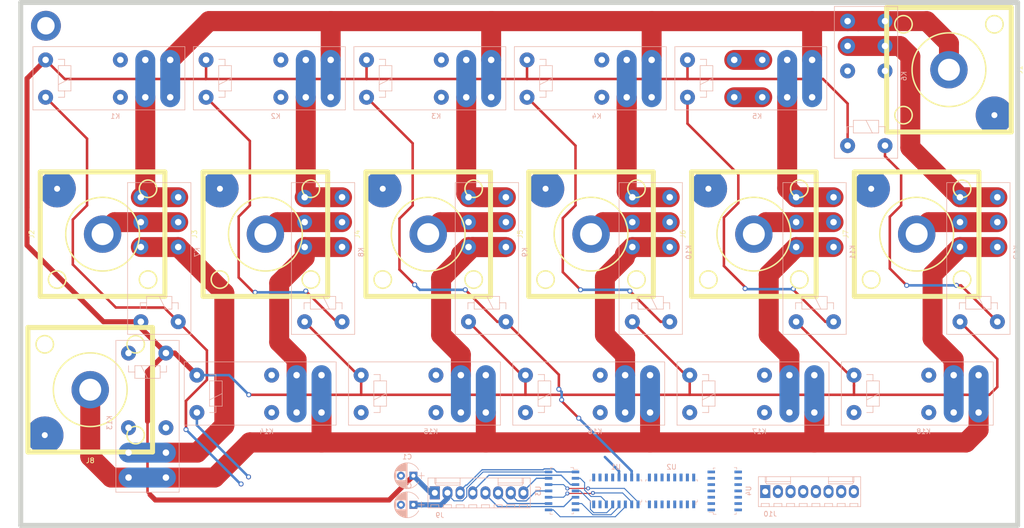
<source format=kicad_pcb>
(kicad_pcb (version 20171130) (host pcbnew "(6.0.0-rc1-dev-882-gdbc9130da)")

  (general
    (thickness 1.6)
    (drawings 6)
    (tracks 387)
    (zones 0)
    (modules 34)
    (nets 63)
  )

  (page A4)
  (layers
    (0 F.Cu signal)
    (31 B.Cu signal)
    (32 B.Adhes user)
    (33 F.Adhes user)
    (34 B.Paste user)
    (35 F.Paste user)
    (36 B.SilkS user)
    (37 F.SilkS user)
    (38 B.Mask user)
    (39 F.Mask user)
    (40 Dwgs.User user)
    (41 Cmts.User user)
    (42 Eco1.User user)
    (43 Eco2.User user)
    (44 Edge.Cuts user)
    (45 Margin user)
    (46 B.CrtYd user)
    (47 F.CrtYd user)
    (48 B.Fab user)
    (49 F.Fab user)
  )

  (setup
    (last_trace_width 0.508)
    (user_trace_width 0.2032)
    (user_trace_width 0.254)
    (user_trace_width 0.381)
    (user_trace_width 0.508)
    (user_trace_width 1.016)
    (user_trace_width 2.032)
    (user_trace_width 2.54)
    (user_trace_width 3.15)
    (user_trace_width 4)
    (trace_clearance 0.2032)
    (zone_clearance 0.508)
    (zone_45_only no)
    (trace_min 0.2)
    (via_size 0.8)
    (via_drill 0.4)
    (via_min_size 0.4)
    (via_min_drill 0.3)
    (user_via 1 0.6)
    (user_via 1.2 0.8)
    (user_via 3 1.3)
    (uvia_size 0.3)
    (uvia_drill 0.1)
    (uvias_allowed no)
    (uvia_min_size 0.2)
    (uvia_min_drill 0.1)
    (edge_width 0.05)
    (segment_width 0.2)
    (pcb_text_width 0.3)
    (pcb_text_size 1.5 1.5)
    (mod_edge_width 0.12)
    (mod_text_size 1 1)
    (mod_text_width 0.15)
    (pad_size 1.8 2.6)
    (pad_drill 1.2)
    (pad_to_mask_clearance 0.051)
    (solder_mask_min_width 0.25)
    (aux_axis_origin 0 0)
    (visible_elements FFFFFF7F)
    (pcbplotparams
      (layerselection 0x010fc_ffffffff)
      (usegerberextensions false)
      (usegerberattributes false)
      (usegerberadvancedattributes false)
      (creategerberjobfile false)
      (excludeedgelayer true)
      (linewidth 0.100000)
      (plotframeref false)
      (viasonmask false)
      (mode 1)
      (useauxorigin false)
      (hpglpennumber 1)
      (hpglpenspeed 20)
      (hpglpendiameter 15.000000)
      (psnegative false)
      (psa4output false)
      (plotreference true)
      (plotvalue true)
      (plotinvisibletext false)
      (padsonsilk false)
      (subtractmaskfromsilk false)
      (outputformat 1)
      (mirror false)
      (drillshape 1)
      (scaleselection 1)
      (outputdirectory ""))
  )

  (net 0 "")
  (net 1 +12V)
  (net 2 GND)
  (net 3 +3V3)
  (net 4 GNDPWR)
  (net 5 A)
  (net 6 "Net-(J2-Pad1)")
  (net 7 "Net-(J3-Pad1)")
  (net 8 "Net-(J4-Pad1)")
  (net 9 "Net-(J5-Pad1)")
  (net 10 "Net-(J6-Pad1)")
  (net 11 "Net-(J7-Pad1)")
  (net 12 B)
  (net 13 /SEL1_1)
  (net 14 "Net-(J9-Pad4)")
  (net 15 /SEL1_2)
  (net 16 "Net-(J9-Pad6)")
  (net 17 /SEL1_3)
  (net 18 "Net-(J9-Pad8)")
  (net 19 /SEL1_4)
  (net 20 "Net-(J10-Pad2)")
  (net 21 /SEL1_5)
  (net 22 "Net-(J10-Pad4)")
  (net 23 /SEL1_6)
  (net 24 "Net-(J10-Pad6)")
  (net 25 "Net-(K1-Pad11)")
  (net 26 "Net-(K1-PadA1)")
  (net 27 "Net-(K2-Pad11)")
  (net 28 "Net-(K2-PadA1)")
  (net 29 "Net-(K3-Pad11)")
  (net 30 "Net-(K3-PadA1)")
  (net 31 "Net-(K10-Pad14)")
  (net 32 "Net-(K10-PadA1)")
  (net 33 "Net-(K11-Pad14)")
  (net 34 "Net-(K11-PadA1)")
  (net 35 "Net-(K12-Pad14)")
  (net 36 "Net-(K12-PadA1)")
  (net 37 "Net-(K13-Pad11)")
  (net 38 "Net-(K14-Pad11)")
  (net 39 "Net-(K15-Pad11)")
  (net 40 "Net-(K10-Pad12)")
  (net 41 "Net-(K11-Pad12)")
  (net 42 "Net-(K12-Pad12)")
  (net 43 "Net-(K13-PadA1)")
  (net 44 "Net-(K14-PadA1)")
  (net 45 "Net-(K15-PadA1)")
  (net 46 "Net-(K16-PadA1)")
  (net 47 "Net-(K17-PadA1)")
  (net 48 "Net-(K18-PadA1)")
  (net 49 "Net-(U1-Pad10)")
  (net 50 "Net-(U1-Pad6)")
  (net 51 "Net-(U1-Pad5)")
  (net 52 "Net-(U1-Pad4)")
  (net 53 "Net-(U1-Pad3)")
  (net 54 "Net-(U1-Pad2)")
  (net 55 "Net-(U1-Pad1)")
  (net 56 "Net-(U2-Pad10)")
  (net 57 "Net-(U2-Pad6)")
  (net 58 "Net-(U2-Pad5)")
  (net 59 "Net-(U2-Pad4)")
  (net 60 "Net-(U2-Pad3)")
  (net 61 "Net-(U2-Pad2)")
  (net 62 "Net-(U2-Pad1)")

  (net_class Default "This is the default net class."
    (clearance 0.2032)
    (trace_width 0.2032)
    (via_dia 0.8)
    (via_drill 0.4)
    (uvia_dia 0.3)
    (uvia_drill 0.1)
    (add_net +3V3)
    (add_net /SEL1_1)
    (add_net /SEL1_2)
    (add_net /SEL1_3)
    (add_net /SEL1_4)
    (add_net /SEL1_5)
    (add_net /SEL1_6)
    (add_net "Net-(J10-Pad4)")
    (add_net "Net-(J10-Pad6)")
    (add_net "Net-(J9-Pad4)")
    (add_net "Net-(J9-Pad6)")
    (add_net "Net-(J9-Pad8)")
    (add_net "Net-(U1-Pad1)")
    (add_net "Net-(U1-Pad10)")
    (add_net "Net-(U1-Pad2)")
    (add_net "Net-(U1-Pad3)")
    (add_net "Net-(U1-Pad4)")
    (add_net "Net-(U1-Pad5)")
    (add_net "Net-(U1-Pad6)")
    (add_net "Net-(U2-Pad1)")
    (add_net "Net-(U2-Pad10)")
    (add_net "Net-(U2-Pad2)")
    (add_net "Net-(U2-Pad3)")
    (add_net "Net-(U2-Pad4)")
    (add_net "Net-(U2-Pad5)")
    (add_net "Net-(U2-Pad6)")
  )

  (net_class POWER ""
    (clearance 0.254)
    (trace_width 0.254)
    (via_dia 0.8)
    (via_drill 0.4)
    (uvia_dia 0.8)
    (uvia_drill 0.4)
    (add_net +12V)
    (add_net GND)
    (add_net "Net-(K1-PadA1)")
    (add_net "Net-(K10-PadA1)")
    (add_net "Net-(K11-PadA1)")
    (add_net "Net-(K12-PadA1)")
    (add_net "Net-(K13-PadA1)")
    (add_net "Net-(K14-PadA1)")
    (add_net "Net-(K15-PadA1)")
    (add_net "Net-(K16-PadA1)")
    (add_net "Net-(K17-PadA1)")
    (add_net "Net-(K18-PadA1)")
    (add_net "Net-(K2-PadA1)")
    (add_net "Net-(K3-PadA1)")
  )

  (net_class RF ""
    (clearance 2)
    (trace_width 2.032)
    (via_dia 2)
    (via_drill 1)
    (uvia_dia 1.5)
    (uvia_drill 0.8)
    (add_net A)
    (add_net B)
    (add_net GNDPWR)
    (add_net "Net-(J10-Pad2)")
    (add_net "Net-(J2-Pad1)")
    (add_net "Net-(J3-Pad1)")
    (add_net "Net-(J4-Pad1)")
    (add_net "Net-(J5-Pad1)")
    (add_net "Net-(J6-Pad1)")
    (add_net "Net-(J7-Pad1)")
    (add_net "Net-(K1-Pad11)")
    (add_net "Net-(K10-Pad12)")
    (add_net "Net-(K10-Pad14)")
    (add_net "Net-(K11-Pad12)")
    (add_net "Net-(K11-Pad14)")
    (add_net "Net-(K12-Pad12)")
    (add_net "Net-(K12-Pad14)")
    (add_net "Net-(K13-Pad11)")
    (add_net "Net-(K14-Pad11)")
    (add_net "Net-(K15-Pad11)")
    (add_net "Net-(K2-Pad11)")
    (add_net "Net-(K3-Pad11)")
  )

  (module MyPCBLib:Finder_40.61 (layer B.Cu) (tedit 5C837E33) (tstamp 5CC7F09F)
    (at 217.17 132.334)
    (descr "Relay SPDT Finder 40.51 RM5mm, https://www.finder-relais.net/de/finder-relais-serie-40.pdf")
    (tags "Relay SPDT Finder 40.51 Pitch 5mm")
    (path /5CC99F25)
    (fp_text reference K18 (at 13.97 3.81) (layer B.SilkS)
      (effects (font (size 1 1) (thickness 0.15)) (justify mirror))
    )
    (fp_text value FINDER-40.61 (at 12.192 -11.43) (layer B.Fab)
      (effects (font (size 1 1) (thickness 0.15)) (justify mirror))
    )
    (fp_line (start 0 -1.8) (end 0 -5.8) (layer B.Fab) (width 0.12))
    (fp_line (start -2.5 2.5) (end 27.5 2.5) (layer B.Fab) (width 0.12))
    (fp_line (start 27.5 2.5) (end 27.5 -10.1) (layer B.Fab) (width 0.12))
    (fp_line (start 27.5 -10.1) (end -2.5 -10.1) (layer B.Fab) (width 0.12))
    (fp_line (start -2.5 -10.1) (end -2.5 2.5) (layer B.Fab) (width 0.12))
    (fp_text user %R (at 12.065 -3.81) (layer B.Fab)
      (effects (font (size 1 1) (thickness 0.15)) (justify mirror))
    )
    (fp_line (start 28.2 2.78) (end 28.2 -10.42) (layer B.CrtYd) (width 0.05))
    (fp_line (start -2.8 2.78) (end 28.2 2.78) (layer B.CrtYd) (width 0.05))
    (fp_line (start -2.8 -10.42) (end -2.8 2.78) (layer B.CrtYd) (width 0.05))
    (fp_line (start 28.2 -10.42) (end -2.8 -10.42) (layer B.CrtYd) (width 0.05))
    (fp_line (start 2.54 -2.54) (end 5.08 -3.81) (layer B.SilkS) (width 0.12))
    (fp_line (start 3.81 -6.35) (end 3.81 -7.62) (layer B.SilkS) (width 0.12))
    (fp_line (start 3.81 -7.62) (end 2.54 -7.62) (layer B.SilkS) (width 0.12))
    (fp_line (start 2.54 0) (end 3.81 0) (layer B.SilkS) (width 0.12))
    (fp_line (start 3.81 0) (end 3.81 -1.27) (layer B.SilkS) (width 0.12))
    (fp_line (start 3.81 -1.27) (end 5.08 -1.27) (layer B.SilkS) (width 0.12))
    (fp_line (start 5.08 -1.27) (end 5.08 -6.35) (layer B.SilkS) (width 0.12))
    (fp_line (start 5.08 -6.35) (end 2.54 -6.35) (layer B.SilkS) (width 0.12))
    (fp_line (start 2.54 -6.35) (end 2.54 -1.27) (layer B.SilkS) (width 0.12))
    (fp_line (start 2.54 -1.27) (end 3.81 -1.27) (layer B.SilkS) (width 0.12))
    (fp_line (start -2.54 2.54) (end 27.94 2.54) (layer B.SilkS) (width 0.12))
    (fp_line (start 27.94 2.54) (end 27.94 -10.16) (layer B.SilkS) (width 0.12))
    (fp_line (start 27.94 -10.16) (end -2.54 -10.16) (layer B.SilkS) (width 0.12))
    (fp_line (start -2.54 -10.16) (end -2.54 2.54) (layer B.SilkS) (width 0.12))
    (pad 14 thru_hole circle (at 25 0) (size 3 3) (drill 1.3) (layers *.Cu *.Mask)
      (net 12 B))
    (pad 12 thru_hole circle (at 15 0) (size 3 3) (drill 1.3) (layers *.Cu *.Mask)
      (net 4 GNDPWR))
    (pad 21 thru_hole circle (at 20 -7.5) (size 3 3) (drill 1.3) (layers *.Cu *.Mask)
      (net 42 "Net-(K12-Pad12)"))
    (pad A1 thru_hole circle (at 0 0) (size 3 3) (drill 1.3) (layers *.Cu *.Mask)
      (net 48 "Net-(K18-PadA1)"))
    (pad A2 thru_hole circle (at 0 -7.5) (size 3 3) (drill 1.3) (layers *.Cu *.Mask)
      (net 1 +12V))
    (pad 11 thru_hole circle (at 20 0) (size 3 3) (drill 1.3) (layers *.Cu *.Mask)
      (net 42 "Net-(K12-Pad12)"))
    (pad 24 thru_hole circle (at 25 -7.5) (size 3 3) (drill 1.3) (layers *.Cu *.Mask)
      (net 12 B))
    (pad 22 thru_hole circle (at 15 -7.5) (size 3 3) (drill 1.3) (layers *.Cu *.Mask)
      (net 4 GNDPWR))
    (model ${KISYS3DMOD}/Relays_THT.3dshapes/Relay_SPDT_Finder_40.51.wrl
      (at (xyz 0 0 0))
      (scale (xyz 1 1 1))
      (rotate (xyz 0 0 0))
    )
  )

  (module MyPCBLib:Finder_40.61 (layer B.Cu) (tedit 5C837E33) (tstamp 5CC7F00F)
    (at 85.344 132.334)
    (descr "Relay SPDT Finder 40.51 RM5mm, https://www.finder-relais.net/de/finder-relais-serie-40.pdf")
    (tags "Relay SPDT Finder 40.51 Pitch 5mm")
    (path /5CC8BB4F)
    (fp_text reference K14 (at 13.97 3.81) (layer B.SilkS)
      (effects (font (size 1 1) (thickness 0.15)) (justify mirror))
    )
    (fp_text value FINDER-40.61 (at 12.192 -11.43) (layer B.Fab)
      (effects (font (size 1 1) (thickness 0.15)) (justify mirror))
    )
    (fp_line (start 0 -1.8) (end 0 -5.8) (layer B.Fab) (width 0.12))
    (fp_line (start -2.5 2.5) (end 27.5 2.5) (layer B.Fab) (width 0.12))
    (fp_line (start 27.5 2.5) (end 27.5 -10.1) (layer B.Fab) (width 0.12))
    (fp_line (start 27.5 -10.1) (end -2.5 -10.1) (layer B.Fab) (width 0.12))
    (fp_line (start -2.5 -10.1) (end -2.5 2.5) (layer B.Fab) (width 0.12))
    (fp_text user %R (at 12.065 -3.81) (layer B.Fab)
      (effects (font (size 1 1) (thickness 0.15)) (justify mirror))
    )
    (fp_line (start 28.2 2.78) (end 28.2 -10.42) (layer B.CrtYd) (width 0.05))
    (fp_line (start -2.8 2.78) (end 28.2 2.78) (layer B.CrtYd) (width 0.05))
    (fp_line (start -2.8 -10.42) (end -2.8 2.78) (layer B.CrtYd) (width 0.05))
    (fp_line (start 28.2 -10.42) (end -2.8 -10.42) (layer B.CrtYd) (width 0.05))
    (fp_line (start 2.54 -2.54) (end 5.08 -3.81) (layer B.SilkS) (width 0.12))
    (fp_line (start 3.81 -6.35) (end 3.81 -7.62) (layer B.SilkS) (width 0.12))
    (fp_line (start 3.81 -7.62) (end 2.54 -7.62) (layer B.SilkS) (width 0.12))
    (fp_line (start 2.54 0) (end 3.81 0) (layer B.SilkS) (width 0.12))
    (fp_line (start 3.81 0) (end 3.81 -1.27) (layer B.SilkS) (width 0.12))
    (fp_line (start 3.81 -1.27) (end 5.08 -1.27) (layer B.SilkS) (width 0.12))
    (fp_line (start 5.08 -1.27) (end 5.08 -6.35) (layer B.SilkS) (width 0.12))
    (fp_line (start 5.08 -6.35) (end 2.54 -6.35) (layer B.SilkS) (width 0.12))
    (fp_line (start 2.54 -6.35) (end 2.54 -1.27) (layer B.SilkS) (width 0.12))
    (fp_line (start 2.54 -1.27) (end 3.81 -1.27) (layer B.SilkS) (width 0.12))
    (fp_line (start -2.54 2.54) (end 27.94 2.54) (layer B.SilkS) (width 0.12))
    (fp_line (start 27.94 2.54) (end 27.94 -10.16) (layer B.SilkS) (width 0.12))
    (fp_line (start 27.94 -10.16) (end -2.54 -10.16) (layer B.SilkS) (width 0.12))
    (fp_line (start -2.54 -10.16) (end -2.54 2.54) (layer B.SilkS) (width 0.12))
    (pad 14 thru_hole circle (at 25 0) (size 3 3) (drill 1.3) (layers *.Cu *.Mask)
      (net 12 B))
    (pad 12 thru_hole circle (at 15 0) (size 3 3) (drill 1.3) (layers *.Cu *.Mask)
      (net 4 GNDPWR))
    (pad 21 thru_hole circle (at 20 -7.5) (size 3 3) (drill 1.3) (layers *.Cu *.Mask)
      (net 38 "Net-(K14-Pad11)"))
    (pad A1 thru_hole circle (at 0 0) (size 3 3) (drill 1.3) (layers *.Cu *.Mask)
      (net 44 "Net-(K14-PadA1)"))
    (pad A2 thru_hole circle (at 0 -7.5) (size 3 3) (drill 1.3) (layers *.Cu *.Mask)
      (net 1 +12V))
    (pad 11 thru_hole circle (at 20 0) (size 3 3) (drill 1.3) (layers *.Cu *.Mask)
      (net 38 "Net-(K14-Pad11)"))
    (pad 24 thru_hole circle (at 25 -7.5) (size 3 3) (drill 1.3) (layers *.Cu *.Mask)
      (net 12 B))
    (pad 22 thru_hole circle (at 15 -7.5) (size 3 3) (drill 1.3) (layers *.Cu *.Mask)
      (net 4 GNDPWR))
    (model ${KISYS3DMOD}/Relays_THT.3dshapes/Relay_SPDT_Finder_40.51.wrl
      (at (xyz 0 0 0))
      (scale (xyz 1 1 1))
      (rotate (xyz 0 0 0))
    )
  )

  (module MyPCBLib:Finder_40.61 (layer B.Cu) (tedit 5C837E33) (tstamp 5CC7EE83)
    (at 119.38 69.029924)
    (descr "Relay SPDT Finder 40.51 RM5mm, https://www.finder-relais.net/de/finder-relais-serie-40.pdf")
    (tags "Relay SPDT Finder 40.51 Pitch 5mm")
    (path /5CCB5A88)
    (fp_text reference K3 (at 13.97 3.81) (layer B.SilkS)
      (effects (font (size 1 1) (thickness 0.15)) (justify mirror))
    )
    (fp_text value FINDER-40.61 (at 12.192 -11.43) (layer B.Fab)
      (effects (font (size 1 1) (thickness 0.15)) (justify mirror))
    )
    (fp_line (start 0 -1.8) (end 0 -5.8) (layer B.Fab) (width 0.12))
    (fp_line (start -2.5 2.5) (end 27.5 2.5) (layer B.Fab) (width 0.12))
    (fp_line (start 27.5 2.5) (end 27.5 -10.1) (layer B.Fab) (width 0.12))
    (fp_line (start 27.5 -10.1) (end -2.5 -10.1) (layer B.Fab) (width 0.12))
    (fp_line (start -2.5 -10.1) (end -2.5 2.5) (layer B.Fab) (width 0.12))
    (fp_text user %R (at 12.065 -3.81) (layer B.Fab)
      (effects (font (size 1 1) (thickness 0.15)) (justify mirror))
    )
    (fp_line (start 28.2 2.78) (end 28.2 -10.42) (layer B.CrtYd) (width 0.05))
    (fp_line (start -2.8 2.78) (end 28.2 2.78) (layer B.CrtYd) (width 0.05))
    (fp_line (start -2.8 -10.42) (end -2.8 2.78) (layer B.CrtYd) (width 0.05))
    (fp_line (start 28.2 -10.42) (end -2.8 -10.42) (layer B.CrtYd) (width 0.05))
    (fp_line (start 2.54 -2.54) (end 5.08 -3.81) (layer B.SilkS) (width 0.12))
    (fp_line (start 3.81 -6.35) (end 3.81 -7.62) (layer B.SilkS) (width 0.12))
    (fp_line (start 3.81 -7.62) (end 2.54 -7.62) (layer B.SilkS) (width 0.12))
    (fp_line (start 2.54 0) (end 3.81 0) (layer B.SilkS) (width 0.12))
    (fp_line (start 3.81 0) (end 3.81 -1.27) (layer B.SilkS) (width 0.12))
    (fp_line (start 3.81 -1.27) (end 5.08 -1.27) (layer B.SilkS) (width 0.12))
    (fp_line (start 5.08 -1.27) (end 5.08 -6.35) (layer B.SilkS) (width 0.12))
    (fp_line (start 5.08 -6.35) (end 2.54 -6.35) (layer B.SilkS) (width 0.12))
    (fp_line (start 2.54 -6.35) (end 2.54 -1.27) (layer B.SilkS) (width 0.12))
    (fp_line (start 2.54 -1.27) (end 3.81 -1.27) (layer B.SilkS) (width 0.12))
    (fp_line (start -2.54 2.54) (end 27.94 2.54) (layer B.SilkS) (width 0.12))
    (fp_line (start 27.94 2.54) (end 27.94 -10.16) (layer B.SilkS) (width 0.12))
    (fp_line (start 27.94 -10.16) (end -2.54 -10.16) (layer B.SilkS) (width 0.12))
    (fp_line (start -2.54 -10.16) (end -2.54 2.54) (layer B.SilkS) (width 0.12))
    (pad 14 thru_hole circle (at 25 0) (size 3 3) (drill 1.3) (layers *.Cu *.Mask)
      (net 5 A))
    (pad 12 thru_hole circle (at 15 0) (size 3 3) (drill 1.3) (layers *.Cu *.Mask)
      (net 4 GNDPWR))
    (pad 21 thru_hole circle (at 20 -7.5) (size 3 3) (drill 1.3) (layers *.Cu *.Mask)
      (net 29 "Net-(K3-Pad11)"))
    (pad A1 thru_hole circle (at 0 0) (size 3 3) (drill 1.3) (layers *.Cu *.Mask)
      (net 30 "Net-(K3-PadA1)"))
    (pad A2 thru_hole circle (at 0 -7.5) (size 3 3) (drill 1.3) (layers *.Cu *.Mask)
      (net 1 +12V))
    (pad 11 thru_hole circle (at 20 0) (size 3 3) (drill 1.3) (layers *.Cu *.Mask)
      (net 29 "Net-(K3-Pad11)"))
    (pad 24 thru_hole circle (at 25 -7.5) (size 3 3) (drill 1.3) (layers *.Cu *.Mask)
      (net 5 A))
    (pad 22 thru_hole circle (at 15 -7.5) (size 3 3) (drill 1.3) (layers *.Cu *.Mask)
      (net 4 GNDPWR))
    (model ${KISYS3DMOD}/Relays_THT.3dshapes/Relay_SPDT_Finder_40.51.wrl
      (at (xyz 0 0 0))
      (scale (xyz 1 1 1))
      (rotate (xyz 0 0 0))
    )
  )

  (module digikey-footprints:SOIC-14_W3.9mm (layer B.Cu) (tedit 5995D3F3) (tstamp 5CC7F133)
    (at 191.2366 148.082 90)
    (path /5D31444F)
    (fp_text reference U4 (at 0 4.79 90) (layer B.SilkS)
      (effects (font (size 1 1) (thickness 0.15)) (justify mirror))
    )
    (fp_text value 74HC04 (at 0 -5.29 90) (layer B.Fab)
      (effects (font (size 1 1) (thickness 0.15)) (justify mirror))
    )
    (fp_line (start -4.4 2) (end -4.4 -2) (layer B.Fab) (width 0.1))
    (fp_line (start 4.4 2) (end 4.4 -2) (layer B.Fab) (width 0.1))
    (fp_line (start -4.4 2) (end 4.4 2) (layer B.Fab) (width 0.1))
    (fp_line (start -4.4 -2) (end 4.4 -2) (layer B.Fab) (width 0.1))
    (fp_text user REF** (at 0 0 90) (layer B.Fab)
      (effects (font (size 1 1) (thickness 0.15)) (justify mirror))
    )
    (fp_line (start -4.3 -2.3) (end -4.3 -3.2) (layer B.SilkS) (width 0.1))
    (fp_line (start -4.7 -2.3) (end -4.3 -2.3) (layer B.SilkS) (width 0.1))
    (fp_line (start -4.7 -1.7) (end -4.7 -2.3) (layer B.SilkS) (width 0.1))
    (fp_line (start -4.7 2.3) (end -4.7 1.9) (layer B.SilkS) (width 0.1))
    (fp_line (start -4.3 2.3) (end -4.7 2.3) (layer B.SilkS) (width 0.1))
    (fp_line (start 4.7 2.4) (end 4.7 1.9) (layer B.SilkS) (width 0.1))
    (fp_line (start 4.3 2.4) (end 4.7 2.4) (layer B.SilkS) (width 0.1))
    (fp_line (start 4.6 -2.3) (end 4.6 -1.9) (layer B.SilkS) (width 0.1))
    (fp_line (start 4.3 -2.3) (end 4.6 -2.3) (layer B.SilkS) (width 0.1))
    (fp_line (start 4.65 3.7) (end -4.65 3.7) (layer B.CrtYd) (width 0.05))
    (fp_line (start -4.65 -3.7) (end 4.65 -3.7) (layer B.CrtYd) (width 0.05))
    (fp_line (start -4.65 -3.7) (end -4.65 3.7) (layer B.CrtYd) (width 0.05))
    (fp_line (start 4.65 3.7) (end 4.65 -3.7) (layer B.CrtYd) (width 0.05))
    (pad 14 smd rect (at -3.81 2.7 90) (size 0.55 1.5) (layers B.Cu B.Paste B.Mask)
      (net 3 +3V3) (solder_mask_margin 0.07))
    (pad 13 smd rect (at -2.54 2.7 90) (size 0.55 1.5) (layers B.Cu B.Paste B.Mask)
      (net 24 "Net-(J10-Pad6)") (solder_mask_margin 0.07))
    (pad 12 smd rect (at -1.27 2.7 90) (size 0.55 1.5) (layers B.Cu B.Paste B.Mask)
      (net 62 "Net-(U2-Pad1)") (solder_mask_margin 0.07))
    (pad 11 smd rect (at 0 2.7 90) (size 0.55 1.5) (layers B.Cu B.Paste B.Mask)
      (net 23 /SEL1_6) (solder_mask_margin 0.07))
    (pad 10 smd rect (at 1.27 2.7 90) (size 0.55 1.5) (layers B.Cu B.Paste B.Mask)
      (net 61 "Net-(U2-Pad2)") (solder_mask_margin 0.07))
    (pad 9 smd rect (at 2.54 2.7 90) (size 0.55 1.5) (layers B.Cu B.Paste B.Mask)
      (net 22 "Net-(J10-Pad4)") (solder_mask_margin 0.07))
    (pad 8 smd rect (at 3.81 2.7 90) (size 0.55 1.5) (layers B.Cu B.Paste B.Mask)
      (net 60 "Net-(U2-Pad3)") (solder_mask_margin 0.07))
    (pad 7 smd rect (at 3.81 -2.7 90) (size 0.55 1.5) (layers B.Cu B.Paste B.Mask)
      (net 2 GND) (solder_mask_margin 0.07))
    (pad 6 smd rect (at 2.54 -2.7 90) (size 0.55 1.5) (layers B.Cu B.Paste B.Mask)
      (net 59 "Net-(U2-Pad4)") (solder_mask_margin 0.07))
    (pad 5 smd rect (at 1.27 -2.7 90) (size 0.55 1.5) (layers B.Cu B.Paste B.Mask)
      (net 21 /SEL1_5) (solder_mask_margin 0.07))
    (pad 4 smd rect (at 0 -2.7 90) (size 0.55 1.5) (layers B.Cu B.Paste B.Mask)
      (net 58 "Net-(U2-Pad5)") (solder_mask_margin 0.07))
    (pad 3 smd rect (at -1.27 -2.7 90) (size 0.55 1.5) (layers B.Cu B.Paste B.Mask)
      (net 20 "Net-(J10-Pad2)") (solder_mask_margin 0.07))
    (pad 2 smd rect (at -2.54 -2.7 90) (size 0.55 1.5) (layers B.Cu B.Paste B.Mask)
      (net 57 "Net-(U2-Pad6)") (solder_mask_margin 0.07))
    (pad 1 smd rect (at -3.81 -2.7 90) (size 0.55 1.5) (layers B.Cu B.Paste B.Mask)
      (net 19 /SEL1_4) (solder_mask_margin 0.07))
  )

  (module digikey-footprints:SOIC-14_W3.9mm (layer B.Cu) (tedit 5995D3F3) (tstamp 5CC7F10F)
    (at 158.5976 148.082 270)
    (path /5D2D1A0D)
    (fp_text reference U3 (at 0 4.79 270) (layer B.SilkS)
      (effects (font (size 1 1) (thickness 0.15)) (justify mirror))
    )
    (fp_text value 74HC04 (at 0 -5.29 270) (layer B.Fab)
      (effects (font (size 1 1) (thickness 0.15)) (justify mirror))
    )
    (fp_line (start -4.4 2) (end -4.4 -2) (layer B.Fab) (width 0.1))
    (fp_line (start 4.4 2) (end 4.4 -2) (layer B.Fab) (width 0.1))
    (fp_line (start -4.4 2) (end 4.4 2) (layer B.Fab) (width 0.1))
    (fp_line (start -4.4 -2) (end 4.4 -2) (layer B.Fab) (width 0.1))
    (fp_text user REF** (at 0 0) (layer B.Fab)
      (effects (font (size 1 1) (thickness 0.15)) (justify mirror))
    )
    (fp_line (start -4.3 -2.3) (end -4.3 -3.2) (layer B.SilkS) (width 0.1))
    (fp_line (start -4.7 -2.3) (end -4.3 -2.3) (layer B.SilkS) (width 0.1))
    (fp_line (start -4.7 -1.7) (end -4.7 -2.3) (layer B.SilkS) (width 0.1))
    (fp_line (start -4.7 2.3) (end -4.7 1.9) (layer B.SilkS) (width 0.1))
    (fp_line (start -4.3 2.3) (end -4.7 2.3) (layer B.SilkS) (width 0.1))
    (fp_line (start 4.7 2.4) (end 4.7 1.9) (layer B.SilkS) (width 0.1))
    (fp_line (start 4.3 2.4) (end 4.7 2.4) (layer B.SilkS) (width 0.1))
    (fp_line (start 4.6 -2.3) (end 4.6 -1.9) (layer B.SilkS) (width 0.1))
    (fp_line (start 4.3 -2.3) (end 4.6 -2.3) (layer B.SilkS) (width 0.1))
    (fp_line (start 4.65 3.7) (end -4.65 3.7) (layer B.CrtYd) (width 0.05))
    (fp_line (start -4.65 -3.7) (end 4.65 -3.7) (layer B.CrtYd) (width 0.05))
    (fp_line (start -4.65 -3.7) (end -4.65 3.7) (layer B.CrtYd) (width 0.05))
    (fp_line (start 4.65 3.7) (end 4.65 -3.7) (layer B.CrtYd) (width 0.05))
    (pad 14 smd rect (at -3.81 2.7 270) (size 0.55 1.5) (layers B.Cu B.Paste B.Mask)
      (net 3 +3V3) (solder_mask_margin 0.07))
    (pad 13 smd rect (at -2.54 2.7 270) (size 0.55 1.5) (layers B.Cu B.Paste B.Mask)
      (net 18 "Net-(J9-Pad8)") (solder_mask_margin 0.07))
    (pad 12 smd rect (at -1.27 2.7 270) (size 0.55 1.5) (layers B.Cu B.Paste B.Mask)
      (net 55 "Net-(U1-Pad1)") (solder_mask_margin 0.07))
    (pad 11 smd rect (at 0 2.7 270) (size 0.55 1.5) (layers B.Cu B.Paste B.Mask)
      (net 17 /SEL1_3) (solder_mask_margin 0.07))
    (pad 10 smd rect (at 1.27 2.7 270) (size 0.55 1.5) (layers B.Cu B.Paste B.Mask)
      (net 54 "Net-(U1-Pad2)") (solder_mask_margin 0.07))
    (pad 9 smd rect (at 2.54 2.7 270) (size 0.55 1.5) (layers B.Cu B.Paste B.Mask)
      (net 16 "Net-(J9-Pad6)") (solder_mask_margin 0.07))
    (pad 8 smd rect (at 3.81 2.7 270) (size 0.55 1.5) (layers B.Cu B.Paste B.Mask)
      (net 53 "Net-(U1-Pad3)") (solder_mask_margin 0.07))
    (pad 7 smd rect (at 3.81 -2.7 270) (size 0.55 1.5) (layers B.Cu B.Paste B.Mask)
      (net 2 GND) (solder_mask_margin 0.07))
    (pad 6 smd rect (at 2.54 -2.7 270) (size 0.55 1.5) (layers B.Cu B.Paste B.Mask)
      (net 52 "Net-(U1-Pad4)") (solder_mask_margin 0.07))
    (pad 5 smd rect (at 1.27 -2.7 270) (size 0.55 1.5) (layers B.Cu B.Paste B.Mask)
      (net 15 /SEL1_2) (solder_mask_margin 0.07))
    (pad 4 smd rect (at 0 -2.7 270) (size 0.55 1.5) (layers B.Cu B.Paste B.Mask)
      (net 51 "Net-(U1-Pad5)") (solder_mask_margin 0.07))
    (pad 3 smd rect (at -1.27 -2.7 270) (size 0.55 1.5) (layers B.Cu B.Paste B.Mask)
      (net 14 "Net-(J9-Pad4)") (solder_mask_margin 0.07))
    (pad 2 smd rect (at -2.54 -2.7 270) (size 0.55 1.5) (layers B.Cu B.Paste B.Mask)
      (net 50 "Net-(U1-Pad6)") (solder_mask_margin 0.07))
    (pad 1 smd rect (at -3.81 -2.7 270) (size 0.55 1.5) (layers B.Cu B.Paste B.Mask)
      (net 13 /SEL1_1) (solder_mask_margin 0.07))
  )

  (module digikey-footprints:SOIC-16_W3.90mm (layer B.Cu) (tedit 59D261DD) (tstamp 5CC7F0EB)
    (at 180.5686 148.082 180)
    (path /5CD48751)
    (fp_text reference U2 (at 0 4.8 180) (layer B.SilkS)
      (effects (font (size 1 1) (thickness 0.15)) (justify mirror))
    )
    (fp_text value ULN2003 (at 0 -5 180) (layer B.Fab)
      (effects (font (size 1 1) (thickness 0.15)) (justify mirror))
    )
    (fp_line (start -4.95 1.95) (end -4.95 -1.95) (layer B.Fab) (width 0.1))
    (fp_line (start 4.95 1.95) (end 4.95 -1.95) (layer B.Fab) (width 0.1))
    (fp_text user REF** (at 0 0 270) (layer B.Fab)
      (effects (font (size 1 1) (thickness 0.15)) (justify mirror))
    )
    (fp_line (start -4.95 1.95) (end 4.95 1.95) (layer B.Fab) (width 0.1))
    (fp_line (start 4.95 -1.95) (end -4.95 -1.95) (layer B.Fab) (width 0.1))
    (fp_line (start -4.9 2.2) (end -5.2 2.2) (layer B.SilkS) (width 0.1))
    (fp_line (start -4.9 -2.2) (end -4.9 -2.8) (layer B.SilkS) (width 0.1))
    (fp_line (start -5.2 -2.2) (end -4.9 -2.2) (layer B.SilkS) (width 0.1))
    (fp_line (start -5.2 -1.8) (end -5.2 -2.2) (layer B.SilkS) (width 0.1))
    (fp_line (start 5.2 -2.2) (end 5.2 -1.9) (layer B.SilkS) (width 0.1))
    (fp_line (start 4.9 -2.2) (end 5.2 -2.2) (layer B.SilkS) (width 0.1))
    (fp_line (start -5.2 2.2) (end -5.2 1.9) (layer B.SilkS) (width 0.1))
    (fp_line (start 5.2 2.2) (end 4.9 2.2) (layer B.SilkS) (width 0.1))
    (fp_line (start 5.2 2.2) (end 5.2 1.9) (layer B.SilkS) (width 0.1))
    (fp_line (start -5.2 -3.73) (end -5.2 3.73) (layer B.CrtYd) (width 0.05))
    (fp_line (start 5.2 -3.73) (end 5.2 3.73) (layer B.CrtYd) (width 0.05))
    (fp_line (start -5.2 3.73) (end 5.2 3.73) (layer B.CrtYd) (width 0.05))
    (fp_line (start -5.2 -3.73) (end 5.2 -3.73) (layer B.CrtYd) (width 0.05))
    (pad 16 smd rect (at -4.445 2.7 180) (size 0.6 1.55) (layers B.Cu B.Paste B.Mask)
      (net 48 "Net-(K18-PadA1)") (solder_mask_margin 0.07))
    (pad 15 smd rect (at -3.175 2.7 180) (size 0.6 1.55) (layers B.Cu B.Paste B.Mask)
      (net 36 "Net-(K12-PadA1)") (solder_mask_margin 0.07))
    (pad 14 smd rect (at -1.905 2.7 180) (size 0.6 1.55) (layers B.Cu B.Paste B.Mask)
      (net 47 "Net-(K17-PadA1)") (solder_mask_margin 0.07))
    (pad 13 smd rect (at -0.635 2.7 180) (size 0.6 1.55) (layers B.Cu B.Paste B.Mask)
      (net 34 "Net-(K11-PadA1)") (solder_mask_margin 0.07))
    (pad 12 smd rect (at 0.635 2.7 180) (size 0.6 1.55) (layers B.Cu B.Paste B.Mask)
      (net 46 "Net-(K16-PadA1)") (solder_mask_margin 0.07))
    (pad 11 smd rect (at 1.905 2.7 180) (size 0.6 1.55) (layers B.Cu B.Paste B.Mask)
      (net 32 "Net-(K10-PadA1)") (solder_mask_margin 0.07))
    (pad 10 smd rect (at 3.175 2.7 180) (size 0.6 1.55) (layers B.Cu B.Paste B.Mask)
      (net 56 "Net-(U2-Pad10)") (solder_mask_margin 0.07))
    (pad 9 smd rect (at 4.445 2.7 180) (size 0.6 1.55) (layers B.Cu B.Paste B.Mask)
      (net 1 +12V) (solder_mask_margin 0.07))
    (pad 8 smd rect (at 4.445 -2.7 180) (size 0.6 1.55) (layers B.Cu B.Paste B.Mask)
      (net 2 GND) (solder_mask_margin 0.07))
    (pad 7 smd rect (at 3.175 -2.7 180) (size 0.6 1.55) (layers B.Cu B.Paste B.Mask)
      (net 2 GND) (solder_mask_margin 0.07))
    (pad 6 smd rect (at 1.905 -2.7 180) (size 0.6 1.55) (layers B.Cu B.Paste B.Mask)
      (net 57 "Net-(U2-Pad6)") (solder_mask_margin 0.07))
    (pad 5 smd rect (at 0.635 -2.7 180) (size 0.6 1.55) (layers B.Cu B.Paste B.Mask)
      (net 58 "Net-(U2-Pad5)") (solder_mask_margin 0.07))
    (pad 4 smd rect (at -0.635 -2.7 180) (size 0.6 1.55) (layers B.Cu B.Paste B.Mask)
      (net 59 "Net-(U2-Pad4)") (solder_mask_margin 0.07))
    (pad 3 smd rect (at -1.905 -2.7 180) (size 0.6 1.55) (layers B.Cu B.Paste B.Mask)
      (net 60 "Net-(U2-Pad3)") (solder_mask_margin 0.07))
    (pad 2 smd rect (at -3.175 -2.7 180) (size 0.6 1.55) (layers B.Cu B.Paste B.Mask)
      (net 61 "Net-(U2-Pad2)") (solder_mask_margin 0.07))
    (pad 1 smd rect (at -4.445 -2.7 180) (size 0.6 1.55) (layers B.Cu B.Paste B.Mask)
      (net 62 "Net-(U2-Pad1)") (solder_mask_margin 0.07))
  )

  (module digikey-footprints:SOIC-16_W3.90mm (layer B.Cu) (tedit 59D261DD) (tstamp 5CC911D5)
    (at 169.3926 148.082 180)
    (path /5CD0BD56)
    (fp_text reference U1 (at 0 4.8 180) (layer B.SilkS)
      (effects (font (size 1 1) (thickness 0.15)) (justify mirror))
    )
    (fp_text value ULN2003 (at 0 -5 180) (layer B.Fab)
      (effects (font (size 1 1) (thickness 0.15)) (justify mirror))
    )
    (fp_line (start -4.95 1.95) (end -4.95 -1.95) (layer B.Fab) (width 0.1))
    (fp_line (start 4.95 1.95) (end 4.95 -1.95) (layer B.Fab) (width 0.1))
    (fp_text user REF** (at 0 0 270) (layer B.Fab)
      (effects (font (size 1 1) (thickness 0.15)) (justify mirror))
    )
    (fp_line (start -4.95 1.95) (end 4.95 1.95) (layer B.Fab) (width 0.1))
    (fp_line (start 4.95 -1.95) (end -4.95 -1.95) (layer B.Fab) (width 0.1))
    (fp_line (start -4.9 2.2) (end -5.2 2.2) (layer B.SilkS) (width 0.1))
    (fp_line (start -4.9 -2.2) (end -4.9 -2.8) (layer B.SilkS) (width 0.1))
    (fp_line (start -5.2 -2.2) (end -4.9 -2.2) (layer B.SilkS) (width 0.1))
    (fp_line (start -5.2 -1.8) (end -5.2 -2.2) (layer B.SilkS) (width 0.1))
    (fp_line (start 5.2 -2.2) (end 5.2 -1.9) (layer B.SilkS) (width 0.1))
    (fp_line (start 4.9 -2.2) (end 5.2 -2.2) (layer B.SilkS) (width 0.1))
    (fp_line (start -5.2 2.2) (end -5.2 1.9) (layer B.SilkS) (width 0.1))
    (fp_line (start 5.2 2.2) (end 4.9 2.2) (layer B.SilkS) (width 0.1))
    (fp_line (start 5.2 2.2) (end 5.2 1.9) (layer B.SilkS) (width 0.1))
    (fp_line (start -5.2 -3.73) (end -5.2 3.73) (layer B.CrtYd) (width 0.05))
    (fp_line (start 5.2 -3.73) (end 5.2 3.73) (layer B.CrtYd) (width 0.05))
    (fp_line (start -5.2 3.73) (end 5.2 3.73) (layer B.CrtYd) (width 0.05))
    (fp_line (start -5.2 -3.73) (end 5.2 -3.73) (layer B.CrtYd) (width 0.05))
    (pad 16 smd rect (at -4.445 2.7 180) (size 0.6 1.55) (layers B.Cu B.Paste B.Mask)
      (net 45 "Net-(K15-PadA1)") (solder_mask_margin 0.07))
    (pad 15 smd rect (at -3.175 2.7 180) (size 0.6 1.55) (layers B.Cu B.Paste B.Mask)
      (net 30 "Net-(K3-PadA1)") (solder_mask_margin 0.07))
    (pad 14 smd rect (at -1.905 2.7 180) (size 0.6 1.55) (layers B.Cu B.Paste B.Mask)
      (net 44 "Net-(K14-PadA1)") (solder_mask_margin 0.07))
    (pad 13 smd rect (at -0.635 2.7 180) (size 0.6 1.55) (layers B.Cu B.Paste B.Mask)
      (net 28 "Net-(K2-PadA1)") (solder_mask_margin 0.07))
    (pad 12 smd rect (at 0.635 2.7 180) (size 0.6 1.55) (layers B.Cu B.Paste B.Mask)
      (net 43 "Net-(K13-PadA1)") (solder_mask_margin 0.07))
    (pad 11 smd rect (at 1.905 2.7 180) (size 0.6 1.55) (layers B.Cu B.Paste B.Mask)
      (net 26 "Net-(K1-PadA1)") (solder_mask_margin 0.07))
    (pad 10 smd rect (at 3.175 2.7 180) (size 0.6 1.55) (layers B.Cu B.Paste B.Mask)
      (net 49 "Net-(U1-Pad10)") (solder_mask_margin 0.07))
    (pad 9 smd rect (at 4.445 2.7 180) (size 0.6 1.55) (layers B.Cu B.Paste B.Mask)
      (net 1 +12V) (solder_mask_margin 0.07))
    (pad 8 smd rect (at 4.445 -2.7 180) (size 0.6 1.55) (layers B.Cu B.Paste B.Mask)
      (net 2 GND) (solder_mask_margin 0.07))
    (pad 7 smd rect (at 3.175 -2.7 180) (size 0.6 1.55) (layers B.Cu B.Paste B.Mask)
      (net 2 GND) (solder_mask_margin 0.07))
    (pad 6 smd rect (at 1.905 -2.7 180) (size 0.6 1.55) (layers B.Cu B.Paste B.Mask)
      (net 50 "Net-(U1-Pad6)") (solder_mask_margin 0.07))
    (pad 5 smd rect (at 0.635 -2.7 180) (size 0.6 1.55) (layers B.Cu B.Paste B.Mask)
      (net 51 "Net-(U1-Pad5)") (solder_mask_margin 0.07))
    (pad 4 smd rect (at -0.635 -2.7 180) (size 0.6 1.55) (layers B.Cu B.Paste B.Mask)
      (net 52 "Net-(U1-Pad4)") (solder_mask_margin 0.07))
    (pad 3 smd rect (at -1.905 -2.7 180) (size 0.6 1.55) (layers B.Cu B.Paste B.Mask)
      (net 53 "Net-(U1-Pad3)") (solder_mask_margin 0.07))
    (pad 2 smd rect (at -3.175 -2.7 180) (size 0.6 1.55) (layers B.Cu B.Paste B.Mask)
      (net 54 "Net-(U1-Pad2)") (solder_mask_margin 0.07))
    (pad 1 smd rect (at -4.445 -2.7 180) (size 0.6 1.55) (layers B.Cu B.Paste B.Mask)
      (net 55 "Net-(U1-Pad1)") (solder_mask_margin 0.07))
  )

  (module MyPCBLib:Finder_40.61 (layer B.Cu) (tedit 5C837E33) (tstamp 5CC7F07B)
    (at 184.2135 132.334)
    (descr "Relay SPDT Finder 40.51 RM5mm, https://www.finder-relais.net/de/finder-relais-serie-40.pdf")
    (tags "Relay SPDT Finder 40.51 Pitch 5mm")
    (path /5CC934D2)
    (fp_text reference K17 (at 13.97 3.81) (layer B.SilkS)
      (effects (font (size 1 1) (thickness 0.15)) (justify mirror))
    )
    (fp_text value FINDER-40.61 (at 12.192 -11.43) (layer B.Fab)
      (effects (font (size 1 1) (thickness 0.15)) (justify mirror))
    )
    (fp_line (start 0 -1.8) (end 0 -5.8) (layer B.Fab) (width 0.12))
    (fp_line (start -2.5 2.5) (end 27.5 2.5) (layer B.Fab) (width 0.12))
    (fp_line (start 27.5 2.5) (end 27.5 -10.1) (layer B.Fab) (width 0.12))
    (fp_line (start 27.5 -10.1) (end -2.5 -10.1) (layer B.Fab) (width 0.12))
    (fp_line (start -2.5 -10.1) (end -2.5 2.5) (layer B.Fab) (width 0.12))
    (fp_text user %R (at 12.065 -3.81) (layer B.Fab)
      (effects (font (size 1 1) (thickness 0.15)) (justify mirror))
    )
    (fp_line (start 28.2 2.78) (end 28.2 -10.42) (layer B.CrtYd) (width 0.05))
    (fp_line (start -2.8 2.78) (end 28.2 2.78) (layer B.CrtYd) (width 0.05))
    (fp_line (start -2.8 -10.42) (end -2.8 2.78) (layer B.CrtYd) (width 0.05))
    (fp_line (start 28.2 -10.42) (end -2.8 -10.42) (layer B.CrtYd) (width 0.05))
    (fp_line (start 2.54 -2.54) (end 5.08 -3.81) (layer B.SilkS) (width 0.12))
    (fp_line (start 3.81 -6.35) (end 3.81 -7.62) (layer B.SilkS) (width 0.12))
    (fp_line (start 3.81 -7.62) (end 2.54 -7.62) (layer B.SilkS) (width 0.12))
    (fp_line (start 2.54 0) (end 3.81 0) (layer B.SilkS) (width 0.12))
    (fp_line (start 3.81 0) (end 3.81 -1.27) (layer B.SilkS) (width 0.12))
    (fp_line (start 3.81 -1.27) (end 5.08 -1.27) (layer B.SilkS) (width 0.12))
    (fp_line (start 5.08 -1.27) (end 5.08 -6.35) (layer B.SilkS) (width 0.12))
    (fp_line (start 5.08 -6.35) (end 2.54 -6.35) (layer B.SilkS) (width 0.12))
    (fp_line (start 2.54 -6.35) (end 2.54 -1.27) (layer B.SilkS) (width 0.12))
    (fp_line (start 2.54 -1.27) (end 3.81 -1.27) (layer B.SilkS) (width 0.12))
    (fp_line (start -2.54 2.54) (end 27.94 2.54) (layer B.SilkS) (width 0.12))
    (fp_line (start 27.94 2.54) (end 27.94 -10.16) (layer B.SilkS) (width 0.12))
    (fp_line (start 27.94 -10.16) (end -2.54 -10.16) (layer B.SilkS) (width 0.12))
    (fp_line (start -2.54 -10.16) (end -2.54 2.54) (layer B.SilkS) (width 0.12))
    (pad 14 thru_hole circle (at 25 0) (size 3 3) (drill 1.3) (layers *.Cu *.Mask)
      (net 12 B))
    (pad 12 thru_hole circle (at 15 0) (size 3 3) (drill 1.3) (layers *.Cu *.Mask)
      (net 4 GNDPWR))
    (pad 21 thru_hole circle (at 20 -7.5) (size 3 3) (drill 1.3) (layers *.Cu *.Mask)
      (net 41 "Net-(K11-Pad12)"))
    (pad A1 thru_hole circle (at 0 0) (size 3 3) (drill 1.3) (layers *.Cu *.Mask)
      (net 47 "Net-(K17-PadA1)"))
    (pad A2 thru_hole circle (at 0 -7.5) (size 3 3) (drill 1.3) (layers *.Cu *.Mask)
      (net 1 +12V))
    (pad 11 thru_hole circle (at 20 0) (size 3 3) (drill 1.3) (layers *.Cu *.Mask)
      (net 41 "Net-(K11-Pad12)"))
    (pad 24 thru_hole circle (at 25 -7.5) (size 3 3) (drill 1.3) (layers *.Cu *.Mask)
      (net 12 B))
    (pad 22 thru_hole circle (at 15 -7.5) (size 3 3) (drill 1.3) (layers *.Cu *.Mask)
      (net 4 GNDPWR))
    (model ${KISYS3DMOD}/Relays_THT.3dshapes/Relay_SPDT_Finder_40.51.wrl
      (at (xyz 0 0 0))
      (scale (xyz 1 1 1))
      (rotate (xyz 0 0 0))
    )
  )

  (module MyPCBLib:Finder_40.61 (layer B.Cu) (tedit 5C837E33) (tstamp 5CC7F057)
    (at 151.257 132.334)
    (descr "Relay SPDT Finder 40.51 RM5mm, https://www.finder-relais.net/de/finder-relais-serie-40.pdf")
    (tags "Relay SPDT Finder 40.51 Pitch 5mm")
    (path /5CC904FF)
    (fp_text reference K16 (at 13.97 3.81) (layer B.SilkS)
      (effects (font (size 1 1) (thickness 0.15)) (justify mirror))
    )
    (fp_text value FINDER-40.61 (at 12.192 -11.43) (layer B.Fab)
      (effects (font (size 1 1) (thickness 0.15)) (justify mirror))
    )
    (fp_line (start 0 -1.8) (end 0 -5.8) (layer B.Fab) (width 0.12))
    (fp_line (start -2.5 2.5) (end 27.5 2.5) (layer B.Fab) (width 0.12))
    (fp_line (start 27.5 2.5) (end 27.5 -10.1) (layer B.Fab) (width 0.12))
    (fp_line (start 27.5 -10.1) (end -2.5 -10.1) (layer B.Fab) (width 0.12))
    (fp_line (start -2.5 -10.1) (end -2.5 2.5) (layer B.Fab) (width 0.12))
    (fp_text user %R (at 12.065 -3.81) (layer B.Fab)
      (effects (font (size 1 1) (thickness 0.15)) (justify mirror))
    )
    (fp_line (start 28.2 2.78) (end 28.2 -10.42) (layer B.CrtYd) (width 0.05))
    (fp_line (start -2.8 2.78) (end 28.2 2.78) (layer B.CrtYd) (width 0.05))
    (fp_line (start -2.8 -10.42) (end -2.8 2.78) (layer B.CrtYd) (width 0.05))
    (fp_line (start 28.2 -10.42) (end -2.8 -10.42) (layer B.CrtYd) (width 0.05))
    (fp_line (start 2.54 -2.54) (end 5.08 -3.81) (layer B.SilkS) (width 0.12))
    (fp_line (start 3.81 -6.35) (end 3.81 -7.62) (layer B.SilkS) (width 0.12))
    (fp_line (start 3.81 -7.62) (end 2.54 -7.62) (layer B.SilkS) (width 0.12))
    (fp_line (start 2.54 0) (end 3.81 0) (layer B.SilkS) (width 0.12))
    (fp_line (start 3.81 0) (end 3.81 -1.27) (layer B.SilkS) (width 0.12))
    (fp_line (start 3.81 -1.27) (end 5.08 -1.27) (layer B.SilkS) (width 0.12))
    (fp_line (start 5.08 -1.27) (end 5.08 -6.35) (layer B.SilkS) (width 0.12))
    (fp_line (start 5.08 -6.35) (end 2.54 -6.35) (layer B.SilkS) (width 0.12))
    (fp_line (start 2.54 -6.35) (end 2.54 -1.27) (layer B.SilkS) (width 0.12))
    (fp_line (start 2.54 -1.27) (end 3.81 -1.27) (layer B.SilkS) (width 0.12))
    (fp_line (start -2.54 2.54) (end 27.94 2.54) (layer B.SilkS) (width 0.12))
    (fp_line (start 27.94 2.54) (end 27.94 -10.16) (layer B.SilkS) (width 0.12))
    (fp_line (start 27.94 -10.16) (end -2.54 -10.16) (layer B.SilkS) (width 0.12))
    (fp_line (start -2.54 -10.16) (end -2.54 2.54) (layer B.SilkS) (width 0.12))
    (pad 14 thru_hole circle (at 25 0) (size 3 3) (drill 1.3) (layers *.Cu *.Mask)
      (net 12 B))
    (pad 12 thru_hole circle (at 15 0) (size 3 3) (drill 1.3) (layers *.Cu *.Mask)
      (net 4 GNDPWR))
    (pad 21 thru_hole circle (at 20 -7.5) (size 3 3) (drill 1.3) (layers *.Cu *.Mask)
      (net 40 "Net-(K10-Pad12)"))
    (pad A1 thru_hole circle (at 0 0) (size 3 3) (drill 1.3) (layers *.Cu *.Mask)
      (net 46 "Net-(K16-PadA1)"))
    (pad A2 thru_hole circle (at 0 -7.5) (size 3 3) (drill 1.3) (layers *.Cu *.Mask)
      (net 1 +12V))
    (pad 11 thru_hole circle (at 20 0) (size 3 3) (drill 1.3) (layers *.Cu *.Mask)
      (net 40 "Net-(K10-Pad12)"))
    (pad 24 thru_hole circle (at 25 -7.5) (size 3 3) (drill 1.3) (layers *.Cu *.Mask)
      (net 12 B))
    (pad 22 thru_hole circle (at 15 -7.5) (size 3 3) (drill 1.3) (layers *.Cu *.Mask)
      (net 4 GNDPWR))
    (model ${KISYS3DMOD}/Relays_THT.3dshapes/Relay_SPDT_Finder_40.51.wrl
      (at (xyz 0 0 0))
      (scale (xyz 1 1 1))
      (rotate (xyz 0 0 0))
    )
  )

  (module MyPCBLib:Finder_40.61 (layer B.Cu) (tedit 5C837E33) (tstamp 5CC7F033)
    (at 118.3005 132.334)
    (descr "Relay SPDT Finder 40.51 RM5mm, https://www.finder-relais.net/de/finder-relais-serie-40.pdf")
    (tags "Relay SPDT Finder 40.51 Pitch 5mm")
    (path /5CC8E4A4)
    (fp_text reference K15 (at 13.97 3.81) (layer B.SilkS)
      (effects (font (size 1 1) (thickness 0.15)) (justify mirror))
    )
    (fp_text value FINDER-40.61 (at 12.192 -11.43) (layer B.Fab)
      (effects (font (size 1 1) (thickness 0.15)) (justify mirror))
    )
    (fp_line (start 0 -1.8) (end 0 -5.8) (layer B.Fab) (width 0.12))
    (fp_line (start -2.5 2.5) (end 27.5 2.5) (layer B.Fab) (width 0.12))
    (fp_line (start 27.5 2.5) (end 27.5 -10.1) (layer B.Fab) (width 0.12))
    (fp_line (start 27.5 -10.1) (end -2.5 -10.1) (layer B.Fab) (width 0.12))
    (fp_line (start -2.5 -10.1) (end -2.5 2.5) (layer B.Fab) (width 0.12))
    (fp_text user %R (at 12.065 -3.81) (layer B.Fab)
      (effects (font (size 1 1) (thickness 0.15)) (justify mirror))
    )
    (fp_line (start 28.2 2.78) (end 28.2 -10.42) (layer B.CrtYd) (width 0.05))
    (fp_line (start -2.8 2.78) (end 28.2 2.78) (layer B.CrtYd) (width 0.05))
    (fp_line (start -2.8 -10.42) (end -2.8 2.78) (layer B.CrtYd) (width 0.05))
    (fp_line (start 28.2 -10.42) (end -2.8 -10.42) (layer B.CrtYd) (width 0.05))
    (fp_line (start 2.54 -2.54) (end 5.08 -3.81) (layer B.SilkS) (width 0.12))
    (fp_line (start 3.81 -6.35) (end 3.81 -7.62) (layer B.SilkS) (width 0.12))
    (fp_line (start 3.81 -7.62) (end 2.54 -7.62) (layer B.SilkS) (width 0.12))
    (fp_line (start 2.54 0) (end 3.81 0) (layer B.SilkS) (width 0.12))
    (fp_line (start 3.81 0) (end 3.81 -1.27) (layer B.SilkS) (width 0.12))
    (fp_line (start 3.81 -1.27) (end 5.08 -1.27) (layer B.SilkS) (width 0.12))
    (fp_line (start 5.08 -1.27) (end 5.08 -6.35) (layer B.SilkS) (width 0.12))
    (fp_line (start 5.08 -6.35) (end 2.54 -6.35) (layer B.SilkS) (width 0.12))
    (fp_line (start 2.54 -6.35) (end 2.54 -1.27) (layer B.SilkS) (width 0.12))
    (fp_line (start 2.54 -1.27) (end 3.81 -1.27) (layer B.SilkS) (width 0.12))
    (fp_line (start -2.54 2.54) (end 27.94 2.54) (layer B.SilkS) (width 0.12))
    (fp_line (start 27.94 2.54) (end 27.94 -10.16) (layer B.SilkS) (width 0.12))
    (fp_line (start 27.94 -10.16) (end -2.54 -10.16) (layer B.SilkS) (width 0.12))
    (fp_line (start -2.54 -10.16) (end -2.54 2.54) (layer B.SilkS) (width 0.12))
    (pad 14 thru_hole circle (at 25 0) (size 3 3) (drill 1.3) (layers *.Cu *.Mask)
      (net 12 B))
    (pad 12 thru_hole circle (at 15 0) (size 3 3) (drill 1.3) (layers *.Cu *.Mask)
      (net 4 GNDPWR))
    (pad 21 thru_hole circle (at 20 -7.5) (size 3 3) (drill 1.3) (layers *.Cu *.Mask)
      (net 39 "Net-(K15-Pad11)"))
    (pad A1 thru_hole circle (at 0 0) (size 3 3) (drill 1.3) (layers *.Cu *.Mask)
      (net 45 "Net-(K15-PadA1)"))
    (pad A2 thru_hole circle (at 0 -7.5) (size 3 3) (drill 1.3) (layers *.Cu *.Mask)
      (net 1 +12V))
    (pad 11 thru_hole circle (at 20 0) (size 3 3) (drill 1.3) (layers *.Cu *.Mask)
      (net 39 "Net-(K15-Pad11)"))
    (pad 24 thru_hole circle (at 25 -7.5) (size 3 3) (drill 1.3) (layers *.Cu *.Mask)
      (net 12 B))
    (pad 22 thru_hole circle (at 15 -7.5) (size 3 3) (drill 1.3) (layers *.Cu *.Mask)
      (net 4 GNDPWR))
    (model ${KISYS3DMOD}/Relays_THT.3dshapes/Relay_SPDT_Finder_40.51.wrl
      (at (xyz 0 0 0))
      (scale (xyz 1 1 1))
      (rotate (xyz 0 0 0))
    )
  )

  (module MyPCBLib:Finder_40.61 (layer B.Cu) (tedit 5C837E33) (tstamp 5CC7EFEB)
    (at 71.628 120.396 270)
    (descr "Relay SPDT Finder 40.51 RM5mm, https://www.finder-relais.net/de/finder-relais-serie-40.pdf")
    (tags "Relay SPDT Finder 40.51 Pitch 5mm")
    (path /5CC86E6B)
    (fp_text reference K13 (at 13.97 3.81 270) (layer B.SilkS)
      (effects (font (size 1 1) (thickness 0.15)) (justify mirror))
    )
    (fp_text value FINDER-40.61 (at 12.192 -11.43 270) (layer B.Fab)
      (effects (font (size 1 1) (thickness 0.15)) (justify mirror))
    )
    (fp_line (start 0 -1.8) (end 0 -5.8) (layer B.Fab) (width 0.12))
    (fp_line (start -2.5 2.5) (end 27.5 2.5) (layer B.Fab) (width 0.12))
    (fp_line (start 27.5 2.5) (end 27.5 -10.1) (layer B.Fab) (width 0.12))
    (fp_line (start 27.5 -10.1) (end -2.5 -10.1) (layer B.Fab) (width 0.12))
    (fp_line (start -2.5 -10.1) (end -2.5 2.5) (layer B.Fab) (width 0.12))
    (fp_text user %R (at 12.065 -3.81 270) (layer B.Fab)
      (effects (font (size 1 1) (thickness 0.15)) (justify mirror))
    )
    (fp_line (start 28.2 2.78) (end 28.2 -10.42) (layer B.CrtYd) (width 0.05))
    (fp_line (start -2.8 2.78) (end 28.2 2.78) (layer B.CrtYd) (width 0.05))
    (fp_line (start -2.8 -10.42) (end -2.8 2.78) (layer B.CrtYd) (width 0.05))
    (fp_line (start 28.2 -10.42) (end -2.8 -10.42) (layer B.CrtYd) (width 0.05))
    (fp_line (start 2.54 -2.54) (end 5.08 -3.81) (layer B.SilkS) (width 0.12))
    (fp_line (start 3.81 -6.35) (end 3.81 -7.62) (layer B.SilkS) (width 0.12))
    (fp_line (start 3.81 -7.62) (end 2.54 -7.62) (layer B.SilkS) (width 0.12))
    (fp_line (start 2.54 0) (end 3.81 0) (layer B.SilkS) (width 0.12))
    (fp_line (start 3.81 0) (end 3.81 -1.27) (layer B.SilkS) (width 0.12))
    (fp_line (start 3.81 -1.27) (end 5.08 -1.27) (layer B.SilkS) (width 0.12))
    (fp_line (start 5.08 -1.27) (end 5.08 -6.35) (layer B.SilkS) (width 0.12))
    (fp_line (start 5.08 -6.35) (end 2.54 -6.35) (layer B.SilkS) (width 0.12))
    (fp_line (start 2.54 -6.35) (end 2.54 -1.27) (layer B.SilkS) (width 0.12))
    (fp_line (start 2.54 -1.27) (end 3.81 -1.27) (layer B.SilkS) (width 0.12))
    (fp_line (start -2.54 2.54) (end 27.94 2.54) (layer B.SilkS) (width 0.12))
    (fp_line (start 27.94 2.54) (end 27.94 -10.16) (layer B.SilkS) (width 0.12))
    (fp_line (start 27.94 -10.16) (end -2.54 -10.16) (layer B.SilkS) (width 0.12))
    (fp_line (start -2.54 -10.16) (end -2.54 2.54) (layer B.SilkS) (width 0.12))
    (pad 14 thru_hole circle (at 25 0 270) (size 3 3) (drill 1.3) (layers *.Cu *.Mask)
      (net 12 B))
    (pad 12 thru_hole circle (at 15 0 270) (size 3 3) (drill 1.3) (layers *.Cu *.Mask)
      (net 4 GNDPWR))
    (pad 21 thru_hole circle (at 20 -7.5 270) (size 3 3) (drill 1.3) (layers *.Cu *.Mask)
      (net 37 "Net-(K13-Pad11)"))
    (pad A1 thru_hole circle (at 0 0 270) (size 3 3) (drill 1.3) (layers *.Cu *.Mask)
      (net 43 "Net-(K13-PadA1)"))
    (pad A2 thru_hole circle (at 0 -7.5 270) (size 3 3) (drill 1.3) (layers *.Cu *.Mask)
      (net 1 +12V))
    (pad 11 thru_hole circle (at 20 0 270) (size 3 3) (drill 1.3) (layers *.Cu *.Mask)
      (net 37 "Net-(K13-Pad11)"))
    (pad 24 thru_hole circle (at 25 -7.5 270) (size 3 3) (drill 1.3) (layers *.Cu *.Mask)
      (net 12 B))
    (pad 22 thru_hole circle (at 15 -7.5 270) (size 3 3) (drill 1.3) (layers *.Cu *.Mask)
      (net 4 GNDPWR))
    (model ${KISYS3DMOD}/Relays_THT.3dshapes/Relay_SPDT_Finder_40.51.wrl
      (at (xyz 0 0 0))
      (scale (xyz 1 1 1))
      (rotate (xyz 0 0 0))
    )
  )

  (module MyPCBLib:Finder_40.61 (layer B.Cu) (tedit 5C837E33) (tstamp 5CC7EFC7)
    (at 245.9355 114.1095 90)
    (descr "Relay SPDT Finder 40.51 RM5mm, https://www.finder-relais.net/de/finder-relais-serie-40.pdf")
    (tags "Relay SPDT Finder 40.51 Pitch 5mm")
    (path /5CC7D38B)
    (fp_text reference K12 (at 13.97 3.81 90) (layer B.SilkS)
      (effects (font (size 1 1) (thickness 0.15)) (justify mirror))
    )
    (fp_text value FINDER-40.61 (at 12.192 -11.43 90) (layer B.Fab)
      (effects (font (size 1 1) (thickness 0.15)) (justify mirror))
    )
    (fp_line (start 0 -1.8) (end 0 -5.8) (layer B.Fab) (width 0.12))
    (fp_line (start -2.5 2.5) (end 27.5 2.5) (layer B.Fab) (width 0.12))
    (fp_line (start 27.5 2.5) (end 27.5 -10.1) (layer B.Fab) (width 0.12))
    (fp_line (start 27.5 -10.1) (end -2.5 -10.1) (layer B.Fab) (width 0.12))
    (fp_line (start -2.5 -10.1) (end -2.5 2.5) (layer B.Fab) (width 0.12))
    (fp_text user %R (at 12.065 -3.81 90) (layer B.Fab)
      (effects (font (size 1 1) (thickness 0.15)) (justify mirror))
    )
    (fp_line (start 28.2 2.78) (end 28.2 -10.42) (layer B.CrtYd) (width 0.05))
    (fp_line (start -2.8 2.78) (end 28.2 2.78) (layer B.CrtYd) (width 0.05))
    (fp_line (start -2.8 -10.42) (end -2.8 2.78) (layer B.CrtYd) (width 0.05))
    (fp_line (start 28.2 -10.42) (end -2.8 -10.42) (layer B.CrtYd) (width 0.05))
    (fp_line (start 2.54 -2.54) (end 5.08 -3.81) (layer B.SilkS) (width 0.12))
    (fp_line (start 3.81 -6.35) (end 3.81 -7.62) (layer B.SilkS) (width 0.12))
    (fp_line (start 3.81 -7.62) (end 2.54 -7.62) (layer B.SilkS) (width 0.12))
    (fp_line (start 2.54 0) (end 3.81 0) (layer B.SilkS) (width 0.12))
    (fp_line (start 3.81 0) (end 3.81 -1.27) (layer B.SilkS) (width 0.12))
    (fp_line (start 3.81 -1.27) (end 5.08 -1.27) (layer B.SilkS) (width 0.12))
    (fp_line (start 5.08 -1.27) (end 5.08 -6.35) (layer B.SilkS) (width 0.12))
    (fp_line (start 5.08 -6.35) (end 2.54 -6.35) (layer B.SilkS) (width 0.12))
    (fp_line (start 2.54 -6.35) (end 2.54 -1.27) (layer B.SilkS) (width 0.12))
    (fp_line (start 2.54 -1.27) (end 3.81 -1.27) (layer B.SilkS) (width 0.12))
    (fp_line (start -2.54 2.54) (end 27.94 2.54) (layer B.SilkS) (width 0.12))
    (fp_line (start 27.94 2.54) (end 27.94 -10.16) (layer B.SilkS) (width 0.12))
    (fp_line (start 27.94 -10.16) (end -2.54 -10.16) (layer B.SilkS) (width 0.12))
    (fp_line (start -2.54 -10.16) (end -2.54 2.54) (layer B.SilkS) (width 0.12))
    (pad 14 thru_hole circle (at 25 0 90) (size 3 3) (drill 1.3) (layers *.Cu *.Mask)
      (net 35 "Net-(K12-Pad14)"))
    (pad 12 thru_hole circle (at 15 0 90) (size 3 3) (drill 1.3) (layers *.Cu *.Mask)
      (net 42 "Net-(K12-Pad12)"))
    (pad 21 thru_hole circle (at 20 -7.5 90) (size 3 3) (drill 1.3) (layers *.Cu *.Mask)
      (net 11 "Net-(J7-Pad1)"))
    (pad A1 thru_hole circle (at 0 0 90) (size 3 3) (drill 1.3) (layers *.Cu *.Mask)
      (net 36 "Net-(K12-PadA1)"))
    (pad A2 thru_hole circle (at 0 -7.5 90) (size 3 3) (drill 1.3) (layers *.Cu *.Mask)
      (net 1 +12V))
    (pad 11 thru_hole circle (at 20 0 90) (size 3 3) (drill 1.3) (layers *.Cu *.Mask)
      (net 11 "Net-(J7-Pad1)"))
    (pad 24 thru_hole circle (at 25 -7.5 90) (size 3 3) (drill 1.3) (layers *.Cu *.Mask)
      (net 35 "Net-(K12-Pad14)"))
    (pad 22 thru_hole circle (at 15 -7.5 90) (size 3 3) (drill 1.3) (layers *.Cu *.Mask)
      (net 42 "Net-(K12-Pad12)"))
    (model ${KISYS3DMOD}/Relays_THT.3dshapes/Relay_SPDT_Finder_40.51.wrl
      (at (xyz 0 0 0))
      (scale (xyz 1 1 1))
      (rotate (xyz 0 0 0))
    )
  )

  (module MyPCBLib:Finder_40.61 (layer B.Cu) (tedit 5C837E33) (tstamp 5CC7EFA3)
    (at 213.0679 114.1095 90)
    (descr "Relay SPDT Finder 40.51 RM5mm, https://www.finder-relais.net/de/finder-relais-serie-40.pdf")
    (tags "Relay SPDT Finder 40.51 Pitch 5mm")
    (path /5CC7BBE2)
    (fp_text reference K11 (at 13.97 3.81 90) (layer B.SilkS)
      (effects (font (size 1 1) (thickness 0.15)) (justify mirror))
    )
    (fp_text value FINDER-40.61 (at 12.192 -11.43 90) (layer B.Fab)
      (effects (font (size 1 1) (thickness 0.15)) (justify mirror))
    )
    (fp_line (start 0 -1.8) (end 0 -5.8) (layer B.Fab) (width 0.12))
    (fp_line (start -2.5 2.5) (end 27.5 2.5) (layer B.Fab) (width 0.12))
    (fp_line (start 27.5 2.5) (end 27.5 -10.1) (layer B.Fab) (width 0.12))
    (fp_line (start 27.5 -10.1) (end -2.5 -10.1) (layer B.Fab) (width 0.12))
    (fp_line (start -2.5 -10.1) (end -2.5 2.5) (layer B.Fab) (width 0.12))
    (fp_text user %R (at 12.065 -3.81 90) (layer B.Fab)
      (effects (font (size 1 1) (thickness 0.15)) (justify mirror))
    )
    (fp_line (start 28.2 2.78) (end 28.2 -10.42) (layer B.CrtYd) (width 0.05))
    (fp_line (start -2.8 2.78) (end 28.2 2.78) (layer B.CrtYd) (width 0.05))
    (fp_line (start -2.8 -10.42) (end -2.8 2.78) (layer B.CrtYd) (width 0.05))
    (fp_line (start 28.2 -10.42) (end -2.8 -10.42) (layer B.CrtYd) (width 0.05))
    (fp_line (start 2.54 -2.54) (end 5.08 -3.81) (layer B.SilkS) (width 0.12))
    (fp_line (start 3.81 -6.35) (end 3.81 -7.62) (layer B.SilkS) (width 0.12))
    (fp_line (start 3.81 -7.62) (end 2.54 -7.62) (layer B.SilkS) (width 0.12))
    (fp_line (start 2.54 0) (end 3.81 0) (layer B.SilkS) (width 0.12))
    (fp_line (start 3.81 0) (end 3.81 -1.27) (layer B.SilkS) (width 0.12))
    (fp_line (start 3.81 -1.27) (end 5.08 -1.27) (layer B.SilkS) (width 0.12))
    (fp_line (start 5.08 -1.27) (end 5.08 -6.35) (layer B.SilkS) (width 0.12))
    (fp_line (start 5.08 -6.35) (end 2.54 -6.35) (layer B.SilkS) (width 0.12))
    (fp_line (start 2.54 -6.35) (end 2.54 -1.27) (layer B.SilkS) (width 0.12))
    (fp_line (start 2.54 -1.27) (end 3.81 -1.27) (layer B.SilkS) (width 0.12))
    (fp_line (start -2.54 2.54) (end 27.94 2.54) (layer B.SilkS) (width 0.12))
    (fp_line (start 27.94 2.54) (end 27.94 -10.16) (layer B.SilkS) (width 0.12))
    (fp_line (start 27.94 -10.16) (end -2.54 -10.16) (layer B.SilkS) (width 0.12))
    (fp_line (start -2.54 -10.16) (end -2.54 2.54) (layer B.SilkS) (width 0.12))
    (pad 14 thru_hole circle (at 25 0 90) (size 3 3) (drill 1.3) (layers *.Cu *.Mask)
      (net 33 "Net-(K11-Pad14)"))
    (pad 12 thru_hole circle (at 15 0 90) (size 3 3) (drill 1.3) (layers *.Cu *.Mask)
      (net 41 "Net-(K11-Pad12)"))
    (pad 21 thru_hole circle (at 20 -7.5 90) (size 3 3) (drill 1.3) (layers *.Cu *.Mask)
      (net 10 "Net-(J6-Pad1)"))
    (pad A1 thru_hole circle (at 0 0 90) (size 3 3) (drill 1.3) (layers *.Cu *.Mask)
      (net 34 "Net-(K11-PadA1)"))
    (pad A2 thru_hole circle (at 0 -7.5 90) (size 3 3) (drill 1.3) (layers *.Cu *.Mask)
      (net 1 +12V))
    (pad 11 thru_hole circle (at 20 0 90) (size 3 3) (drill 1.3) (layers *.Cu *.Mask)
      (net 10 "Net-(J6-Pad1)"))
    (pad 24 thru_hole circle (at 25 -7.5 90) (size 3 3) (drill 1.3) (layers *.Cu *.Mask)
      (net 33 "Net-(K11-Pad14)"))
    (pad 22 thru_hole circle (at 15 -7.5 90) (size 3 3) (drill 1.3) (layers *.Cu *.Mask)
      (net 41 "Net-(K11-Pad12)"))
    (model ${KISYS3DMOD}/Relays_THT.3dshapes/Relay_SPDT_Finder_40.51.wrl
      (at (xyz 0 0 0))
      (scale (xyz 1 1 1))
      (rotate (xyz 0 0 0))
    )
  )

  (module MyPCBLib:Finder_40.61 (layer B.Cu) (tedit 5C837E33) (tstamp 5CC7EF7F)
    (at 180.2003 114.1095 90)
    (descr "Relay SPDT Finder 40.51 RM5mm, https://www.finder-relais.net/de/finder-relais-serie-40.pdf")
    (tags "Relay SPDT Finder 40.51 Pitch 5mm")
    (path /5CC7AD99)
    (fp_text reference K10 (at 13.97 3.81 90) (layer B.SilkS)
      (effects (font (size 1 1) (thickness 0.15)) (justify mirror))
    )
    (fp_text value FINDER-40.61 (at 12.192 -11.43 90) (layer B.Fab)
      (effects (font (size 1 1) (thickness 0.15)) (justify mirror))
    )
    (fp_line (start 0 -1.8) (end 0 -5.8) (layer B.Fab) (width 0.12))
    (fp_line (start -2.5 2.5) (end 27.5 2.5) (layer B.Fab) (width 0.12))
    (fp_line (start 27.5 2.5) (end 27.5 -10.1) (layer B.Fab) (width 0.12))
    (fp_line (start 27.5 -10.1) (end -2.5 -10.1) (layer B.Fab) (width 0.12))
    (fp_line (start -2.5 -10.1) (end -2.5 2.5) (layer B.Fab) (width 0.12))
    (fp_text user %R (at 12.065 -3.81 90) (layer B.Fab)
      (effects (font (size 1 1) (thickness 0.15)) (justify mirror))
    )
    (fp_line (start 28.2 2.78) (end 28.2 -10.42) (layer B.CrtYd) (width 0.05))
    (fp_line (start -2.8 2.78) (end 28.2 2.78) (layer B.CrtYd) (width 0.05))
    (fp_line (start -2.8 -10.42) (end -2.8 2.78) (layer B.CrtYd) (width 0.05))
    (fp_line (start 28.2 -10.42) (end -2.8 -10.42) (layer B.CrtYd) (width 0.05))
    (fp_line (start 2.54 -2.54) (end 5.08 -3.81) (layer B.SilkS) (width 0.12))
    (fp_line (start 3.81 -6.35) (end 3.81 -7.62) (layer B.SilkS) (width 0.12))
    (fp_line (start 3.81 -7.62) (end 2.54 -7.62) (layer B.SilkS) (width 0.12))
    (fp_line (start 2.54 0) (end 3.81 0) (layer B.SilkS) (width 0.12))
    (fp_line (start 3.81 0) (end 3.81 -1.27) (layer B.SilkS) (width 0.12))
    (fp_line (start 3.81 -1.27) (end 5.08 -1.27) (layer B.SilkS) (width 0.12))
    (fp_line (start 5.08 -1.27) (end 5.08 -6.35) (layer B.SilkS) (width 0.12))
    (fp_line (start 5.08 -6.35) (end 2.54 -6.35) (layer B.SilkS) (width 0.12))
    (fp_line (start 2.54 -6.35) (end 2.54 -1.27) (layer B.SilkS) (width 0.12))
    (fp_line (start 2.54 -1.27) (end 3.81 -1.27) (layer B.SilkS) (width 0.12))
    (fp_line (start -2.54 2.54) (end 27.94 2.54) (layer B.SilkS) (width 0.12))
    (fp_line (start 27.94 2.54) (end 27.94 -10.16) (layer B.SilkS) (width 0.12))
    (fp_line (start 27.94 -10.16) (end -2.54 -10.16) (layer B.SilkS) (width 0.12))
    (fp_line (start -2.54 -10.16) (end -2.54 2.54) (layer B.SilkS) (width 0.12))
    (pad 14 thru_hole circle (at 25 0 90) (size 3 3) (drill 1.3) (layers *.Cu *.Mask)
      (net 31 "Net-(K10-Pad14)"))
    (pad 12 thru_hole circle (at 15 0 90) (size 3 3) (drill 1.3) (layers *.Cu *.Mask)
      (net 40 "Net-(K10-Pad12)"))
    (pad 21 thru_hole circle (at 20 -7.5 90) (size 3 3) (drill 1.3) (layers *.Cu *.Mask)
      (net 9 "Net-(J5-Pad1)"))
    (pad A1 thru_hole circle (at 0 0 90) (size 3 3) (drill 1.3) (layers *.Cu *.Mask)
      (net 32 "Net-(K10-PadA1)"))
    (pad A2 thru_hole circle (at 0 -7.5 90) (size 3 3) (drill 1.3) (layers *.Cu *.Mask)
      (net 1 +12V))
    (pad 11 thru_hole circle (at 20 0 90) (size 3 3) (drill 1.3) (layers *.Cu *.Mask)
      (net 9 "Net-(J5-Pad1)"))
    (pad 24 thru_hole circle (at 25 -7.5 90) (size 3 3) (drill 1.3) (layers *.Cu *.Mask)
      (net 31 "Net-(K10-Pad14)"))
    (pad 22 thru_hole circle (at 15 -7.5 90) (size 3 3) (drill 1.3) (layers *.Cu *.Mask)
      (net 40 "Net-(K10-Pad12)"))
    (model ${KISYS3DMOD}/Relays_THT.3dshapes/Relay_SPDT_Finder_40.51.wrl
      (at (xyz 0 0 0))
      (scale (xyz 1 1 1))
      (rotate (xyz 0 0 0))
    )
  )

  (module MyPCBLib:Finder_40.61 (layer B.Cu) (tedit 5C837E33) (tstamp 5CC7EF5B)
    (at 147.3327 114.1095 90)
    (descr "Relay SPDT Finder 40.51 RM5mm, https://www.finder-relais.net/de/finder-relais-serie-40.pdf")
    (tags "Relay SPDT Finder 40.51 Pitch 5mm")
    (path /5CC79E96)
    (fp_text reference K9 (at 13.97 3.81 90) (layer B.SilkS)
      (effects (font (size 1 1) (thickness 0.15)) (justify mirror))
    )
    (fp_text value FINDER-40.61 (at 12.192 -11.43 90) (layer B.Fab)
      (effects (font (size 1 1) (thickness 0.15)) (justify mirror))
    )
    (fp_line (start 0 -1.8) (end 0 -5.8) (layer B.Fab) (width 0.12))
    (fp_line (start -2.5 2.5) (end 27.5 2.5) (layer B.Fab) (width 0.12))
    (fp_line (start 27.5 2.5) (end 27.5 -10.1) (layer B.Fab) (width 0.12))
    (fp_line (start 27.5 -10.1) (end -2.5 -10.1) (layer B.Fab) (width 0.12))
    (fp_line (start -2.5 -10.1) (end -2.5 2.5) (layer B.Fab) (width 0.12))
    (fp_text user %R (at 12.065 -3.81 90) (layer B.Fab)
      (effects (font (size 1 1) (thickness 0.15)) (justify mirror))
    )
    (fp_line (start 28.2 2.78) (end 28.2 -10.42) (layer B.CrtYd) (width 0.05))
    (fp_line (start -2.8 2.78) (end 28.2 2.78) (layer B.CrtYd) (width 0.05))
    (fp_line (start -2.8 -10.42) (end -2.8 2.78) (layer B.CrtYd) (width 0.05))
    (fp_line (start 28.2 -10.42) (end -2.8 -10.42) (layer B.CrtYd) (width 0.05))
    (fp_line (start 2.54 -2.54) (end 5.08 -3.81) (layer B.SilkS) (width 0.12))
    (fp_line (start 3.81 -6.35) (end 3.81 -7.62) (layer B.SilkS) (width 0.12))
    (fp_line (start 3.81 -7.62) (end 2.54 -7.62) (layer B.SilkS) (width 0.12))
    (fp_line (start 2.54 0) (end 3.81 0) (layer B.SilkS) (width 0.12))
    (fp_line (start 3.81 0) (end 3.81 -1.27) (layer B.SilkS) (width 0.12))
    (fp_line (start 3.81 -1.27) (end 5.08 -1.27) (layer B.SilkS) (width 0.12))
    (fp_line (start 5.08 -1.27) (end 5.08 -6.35) (layer B.SilkS) (width 0.12))
    (fp_line (start 5.08 -6.35) (end 2.54 -6.35) (layer B.SilkS) (width 0.12))
    (fp_line (start 2.54 -6.35) (end 2.54 -1.27) (layer B.SilkS) (width 0.12))
    (fp_line (start 2.54 -1.27) (end 3.81 -1.27) (layer B.SilkS) (width 0.12))
    (fp_line (start -2.54 2.54) (end 27.94 2.54) (layer B.SilkS) (width 0.12))
    (fp_line (start 27.94 2.54) (end 27.94 -10.16) (layer B.SilkS) (width 0.12))
    (fp_line (start 27.94 -10.16) (end -2.54 -10.16) (layer B.SilkS) (width 0.12))
    (fp_line (start -2.54 -10.16) (end -2.54 2.54) (layer B.SilkS) (width 0.12))
    (pad 14 thru_hole circle (at 25 0 90) (size 3 3) (drill 1.3) (layers *.Cu *.Mask)
      (net 29 "Net-(K3-Pad11)"))
    (pad 12 thru_hole circle (at 15 0 90) (size 3 3) (drill 1.3) (layers *.Cu *.Mask)
      (net 39 "Net-(K15-Pad11)"))
    (pad 21 thru_hole circle (at 20 -7.5 90) (size 3 3) (drill 1.3) (layers *.Cu *.Mask)
      (net 8 "Net-(J4-Pad1)"))
    (pad A1 thru_hole circle (at 0 0 90) (size 3 3) (drill 1.3) (layers *.Cu *.Mask)
      (net 30 "Net-(K3-PadA1)"))
    (pad A2 thru_hole circle (at 0 -7.5 90) (size 3 3) (drill 1.3) (layers *.Cu *.Mask)
      (net 1 +12V))
    (pad 11 thru_hole circle (at 20 0 90) (size 3 3) (drill 1.3) (layers *.Cu *.Mask)
      (net 8 "Net-(J4-Pad1)"))
    (pad 24 thru_hole circle (at 25 -7.5 90) (size 3 3) (drill 1.3) (layers *.Cu *.Mask)
      (net 29 "Net-(K3-Pad11)"))
    (pad 22 thru_hole circle (at 15 -7.5 90) (size 3 3) (drill 1.3) (layers *.Cu *.Mask)
      (net 39 "Net-(K15-Pad11)"))
    (model ${KISYS3DMOD}/Relays_THT.3dshapes/Relay_SPDT_Finder_40.51.wrl
      (at (xyz 0 0 0))
      (scale (xyz 1 1 1))
      (rotate (xyz 0 0 0))
    )
  )

  (module MyPCBLib:Finder_40.61 (layer B.Cu) (tedit 5C837E33) (tstamp 5CC7EF37)
    (at 114.4651 114.1095 90)
    (descr "Relay SPDT Finder 40.51 RM5mm, https://www.finder-relais.net/de/finder-relais-serie-40.pdf")
    (tags "Relay SPDT Finder 40.51 Pitch 5mm")
    (path /5CC78AB9)
    (fp_text reference K8 (at 13.97 3.81 90) (layer B.SilkS)
      (effects (font (size 1 1) (thickness 0.15)) (justify mirror))
    )
    (fp_text value FINDER-40.61 (at 12.192 -11.43 90) (layer B.Fab)
      (effects (font (size 1 1) (thickness 0.15)) (justify mirror))
    )
    (fp_line (start 0 -1.8) (end 0 -5.8) (layer B.Fab) (width 0.12))
    (fp_line (start -2.5 2.5) (end 27.5 2.5) (layer B.Fab) (width 0.12))
    (fp_line (start 27.5 2.5) (end 27.5 -10.1) (layer B.Fab) (width 0.12))
    (fp_line (start 27.5 -10.1) (end -2.5 -10.1) (layer B.Fab) (width 0.12))
    (fp_line (start -2.5 -10.1) (end -2.5 2.5) (layer B.Fab) (width 0.12))
    (fp_text user %R (at 12.065 -3.81 90) (layer B.Fab)
      (effects (font (size 1 1) (thickness 0.15)) (justify mirror))
    )
    (fp_line (start 28.2 2.78) (end 28.2 -10.42) (layer B.CrtYd) (width 0.05))
    (fp_line (start -2.8 2.78) (end 28.2 2.78) (layer B.CrtYd) (width 0.05))
    (fp_line (start -2.8 -10.42) (end -2.8 2.78) (layer B.CrtYd) (width 0.05))
    (fp_line (start 28.2 -10.42) (end -2.8 -10.42) (layer B.CrtYd) (width 0.05))
    (fp_line (start 2.54 -2.54) (end 5.08 -3.81) (layer B.SilkS) (width 0.12))
    (fp_line (start 3.81 -6.35) (end 3.81 -7.62) (layer B.SilkS) (width 0.12))
    (fp_line (start 3.81 -7.62) (end 2.54 -7.62) (layer B.SilkS) (width 0.12))
    (fp_line (start 2.54 0) (end 3.81 0) (layer B.SilkS) (width 0.12))
    (fp_line (start 3.81 0) (end 3.81 -1.27) (layer B.SilkS) (width 0.12))
    (fp_line (start 3.81 -1.27) (end 5.08 -1.27) (layer B.SilkS) (width 0.12))
    (fp_line (start 5.08 -1.27) (end 5.08 -6.35) (layer B.SilkS) (width 0.12))
    (fp_line (start 5.08 -6.35) (end 2.54 -6.35) (layer B.SilkS) (width 0.12))
    (fp_line (start 2.54 -6.35) (end 2.54 -1.27) (layer B.SilkS) (width 0.12))
    (fp_line (start 2.54 -1.27) (end 3.81 -1.27) (layer B.SilkS) (width 0.12))
    (fp_line (start -2.54 2.54) (end 27.94 2.54) (layer B.SilkS) (width 0.12))
    (fp_line (start 27.94 2.54) (end 27.94 -10.16) (layer B.SilkS) (width 0.12))
    (fp_line (start 27.94 -10.16) (end -2.54 -10.16) (layer B.SilkS) (width 0.12))
    (fp_line (start -2.54 -10.16) (end -2.54 2.54) (layer B.SilkS) (width 0.12))
    (pad 14 thru_hole circle (at 25 0 90) (size 3 3) (drill 1.3) (layers *.Cu *.Mask)
      (net 27 "Net-(K2-Pad11)"))
    (pad 12 thru_hole circle (at 15 0 90) (size 3 3) (drill 1.3) (layers *.Cu *.Mask)
      (net 38 "Net-(K14-Pad11)"))
    (pad 21 thru_hole circle (at 20 -7.5 90) (size 3 3) (drill 1.3) (layers *.Cu *.Mask)
      (net 7 "Net-(J3-Pad1)"))
    (pad A1 thru_hole circle (at 0 0 90) (size 3 3) (drill 1.3) (layers *.Cu *.Mask)
      (net 28 "Net-(K2-PadA1)"))
    (pad A2 thru_hole circle (at 0 -7.5 90) (size 3 3) (drill 1.3) (layers *.Cu *.Mask)
      (net 1 +12V))
    (pad 11 thru_hole circle (at 20 0 90) (size 3 3) (drill 1.3) (layers *.Cu *.Mask)
      (net 7 "Net-(J3-Pad1)"))
    (pad 24 thru_hole circle (at 25 -7.5 90) (size 3 3) (drill 1.3) (layers *.Cu *.Mask)
      (net 27 "Net-(K2-Pad11)"))
    (pad 22 thru_hole circle (at 15 -7.5 90) (size 3 3) (drill 1.3) (layers *.Cu *.Mask)
      (net 38 "Net-(K14-Pad11)"))
    (model ${KISYS3DMOD}/Relays_THT.3dshapes/Relay_SPDT_Finder_40.51.wrl
      (at (xyz 0 0 0))
      (scale (xyz 1 1 1))
      (rotate (xyz 0 0 0))
    )
  )

  (module MyPCBLib:Finder_40.61 (layer B.Cu) (tedit 5C837E33) (tstamp 5CC7EF13)
    (at 81.5975 114.1095 90)
    (descr "Relay SPDT Finder 40.51 RM5mm, https://www.finder-relais.net/de/finder-relais-serie-40.pdf")
    (tags "Relay SPDT Finder 40.51 Pitch 5mm")
    (path /5CC76494)
    (fp_text reference K7 (at 13.97 3.81 90) (layer B.SilkS)
      (effects (font (size 1 1) (thickness 0.15)) (justify mirror))
    )
    (fp_text value FINDER-40.61 (at 12.192 -11.43 90) (layer B.Fab)
      (effects (font (size 1 1) (thickness 0.15)) (justify mirror))
    )
    (fp_line (start 0 -1.8) (end 0 -5.8) (layer B.Fab) (width 0.12))
    (fp_line (start -2.5 2.5) (end 27.5 2.5) (layer B.Fab) (width 0.12))
    (fp_line (start 27.5 2.5) (end 27.5 -10.1) (layer B.Fab) (width 0.12))
    (fp_line (start 27.5 -10.1) (end -2.5 -10.1) (layer B.Fab) (width 0.12))
    (fp_line (start -2.5 -10.1) (end -2.5 2.5) (layer B.Fab) (width 0.12))
    (fp_text user %R (at 12.065 -3.81 90) (layer B.Fab)
      (effects (font (size 1 1) (thickness 0.15)) (justify mirror))
    )
    (fp_line (start 28.2 2.78) (end 28.2 -10.42) (layer B.CrtYd) (width 0.05))
    (fp_line (start -2.8 2.78) (end 28.2 2.78) (layer B.CrtYd) (width 0.05))
    (fp_line (start -2.8 -10.42) (end -2.8 2.78) (layer B.CrtYd) (width 0.05))
    (fp_line (start 28.2 -10.42) (end -2.8 -10.42) (layer B.CrtYd) (width 0.05))
    (fp_line (start 2.54 -2.54) (end 5.08 -3.81) (layer B.SilkS) (width 0.12))
    (fp_line (start 3.81 -6.35) (end 3.81 -7.62) (layer B.SilkS) (width 0.12))
    (fp_line (start 3.81 -7.62) (end 2.54 -7.62) (layer B.SilkS) (width 0.12))
    (fp_line (start 2.54 0) (end 3.81 0) (layer B.SilkS) (width 0.12))
    (fp_line (start 3.81 0) (end 3.81 -1.27) (layer B.SilkS) (width 0.12))
    (fp_line (start 3.81 -1.27) (end 5.08 -1.27) (layer B.SilkS) (width 0.12))
    (fp_line (start 5.08 -1.27) (end 5.08 -6.35) (layer B.SilkS) (width 0.12))
    (fp_line (start 5.08 -6.35) (end 2.54 -6.35) (layer B.SilkS) (width 0.12))
    (fp_line (start 2.54 -6.35) (end 2.54 -1.27) (layer B.SilkS) (width 0.12))
    (fp_line (start 2.54 -1.27) (end 3.81 -1.27) (layer B.SilkS) (width 0.12))
    (fp_line (start -2.54 2.54) (end 27.94 2.54) (layer B.SilkS) (width 0.12))
    (fp_line (start 27.94 2.54) (end 27.94 -10.16) (layer B.SilkS) (width 0.12))
    (fp_line (start 27.94 -10.16) (end -2.54 -10.16) (layer B.SilkS) (width 0.12))
    (fp_line (start -2.54 -10.16) (end -2.54 2.54) (layer B.SilkS) (width 0.12))
    (pad 14 thru_hole circle (at 25 0 90) (size 3 3) (drill 1.3) (layers *.Cu *.Mask)
      (net 25 "Net-(K1-Pad11)"))
    (pad 12 thru_hole circle (at 15 0 90) (size 3 3) (drill 1.3) (layers *.Cu *.Mask)
      (net 37 "Net-(K13-Pad11)"))
    (pad 21 thru_hole circle (at 20 -7.5 90) (size 3 3) (drill 1.3) (layers *.Cu *.Mask)
      (net 6 "Net-(J2-Pad1)"))
    (pad A1 thru_hole circle (at 0 0 90) (size 3 3) (drill 1.3) (layers *.Cu *.Mask)
      (net 26 "Net-(K1-PadA1)"))
    (pad A2 thru_hole circle (at 0 -7.5 90) (size 3 3) (drill 1.3) (layers *.Cu *.Mask)
      (net 1 +12V))
    (pad 11 thru_hole circle (at 20 0 90) (size 3 3) (drill 1.3) (layers *.Cu *.Mask)
      (net 6 "Net-(J2-Pad1)"))
    (pad 24 thru_hole circle (at 25 -7.5 90) (size 3 3) (drill 1.3) (layers *.Cu *.Mask)
      (net 25 "Net-(K1-Pad11)"))
    (pad 22 thru_hole circle (at 15 -7.5 90) (size 3 3) (drill 1.3) (layers *.Cu *.Mask)
      (net 37 "Net-(K13-Pad11)"))
    (model ${KISYS3DMOD}/Relays_THT.3dshapes/Relay_SPDT_Finder_40.51.wrl
      (at (xyz 0 0 0))
      (scale (xyz 1 1 1))
      (rotate (xyz 0 0 0))
    )
  )

  (module MyPCBLib:Finder_40.61 (layer B.Cu) (tedit 5C837E33) (tstamp 5CC7EEEF)
    (at 223.393 78.74 90)
    (descr "Relay SPDT Finder 40.51 RM5mm, https://www.finder-relais.net/de/finder-relais-serie-40.pdf")
    (tags "Relay SPDT Finder 40.51 Pitch 5mm")
    (path /5CCC2397)
    (fp_text reference K6 (at 13.97 3.81 90) (layer B.SilkS)
      (effects (font (size 1 1) (thickness 0.15)) (justify mirror))
    )
    (fp_text value FINDER-40.61 (at 12.192 -11.43 90) (layer B.Fab)
      (effects (font (size 1 1) (thickness 0.15)) (justify mirror))
    )
    (fp_line (start 0 -1.8) (end 0 -5.8) (layer B.Fab) (width 0.12))
    (fp_line (start -2.5 2.5) (end 27.5 2.5) (layer B.Fab) (width 0.12))
    (fp_line (start 27.5 2.5) (end 27.5 -10.1) (layer B.Fab) (width 0.12))
    (fp_line (start 27.5 -10.1) (end -2.5 -10.1) (layer B.Fab) (width 0.12))
    (fp_line (start -2.5 -10.1) (end -2.5 2.5) (layer B.Fab) (width 0.12))
    (fp_text user %R (at 12.065 -3.81 90) (layer B.Fab)
      (effects (font (size 1 1) (thickness 0.15)) (justify mirror))
    )
    (fp_line (start 28.2 2.78) (end 28.2 -10.42) (layer B.CrtYd) (width 0.05))
    (fp_line (start -2.8 2.78) (end 28.2 2.78) (layer B.CrtYd) (width 0.05))
    (fp_line (start -2.8 -10.42) (end -2.8 2.78) (layer B.CrtYd) (width 0.05))
    (fp_line (start 28.2 -10.42) (end -2.8 -10.42) (layer B.CrtYd) (width 0.05))
    (fp_line (start 2.54 -2.54) (end 5.08 -3.81) (layer B.SilkS) (width 0.12))
    (fp_line (start 3.81 -6.35) (end 3.81 -7.62) (layer B.SilkS) (width 0.12))
    (fp_line (start 3.81 -7.62) (end 2.54 -7.62) (layer B.SilkS) (width 0.12))
    (fp_line (start 2.54 0) (end 3.81 0) (layer B.SilkS) (width 0.12))
    (fp_line (start 3.81 0) (end 3.81 -1.27) (layer B.SilkS) (width 0.12))
    (fp_line (start 3.81 -1.27) (end 5.08 -1.27) (layer B.SilkS) (width 0.12))
    (fp_line (start 5.08 -1.27) (end 5.08 -6.35) (layer B.SilkS) (width 0.12))
    (fp_line (start 5.08 -6.35) (end 2.54 -6.35) (layer B.SilkS) (width 0.12))
    (fp_line (start 2.54 -6.35) (end 2.54 -1.27) (layer B.SilkS) (width 0.12))
    (fp_line (start 2.54 -1.27) (end 3.81 -1.27) (layer B.SilkS) (width 0.12))
    (fp_line (start -2.54 2.54) (end 27.94 2.54) (layer B.SilkS) (width 0.12))
    (fp_line (start 27.94 2.54) (end 27.94 -10.16) (layer B.SilkS) (width 0.12))
    (fp_line (start 27.94 -10.16) (end -2.54 -10.16) (layer B.SilkS) (width 0.12))
    (fp_line (start -2.54 -10.16) (end -2.54 2.54) (layer B.SilkS) (width 0.12))
    (pad 14 thru_hole circle (at 25 0 90) (size 3 3) (drill 1.3) (layers *.Cu *.Mask)
      (net 5 A))
    (pad 12 thru_hole circle (at 15 0 90) (size 3 3) (drill 1.3) (layers *.Cu *.Mask)
      (net 4 GNDPWR))
    (pad 21 thru_hole circle (at 20 -7.5 90) (size 3 3) (drill 1.3) (layers *.Cu *.Mask)
      (net 35 "Net-(K12-Pad14)"))
    (pad A1 thru_hole circle (at 0 0 90) (size 3 3) (drill 1.3) (layers *.Cu *.Mask)
      (net 36 "Net-(K12-PadA1)"))
    (pad A2 thru_hole circle (at 0 -7.5 90) (size 3 3) (drill 1.3) (layers *.Cu *.Mask)
      (net 1 +12V))
    (pad 11 thru_hole circle (at 20 0 90) (size 3 3) (drill 1.3) (layers *.Cu *.Mask)
      (net 35 "Net-(K12-Pad14)"))
    (pad 24 thru_hole circle (at 25 -7.5 90) (size 3 3) (drill 1.3) (layers *.Cu *.Mask)
      (net 5 A))
    (pad 22 thru_hole circle (at 15 -7.5 90) (size 3 3) (drill 1.3) (layers *.Cu *.Mask)
      (net 4 GNDPWR))
    (model ${KISYS3DMOD}/Relays_THT.3dshapes/Relay_SPDT_Finder_40.51.wrl
      (at (xyz 0 0 0))
      (scale (xyz 1 1 1))
      (rotate (xyz 0 0 0))
    )
  )

  (module MyPCBLib:Finder_40.61 (layer B.Cu) (tedit 5C837E33) (tstamp 5CC7EECB)
    (at 183.769 69.029924)
    (descr "Relay SPDT Finder 40.51 RM5mm, https://www.finder-relais.net/de/finder-relais-serie-40.pdf")
    (tags "Relay SPDT Finder 40.51 Pitch 5mm")
    (path /5CCBE920)
    (fp_text reference K5 (at 13.97 3.81) (layer B.SilkS)
      (effects (font (size 1 1) (thickness 0.15)) (justify mirror))
    )
    (fp_text value FINDER-40.61 (at 12.192 -11.43) (layer B.Fab)
      (effects (font (size 1 1) (thickness 0.15)) (justify mirror))
    )
    (fp_line (start 0 -1.8) (end 0 -5.8) (layer B.Fab) (width 0.12))
    (fp_line (start -2.5 2.5) (end 27.5 2.5) (layer B.Fab) (width 0.12))
    (fp_line (start 27.5 2.5) (end 27.5 -10.1) (layer B.Fab) (width 0.12))
    (fp_line (start 27.5 -10.1) (end -2.5 -10.1) (layer B.Fab) (width 0.12))
    (fp_line (start -2.5 -10.1) (end -2.5 2.5) (layer B.Fab) (width 0.12))
    (fp_text user %R (at 12.065 -3.81) (layer B.Fab)
      (effects (font (size 1 1) (thickness 0.15)) (justify mirror))
    )
    (fp_line (start 28.2 2.78) (end 28.2 -10.42) (layer B.CrtYd) (width 0.05))
    (fp_line (start -2.8 2.78) (end 28.2 2.78) (layer B.CrtYd) (width 0.05))
    (fp_line (start -2.8 -10.42) (end -2.8 2.78) (layer B.CrtYd) (width 0.05))
    (fp_line (start 28.2 -10.42) (end -2.8 -10.42) (layer B.CrtYd) (width 0.05))
    (fp_line (start 2.54 -2.54) (end 5.08 -3.81) (layer B.SilkS) (width 0.12))
    (fp_line (start 3.81 -6.35) (end 3.81 -7.62) (layer B.SilkS) (width 0.12))
    (fp_line (start 3.81 -7.62) (end 2.54 -7.62) (layer B.SilkS) (width 0.12))
    (fp_line (start 2.54 0) (end 3.81 0) (layer B.SilkS) (width 0.12))
    (fp_line (start 3.81 0) (end 3.81 -1.27) (layer B.SilkS) (width 0.12))
    (fp_line (start 3.81 -1.27) (end 5.08 -1.27) (layer B.SilkS) (width 0.12))
    (fp_line (start 5.08 -1.27) (end 5.08 -6.35) (layer B.SilkS) (width 0.12))
    (fp_line (start 5.08 -6.35) (end 2.54 -6.35) (layer B.SilkS) (width 0.12))
    (fp_line (start 2.54 -6.35) (end 2.54 -1.27) (layer B.SilkS) (width 0.12))
    (fp_line (start 2.54 -1.27) (end 3.81 -1.27) (layer B.SilkS) (width 0.12))
    (fp_line (start -2.54 2.54) (end 27.94 2.54) (layer B.SilkS) (width 0.12))
    (fp_line (start 27.94 2.54) (end 27.94 -10.16) (layer B.SilkS) (width 0.12))
    (fp_line (start 27.94 -10.16) (end -2.54 -10.16) (layer B.SilkS) (width 0.12))
    (fp_line (start -2.54 -10.16) (end -2.54 2.54) (layer B.SilkS) (width 0.12))
    (pad 14 thru_hole circle (at 25 0) (size 3 3) (drill 1.3) (layers *.Cu *.Mask)
      (net 5 A))
    (pad 12 thru_hole circle (at 15 0) (size 3 3) (drill 1.3) (layers *.Cu *.Mask)
      (net 4 GNDPWR))
    (pad 21 thru_hole circle (at 20 -7.5) (size 3 3) (drill 1.3) (layers *.Cu *.Mask)
      (net 33 "Net-(K11-Pad14)"))
    (pad A1 thru_hole circle (at 0 0) (size 3 3) (drill 1.3) (layers *.Cu *.Mask)
      (net 34 "Net-(K11-PadA1)"))
    (pad A2 thru_hole circle (at 0 -7.5) (size 3 3) (drill 1.3) (layers *.Cu *.Mask)
      (net 1 +12V))
    (pad 11 thru_hole circle (at 20 0) (size 3 3) (drill 1.3) (layers *.Cu *.Mask)
      (net 33 "Net-(K11-Pad14)"))
    (pad 24 thru_hole circle (at 25 -7.5) (size 3 3) (drill 1.3) (layers *.Cu *.Mask)
      (net 5 A))
    (pad 22 thru_hole circle (at 15 -7.5) (size 3 3) (drill 1.3) (layers *.Cu *.Mask)
      (net 4 GNDPWR))
    (model ${KISYS3DMOD}/Relays_THT.3dshapes/Relay_SPDT_Finder_40.51.wrl
      (at (xyz 0 0 0))
      (scale (xyz 1 1 1))
      (rotate (xyz 0 0 0))
    )
  )

  (module MyPCBLib:Finder_40.61 (layer B.Cu) (tedit 5C837E33) (tstamp 5CC7EEA7)
    (at 151.5745 69.029924)
    (descr "Relay SPDT Finder 40.51 RM5mm, https://www.finder-relais.net/de/finder-relais-serie-40.pdf")
    (tags "Relay SPDT Finder 40.51 Pitch 5mm")
    (path /5CCBAE43)
    (fp_text reference K4 (at 13.97 3.81) (layer B.SilkS)
      (effects (font (size 1 1) (thickness 0.15)) (justify mirror))
    )
    (fp_text value FINDER-40.61 (at 12.192 -11.43) (layer B.Fab)
      (effects (font (size 1 1) (thickness 0.15)) (justify mirror))
    )
    (fp_line (start 0 -1.8) (end 0 -5.8) (layer B.Fab) (width 0.12))
    (fp_line (start -2.5 2.5) (end 27.5 2.5) (layer B.Fab) (width 0.12))
    (fp_line (start 27.5 2.5) (end 27.5 -10.1) (layer B.Fab) (width 0.12))
    (fp_line (start 27.5 -10.1) (end -2.5 -10.1) (layer B.Fab) (width 0.12))
    (fp_line (start -2.5 -10.1) (end -2.5 2.5) (layer B.Fab) (width 0.12))
    (fp_text user %R (at 12.065 -3.81) (layer B.Fab)
      (effects (font (size 1 1) (thickness 0.15)) (justify mirror))
    )
    (fp_line (start 28.2 2.78) (end 28.2 -10.42) (layer B.CrtYd) (width 0.05))
    (fp_line (start -2.8 2.78) (end 28.2 2.78) (layer B.CrtYd) (width 0.05))
    (fp_line (start -2.8 -10.42) (end -2.8 2.78) (layer B.CrtYd) (width 0.05))
    (fp_line (start 28.2 -10.42) (end -2.8 -10.42) (layer B.CrtYd) (width 0.05))
    (fp_line (start 2.54 -2.54) (end 5.08 -3.81) (layer B.SilkS) (width 0.12))
    (fp_line (start 3.81 -6.35) (end 3.81 -7.62) (layer B.SilkS) (width 0.12))
    (fp_line (start 3.81 -7.62) (end 2.54 -7.62) (layer B.SilkS) (width 0.12))
    (fp_line (start 2.54 0) (end 3.81 0) (layer B.SilkS) (width 0.12))
    (fp_line (start 3.81 0) (end 3.81 -1.27) (layer B.SilkS) (width 0.12))
    (fp_line (start 3.81 -1.27) (end 5.08 -1.27) (layer B.SilkS) (width 0.12))
    (fp_line (start 5.08 -1.27) (end 5.08 -6.35) (layer B.SilkS) (width 0.12))
    (fp_line (start 5.08 -6.35) (end 2.54 -6.35) (layer B.SilkS) (width 0.12))
    (fp_line (start 2.54 -6.35) (end 2.54 -1.27) (layer B.SilkS) (width 0.12))
    (fp_line (start 2.54 -1.27) (end 3.81 -1.27) (layer B.SilkS) (width 0.12))
    (fp_line (start -2.54 2.54) (end 27.94 2.54) (layer B.SilkS) (width 0.12))
    (fp_line (start 27.94 2.54) (end 27.94 -10.16) (layer B.SilkS) (width 0.12))
    (fp_line (start 27.94 -10.16) (end -2.54 -10.16) (layer B.SilkS) (width 0.12))
    (fp_line (start -2.54 -10.16) (end -2.54 2.54) (layer B.SilkS) (width 0.12))
    (pad 14 thru_hole circle (at 25 0) (size 3 3) (drill 1.3) (layers *.Cu *.Mask)
      (net 5 A))
    (pad 12 thru_hole circle (at 15 0) (size 3 3) (drill 1.3) (layers *.Cu *.Mask)
      (net 4 GNDPWR))
    (pad 21 thru_hole circle (at 20 -7.5) (size 3 3) (drill 1.3) (layers *.Cu *.Mask)
      (net 31 "Net-(K10-Pad14)"))
    (pad A1 thru_hole circle (at 0 0) (size 3 3) (drill 1.3) (layers *.Cu *.Mask)
      (net 32 "Net-(K10-PadA1)"))
    (pad A2 thru_hole circle (at 0 -7.5) (size 3 3) (drill 1.3) (layers *.Cu *.Mask)
      (net 1 +12V))
    (pad 11 thru_hole circle (at 20 0) (size 3 3) (drill 1.3) (layers *.Cu *.Mask)
      (net 31 "Net-(K10-Pad14)"))
    (pad 24 thru_hole circle (at 25 -7.5) (size 3 3) (drill 1.3) (layers *.Cu *.Mask)
      (net 5 A))
    (pad 22 thru_hole circle (at 15 -7.5) (size 3 3) (drill 1.3) (layers *.Cu *.Mask)
      (net 4 GNDPWR))
    (model ${KISYS3DMOD}/Relays_THT.3dshapes/Relay_SPDT_Finder_40.51.wrl
      (at (xyz 0 0 0))
      (scale (xyz 1 1 1))
      (rotate (xyz 0 0 0))
    )
  )

  (module MyPCBLib:Finder_40.61 (layer B.Cu) (tedit 5C837E33) (tstamp 5CC7EE5F)
    (at 87.1855 69.029924)
    (descr "Relay SPDT Finder 40.51 RM5mm, https://www.finder-relais.net/de/finder-relais-serie-40.pdf")
    (tags "Relay SPDT Finder 40.51 Pitch 5mm")
    (path /5CCB0253)
    (fp_text reference K2 (at 13.97 3.81) (layer B.SilkS)
      (effects (font (size 1 1) (thickness 0.15)) (justify mirror))
    )
    (fp_text value FINDER-40.61 (at 12.192 -11.43) (layer B.Fab)
      (effects (font (size 1 1) (thickness 0.15)) (justify mirror))
    )
    (fp_line (start 0 -1.8) (end 0 -5.8) (layer B.Fab) (width 0.12))
    (fp_line (start -2.5 2.5) (end 27.5 2.5) (layer B.Fab) (width 0.12))
    (fp_line (start 27.5 2.5) (end 27.5 -10.1) (layer B.Fab) (width 0.12))
    (fp_line (start 27.5 -10.1) (end -2.5 -10.1) (layer B.Fab) (width 0.12))
    (fp_line (start -2.5 -10.1) (end -2.5 2.5) (layer B.Fab) (width 0.12))
    (fp_text user %R (at 12.065 -3.81) (layer B.Fab)
      (effects (font (size 1 1) (thickness 0.15)) (justify mirror))
    )
    (fp_line (start 28.2 2.78) (end 28.2 -10.42) (layer B.CrtYd) (width 0.05))
    (fp_line (start -2.8 2.78) (end 28.2 2.78) (layer B.CrtYd) (width 0.05))
    (fp_line (start -2.8 -10.42) (end -2.8 2.78) (layer B.CrtYd) (width 0.05))
    (fp_line (start 28.2 -10.42) (end -2.8 -10.42) (layer B.CrtYd) (width 0.05))
    (fp_line (start 2.54 -2.54) (end 5.08 -3.81) (layer B.SilkS) (width 0.12))
    (fp_line (start 3.81 -6.35) (end 3.81 -7.62) (layer B.SilkS) (width 0.12))
    (fp_line (start 3.81 -7.62) (end 2.54 -7.62) (layer B.SilkS) (width 0.12))
    (fp_line (start 2.54 0) (end 3.81 0) (layer B.SilkS) (width 0.12))
    (fp_line (start 3.81 0) (end 3.81 -1.27) (layer B.SilkS) (width 0.12))
    (fp_line (start 3.81 -1.27) (end 5.08 -1.27) (layer B.SilkS) (width 0.12))
    (fp_line (start 5.08 -1.27) (end 5.08 -6.35) (layer B.SilkS) (width 0.12))
    (fp_line (start 5.08 -6.35) (end 2.54 -6.35) (layer B.SilkS) (width 0.12))
    (fp_line (start 2.54 -6.35) (end 2.54 -1.27) (layer B.SilkS) (width 0.12))
    (fp_line (start 2.54 -1.27) (end 3.81 -1.27) (layer B.SilkS) (width 0.12))
    (fp_line (start -2.54 2.54) (end 27.94 2.54) (layer B.SilkS) (width 0.12))
    (fp_line (start 27.94 2.54) (end 27.94 -10.16) (layer B.SilkS) (width 0.12))
    (fp_line (start 27.94 -10.16) (end -2.54 -10.16) (layer B.SilkS) (width 0.12))
    (fp_line (start -2.54 -10.16) (end -2.54 2.54) (layer B.SilkS) (width 0.12))
    (pad 14 thru_hole circle (at 25 0) (size 3 3) (drill 1.3) (layers *.Cu *.Mask)
      (net 5 A))
    (pad 12 thru_hole circle (at 15 0) (size 3 3) (drill 1.3) (layers *.Cu *.Mask)
      (net 4 GNDPWR))
    (pad 21 thru_hole circle (at 20 -7.5) (size 3 3) (drill 1.3) (layers *.Cu *.Mask)
      (net 27 "Net-(K2-Pad11)"))
    (pad A1 thru_hole circle (at 0 0) (size 3 3) (drill 1.3) (layers *.Cu *.Mask)
      (net 28 "Net-(K2-PadA1)"))
    (pad A2 thru_hole circle (at 0 -7.5) (size 3 3) (drill 1.3) (layers *.Cu *.Mask)
      (net 1 +12V))
    (pad 11 thru_hole circle (at 20 0) (size 3 3) (drill 1.3) (layers *.Cu *.Mask)
      (net 27 "Net-(K2-Pad11)"))
    (pad 24 thru_hole circle (at 25 -7.5) (size 3 3) (drill 1.3) (layers *.Cu *.Mask)
      (net 5 A))
    (pad 22 thru_hole circle (at 15 -7.5) (size 3 3) (drill 1.3) (layers *.Cu *.Mask)
      (net 4 GNDPWR))
    (model ${KISYS3DMOD}/Relays_THT.3dshapes/Relay_SPDT_Finder_40.51.wrl
      (at (xyz 0 0 0))
      (scale (xyz 1 1 1))
      (rotate (xyz 0 0 0))
    )
  )

  (module MyPCBLib:Finder_40.61 (layer B.Cu) (tedit 5C837E33) (tstamp 5CC7EE3B)
    (at 54.991 69.029924)
    (descr "Relay SPDT Finder 40.51 RM5mm, https://www.finder-relais.net/de/finder-relais-serie-40.pdf")
    (tags "Relay SPDT Finder 40.51 Pitch 5mm")
    (path /5CCA79D0)
    (fp_text reference K1 (at 13.97 3.81) (layer B.SilkS)
      (effects (font (size 1 1) (thickness 0.15)) (justify mirror))
    )
    (fp_text value FINDER-40.61 (at 12.192 -11.43) (layer B.Fab)
      (effects (font (size 1 1) (thickness 0.15)) (justify mirror))
    )
    (fp_line (start 0 -1.8) (end 0 -5.8) (layer B.Fab) (width 0.12))
    (fp_line (start -2.5 2.5) (end 27.5 2.5) (layer B.Fab) (width 0.12))
    (fp_line (start 27.5 2.5) (end 27.5 -10.1) (layer B.Fab) (width 0.12))
    (fp_line (start 27.5 -10.1) (end -2.5 -10.1) (layer B.Fab) (width 0.12))
    (fp_line (start -2.5 -10.1) (end -2.5 2.5) (layer B.Fab) (width 0.12))
    (fp_text user %R (at 12.065 -3.81) (layer B.Fab)
      (effects (font (size 1 1) (thickness 0.15)) (justify mirror))
    )
    (fp_line (start 28.2 2.78) (end 28.2 -10.42) (layer B.CrtYd) (width 0.05))
    (fp_line (start -2.8 2.78) (end 28.2 2.78) (layer B.CrtYd) (width 0.05))
    (fp_line (start -2.8 -10.42) (end -2.8 2.78) (layer B.CrtYd) (width 0.05))
    (fp_line (start 28.2 -10.42) (end -2.8 -10.42) (layer B.CrtYd) (width 0.05))
    (fp_line (start 2.54 -2.54) (end 5.08 -3.81) (layer B.SilkS) (width 0.12))
    (fp_line (start 3.81 -6.35) (end 3.81 -7.62) (layer B.SilkS) (width 0.12))
    (fp_line (start 3.81 -7.62) (end 2.54 -7.62) (layer B.SilkS) (width 0.12))
    (fp_line (start 2.54 0) (end 3.81 0) (layer B.SilkS) (width 0.12))
    (fp_line (start 3.81 0) (end 3.81 -1.27) (layer B.SilkS) (width 0.12))
    (fp_line (start 3.81 -1.27) (end 5.08 -1.27) (layer B.SilkS) (width 0.12))
    (fp_line (start 5.08 -1.27) (end 5.08 -6.35) (layer B.SilkS) (width 0.12))
    (fp_line (start 5.08 -6.35) (end 2.54 -6.35) (layer B.SilkS) (width 0.12))
    (fp_line (start 2.54 -6.35) (end 2.54 -1.27) (layer B.SilkS) (width 0.12))
    (fp_line (start 2.54 -1.27) (end 3.81 -1.27) (layer B.SilkS) (width 0.12))
    (fp_line (start -2.54 2.54) (end 27.94 2.54) (layer B.SilkS) (width 0.12))
    (fp_line (start 27.94 2.54) (end 27.94 -10.16) (layer B.SilkS) (width 0.12))
    (fp_line (start 27.94 -10.16) (end -2.54 -10.16) (layer B.SilkS) (width 0.12))
    (fp_line (start -2.54 -10.16) (end -2.54 2.54) (layer B.SilkS) (width 0.12))
    (pad 14 thru_hole circle (at 25 0) (size 3 3) (drill 1.3) (layers *.Cu *.Mask)
      (net 5 A))
    (pad 12 thru_hole circle (at 15 0) (size 3 3) (drill 1.3) (layers *.Cu *.Mask)
      (net 4 GNDPWR))
    (pad 21 thru_hole circle (at 20 -7.5) (size 3 3) (drill 1.3) (layers *.Cu *.Mask)
      (net 25 "Net-(K1-Pad11)"))
    (pad A1 thru_hole circle (at 0 0) (size 3 3) (drill 1.3) (layers *.Cu *.Mask)
      (net 26 "Net-(K1-PadA1)"))
    (pad A2 thru_hole circle (at 0 -7.5) (size 3 3) (drill 1.3) (layers *.Cu *.Mask)
      (net 1 +12V))
    (pad 11 thru_hole circle (at 20 0) (size 3 3) (drill 1.3) (layers *.Cu *.Mask)
      (net 25 "Net-(K1-Pad11)"))
    (pad 24 thru_hole circle (at 25 -7.5) (size 3 3) (drill 1.3) (layers *.Cu *.Mask)
      (net 5 A))
    (pad 22 thru_hole circle (at 15 -7.5) (size 3 3) (drill 1.3) (layers *.Cu *.Mask)
      (net 4 GNDPWR))
    (model ${KISYS3DMOD}/Relays_THT.3dshapes/Relay_SPDT_Finder_40.51.wrl
      (at (xyz 0 0 0))
      (scale (xyz 1 1 1))
      (rotate (xyz 0 0 0))
    )
  )

  (module Connectors_Molex:Molex_KK-6410-08_08x2.54mm_Straight (layer B.Cu) (tedit 58EE6EEE) (tstamp 5CC7EE17)
    (at 199.3646 148.209)
    (descr "Connector Headers with Friction Lock, 22-27-2081, http://www.molex.com/pdm_docs/sd/022272021_sd.pdf")
    (tags "connector molex kk_6410 22-27-2081")
    (path /5CD44EFD)
    (fp_text reference J10 (at 1 4.5) (layer B.SilkS)
      (effects (font (size 1 1) (thickness 0.15)) (justify mirror))
    )
    (fp_text value Conn_01x08 (at 8.89 -4.5) (layer B.Fab)
      (effects (font (size 1 1) (thickness 0.15)) (justify mirror))
    )
    (fp_line (start -1.47 3.12) (end -1.47 -3.08) (layer B.Fab) (width 0.12))
    (fp_line (start -1.47 -3.08) (end 19.25 -3.08) (layer B.Fab) (width 0.12))
    (fp_line (start 19.25 -3.08) (end 19.25 3.12) (layer B.Fab) (width 0.12))
    (fp_line (start 19.25 3.12) (end -1.47 3.12) (layer B.Fab) (width 0.12))
    (fp_line (start -1.37 3.02) (end -1.37 -2.98) (layer B.SilkS) (width 0.12))
    (fp_line (start -1.37 -2.98) (end 19.15 -2.98) (layer B.SilkS) (width 0.12))
    (fp_line (start 19.15 -2.98) (end 19.15 3.02) (layer B.SilkS) (width 0.12))
    (fp_line (start 19.15 3.02) (end -1.37 3.02) (layer B.SilkS) (width 0.12))
    (fp_line (start 0 -2.98) (end 0 -1.98) (layer B.SilkS) (width 0.12))
    (fp_line (start 0 -1.98) (end 5.08 -1.98) (layer B.SilkS) (width 0.12))
    (fp_line (start 5.08 -1.98) (end 5.08 -2.98) (layer B.SilkS) (width 0.12))
    (fp_line (start 0 -1.98) (end 0.25 -1.55) (layer B.SilkS) (width 0.12))
    (fp_line (start 0.25 -1.55) (end 5.08 -1.55) (layer B.SilkS) (width 0.12))
    (fp_line (start 5.08 -1.55) (end 5.08 -1.98) (layer B.SilkS) (width 0.12))
    (fp_line (start 0.25 -2.98) (end 0.25 -1.98) (layer B.SilkS) (width 0.12))
    (fp_line (start 17.78 -2.98) (end 17.78 -1.98) (layer B.SilkS) (width 0.12))
    (fp_line (start 17.78 -1.98) (end 12.7 -1.98) (layer B.SilkS) (width 0.12))
    (fp_line (start 12.7 -1.98) (end 12.7 -2.98) (layer B.SilkS) (width 0.12))
    (fp_line (start 17.78 -1.98) (end 17.53 -1.55) (layer B.SilkS) (width 0.12))
    (fp_line (start 17.53 -1.55) (end 12.7 -1.55) (layer B.SilkS) (width 0.12))
    (fp_line (start 12.7 -1.55) (end 12.7 -1.98) (layer B.SilkS) (width 0.12))
    (fp_line (start 17.53 -2.98) (end 17.53 -1.98) (layer B.SilkS) (width 0.12))
    (fp_line (start -0.8 3.02) (end -0.8 2.4) (layer B.SilkS) (width 0.12))
    (fp_line (start -0.8 2.4) (end 0.8 2.4) (layer B.SilkS) (width 0.12))
    (fp_line (start 0.8 2.4) (end 0.8 3.02) (layer B.SilkS) (width 0.12))
    (fp_line (start 1.74 3.02) (end 1.74 2.4) (layer B.SilkS) (width 0.12))
    (fp_line (start 1.74 2.4) (end 3.34 2.4) (layer B.SilkS) (width 0.12))
    (fp_line (start 3.34 2.4) (end 3.34 3.02) (layer B.SilkS) (width 0.12))
    (fp_line (start 4.28 3.02) (end 4.28 2.4) (layer B.SilkS) (width 0.12))
    (fp_line (start 4.28 2.4) (end 5.88 2.4) (layer B.SilkS) (width 0.12))
    (fp_line (start 5.88 2.4) (end 5.88 3.02) (layer B.SilkS) (width 0.12))
    (fp_line (start 6.82 3.02) (end 6.82 2.4) (layer B.SilkS) (width 0.12))
    (fp_line (start 6.82 2.4) (end 8.42 2.4) (layer B.SilkS) (width 0.12))
    (fp_line (start 8.42 2.4) (end 8.42 3.02) (layer B.SilkS) (width 0.12))
    (fp_line (start 9.36 3.02) (end 9.36 2.4) (layer B.SilkS) (width 0.12))
    (fp_line (start 9.36 2.4) (end 10.96 2.4) (layer B.SilkS) (width 0.12))
    (fp_line (start 10.96 2.4) (end 10.96 3.02) (layer B.SilkS) (width 0.12))
    (fp_line (start 11.9 3.02) (end 11.9 2.4) (layer B.SilkS) (width 0.12))
    (fp_line (start 11.9 2.4) (end 13.5 2.4) (layer B.SilkS) (width 0.12))
    (fp_line (start 13.5 2.4) (end 13.5 3.02) (layer B.SilkS) (width 0.12))
    (fp_line (start 14.44 3.02) (end 14.44 2.4) (layer B.SilkS) (width 0.12))
    (fp_line (start 14.44 2.4) (end 16.04 2.4) (layer B.SilkS) (width 0.12))
    (fp_line (start 16.04 2.4) (end 16.04 3.02) (layer B.SilkS) (width 0.12))
    (fp_line (start 16.98 3.02) (end 16.98 2.4) (layer B.SilkS) (width 0.12))
    (fp_line (start 16.98 2.4) (end 18.58 2.4) (layer B.SilkS) (width 0.12))
    (fp_line (start 18.58 2.4) (end 18.58 3.02) (layer B.SilkS) (width 0.12))
    (fp_line (start -1.9 -3.5) (end -1.9 3.55) (layer B.CrtYd) (width 0.05))
    (fp_line (start -1.9 3.55) (end 19.7 3.55) (layer B.CrtYd) (width 0.05))
    (fp_line (start 19.7 3.55) (end 19.7 -3.5) (layer B.CrtYd) (width 0.05))
    (fp_line (start 19.7 -3.5) (end -1.9 -3.5) (layer B.CrtYd) (width 0.05))
    (fp_text user %R (at 8.89 0) (layer B.Fab)
      (effects (font (size 1 1) (thickness 0.15)) (justify mirror))
    )
    (pad 1 thru_hole rect (at 0 0) (size 2 2.6) (drill 1.2) (layers *.Cu *.Mask)
      (net 19 /SEL1_4))
    (pad 2 thru_hole oval (at 2.54 0) (size 2 2.6) (drill 1.2) (layers *.Cu *.Mask)
      (net 20 "Net-(J10-Pad2)"))
    (pad 3 thru_hole oval (at 5.08 0) (size 2 2.6) (drill 1.2) (layers *.Cu *.Mask)
      (net 21 /SEL1_5))
    (pad 4 thru_hole oval (at 7.62 0) (size 2 2.6) (drill 1.2) (layers *.Cu *.Mask)
      (net 22 "Net-(J10-Pad4)"))
    (pad 5 thru_hole oval (at 10.16 0) (size 2 2.6) (drill 1.2) (layers *.Cu *.Mask)
      (net 23 /SEL1_6))
    (pad 6 thru_hole oval (at 12.7 0) (size 2 2.6) (drill 1.2) (layers *.Cu *.Mask)
      (net 24 "Net-(J10-Pad6)"))
    (pad 7 thru_hole oval (at 15.24 0) (size 2 2.6) (drill 1.2) (layers *.Cu *.Mask)
      (net 2 GND))
    (pad 8 thru_hole oval (at 17.78 0) (size 2 2.6) (drill 1.2) (layers *.Cu *.Mask)
      (net 2 GND))
    (model ${KISYS3DMOD}/Connectors_Molex.3dshapes/Molex_KK-6410-08_08x2.54mm_Straight.wrl
      (at (xyz 0 0 0))
      (scale (xyz 1 1 1))
      (rotate (xyz 0 0 0))
    )
  )

  (module Connectors_Molex:Molex_KK-6410-08_08x2.54mm_Straight (layer B.Cu) (tedit 5CC8CEBA) (tstamp 5CC7EE14)
    (at 133.0706 148.463)
    (descr "Connector Headers with Friction Lock, 22-27-2081, http://www.molex.com/pdm_docs/sd/022272021_sd.pdf")
    (tags "connector molex kk_6410 22-27-2081")
    (path /5CD277B9)
    (fp_text reference J9 (at 1 4.5) (layer B.SilkS)
      (effects (font (size 1 1) (thickness 0.15)) (justify mirror))
    )
    (fp_text value Conn_01x08 (at 8.89 -4.5) (layer B.Fab)
      (effects (font (size 1 1) (thickness 0.15)) (justify mirror))
    )
    (fp_line (start -1.47 3.12) (end -1.47 -3.08) (layer B.Fab) (width 0.12))
    (fp_line (start -1.47 -3.08) (end 19.25 -3.08) (layer B.Fab) (width 0.12))
    (fp_line (start 19.25 -3.08) (end 19.25 3.12) (layer B.Fab) (width 0.12))
    (fp_line (start 19.25 3.12) (end -1.47 3.12) (layer B.Fab) (width 0.12))
    (fp_line (start -1.37 3.02) (end -1.37 -2.98) (layer B.SilkS) (width 0.12))
    (fp_line (start -1.37 -2.98) (end 19.15 -2.98) (layer B.SilkS) (width 0.12))
    (fp_line (start 19.15 -2.98) (end 19.15 3.02) (layer B.SilkS) (width 0.12))
    (fp_line (start 19.15 3.02) (end -1.37 3.02) (layer B.SilkS) (width 0.12))
    (fp_line (start 0 -2.98) (end 0 -1.98) (layer B.SilkS) (width 0.12))
    (fp_line (start 0 -1.98) (end 5.08 -1.98) (layer B.SilkS) (width 0.12))
    (fp_line (start 5.08 -1.98) (end 5.08 -2.98) (layer B.SilkS) (width 0.12))
    (fp_line (start 0 -1.98) (end 0.25 -1.55) (layer B.SilkS) (width 0.12))
    (fp_line (start 0.25 -1.55) (end 5.08 -1.55) (layer B.SilkS) (width 0.12))
    (fp_line (start 5.08 -1.55) (end 5.08 -1.98) (layer B.SilkS) (width 0.12))
    (fp_line (start 0.25 -2.98) (end 0.25 -1.98) (layer B.SilkS) (width 0.12))
    (fp_line (start 17.78 -2.98) (end 17.78 -1.98) (layer B.SilkS) (width 0.12))
    (fp_line (start 17.78 -1.98) (end 12.7 -1.98) (layer B.SilkS) (width 0.12))
    (fp_line (start 12.7 -1.98) (end 12.7 -2.98) (layer B.SilkS) (width 0.12))
    (fp_line (start 17.78 -1.98) (end 17.53 -1.55) (layer B.SilkS) (width 0.12))
    (fp_line (start 17.53 -1.55) (end 12.7 -1.55) (layer B.SilkS) (width 0.12))
    (fp_line (start 12.7 -1.55) (end 12.7 -1.98) (layer B.SilkS) (width 0.12))
    (fp_line (start 17.53 -2.98) (end 17.53 -1.98) (layer B.SilkS) (width 0.12))
    (fp_line (start -0.8 3.02) (end -0.8 2.4) (layer B.SilkS) (width 0.12))
    (fp_line (start -0.8 2.4) (end 0.8 2.4) (layer B.SilkS) (width 0.12))
    (fp_line (start 0.8 2.4) (end 0.8 3.02) (layer B.SilkS) (width 0.12))
    (fp_line (start 1.74 3.02) (end 1.74 2.4) (layer B.SilkS) (width 0.12))
    (fp_line (start 1.74 2.4) (end 3.34 2.4) (layer B.SilkS) (width 0.12))
    (fp_line (start 3.34 2.4) (end 3.34 3.02) (layer B.SilkS) (width 0.12))
    (fp_line (start 4.28 3.02) (end 4.28 2.4) (layer B.SilkS) (width 0.12))
    (fp_line (start 4.28 2.4) (end 5.88 2.4) (layer B.SilkS) (width 0.12))
    (fp_line (start 5.88 2.4) (end 5.88 3.02) (layer B.SilkS) (width 0.12))
    (fp_line (start 6.82 3.02) (end 6.82 2.4) (layer B.SilkS) (width 0.12))
    (fp_line (start 6.82 2.4) (end 8.42 2.4) (layer B.SilkS) (width 0.12))
    (fp_line (start 8.42 2.4) (end 8.42 3.02) (layer B.SilkS) (width 0.12))
    (fp_line (start 9.36 3.02) (end 9.36 2.4) (layer B.SilkS) (width 0.12))
    (fp_line (start 9.36 2.4) (end 10.96 2.4) (layer B.SilkS) (width 0.12))
    (fp_line (start 10.96 2.4) (end 10.96 3.02) (layer B.SilkS) (width 0.12))
    (fp_line (start 11.9 3.02) (end 11.9 2.4) (layer B.SilkS) (width 0.12))
    (fp_line (start 11.9 2.4) (end 13.5 2.4) (layer B.SilkS) (width 0.12))
    (fp_line (start 13.5 2.4) (end 13.5 3.02) (layer B.SilkS) (width 0.12))
    (fp_line (start 14.44 3.02) (end 14.44 2.4) (layer B.SilkS) (width 0.12))
    (fp_line (start 14.44 2.4) (end 16.04 2.4) (layer B.SilkS) (width 0.12))
    (fp_line (start 16.04 2.4) (end 16.04 3.02) (layer B.SilkS) (width 0.12))
    (fp_line (start 16.98 3.02) (end 16.98 2.4) (layer B.SilkS) (width 0.12))
    (fp_line (start 16.98 2.4) (end 18.58 2.4) (layer B.SilkS) (width 0.12))
    (fp_line (start 18.58 2.4) (end 18.58 3.02) (layer B.SilkS) (width 0.12))
    (fp_line (start -1.9 -3.5) (end -1.9 3.55) (layer B.CrtYd) (width 0.05))
    (fp_line (start -1.9 3.55) (end 19.7 3.55) (layer B.CrtYd) (width 0.05))
    (fp_line (start 19.7 3.55) (end 19.7 -3.5) (layer B.CrtYd) (width 0.05))
    (fp_line (start 19.7 -3.5) (end -1.9 -3.5) (layer B.CrtYd) (width 0.05))
    (fp_text user %R (at 8.89 0) (layer B.Fab)
      (effects (font (size 1 1) (thickness 0.15)) (justify mirror))
    )
    (pad 1 thru_hole rect (at 0 0) (size 2 2.6) (drill 1.2) (layers *.Cu *.Mask)
      (net 1 +12V))
    (pad 2 thru_hole oval (at 2.54 0) (size 2 2.6) (drill 1.2) (layers *.Cu *.Mask)
      (net 3 +3V3))
    (pad 3 thru_hole oval (at 5.08 0) (size 1.8 2.6) (drill 1.2) (layers *.Cu *.Mask)
      (net 13 /SEL1_1))
    (pad 4 thru_hole oval (at 7.62 0) (size 1.8 2.6) (drill 1.2) (layers *.Cu *.Mask)
      (net 14 "Net-(J9-Pad4)"))
    (pad 5 thru_hole oval (at 10.16 0) (size 2 2.6) (drill 1.2) (layers *.Cu *.Mask)
      (net 15 /SEL1_2))
    (pad 6 thru_hole oval (at 12.7 0) (size 2 2.6) (drill 1.2) (layers *.Cu *.Mask)
      (net 16 "Net-(J9-Pad6)"))
    (pad 7 thru_hole oval (at 15.24 0) (size 2 2.6) (drill 1.2) (layers *.Cu *.Mask)
      (net 17 /SEL1_3))
    (pad 8 thru_hole oval (at 17.78 0) (size 2 2.6) (drill 1.2) (layers *.Cu *.Mask)
      (net 18 "Net-(J9-Pad8)"))
    (model ${KISYS3DMOD}/Connectors_Molex.3dshapes/Molex_KK-6410-08_08x2.54mm_Straight.wrl
      (at (xyz 0 0 0))
      (scale (xyz 1 1 1))
      (rotate (xyz 0 0 0))
    )
  )

  (module MyPCBLib:SL16_Screw_PCB (layer F.Cu) (tedit 5CC7E623) (tstamp 5CC7EE11)
    (at 63.9445 127.762 180)
    (path /5E399BFA)
    (fp_text reference J8 (at 0 -14.224 180) (layer F.SilkS)
      (effects (font (size 1 1) (thickness 0.15)))
    )
    (fp_text value Conn_Coaxial (at 0 -0.5 180) (layer F.Fab)
      (effects (font (size 1 1) (thickness 0.15)))
    )
    (fp_circle (center 0 0) (end 7.4 0) (layer F.SilkS) (width 0.3))
    (fp_circle (center -9.12 -9.12) (end -7.37 -9.12) (layer F.SilkS) (width 0.3))
    (fp_circle (center -9.12 9.12) (end -7.37 9.12) (layer F.SilkS) (width 0.3))
    (fp_circle (center 9.12 9.12) (end 10.87 9.12) (layer F.SilkS) (width 0.3))
    (fp_line (start -12.5 -12.5) (end -12.5 12.5) (layer F.SilkS) (width 1))
    (fp_line (start -12.5 12.5) (end 12.5 12.5) (layer F.SilkS) (width 1))
    (fp_line (start 12.5 -12.5) (end 12.5 12.5) (layer F.SilkS) (width 1))
    (fp_line (start -12.5 -12.5) (end 12.5 -12.5) (layer F.SilkS) (width 1))
    (fp_text user "M3X5X4.5 Soldered" (at 10.668 -4.064 180) (layer F.Fab)
      (effects (font (size 1 1) (thickness 0.15)))
    )
    (pad 2 thru_hole circle (at 9.12 -9.12 180) (size 7.5 7.5) (drill 1.2) (layers *.Cu *.Mask)
      (net 4 GNDPWR))
    (pad 1 thru_hole circle (at 0 0 180) (size 7.5 7.5) (drill 4.4) (layers *.Cu *.Mask)
      (net 12 B))
  )

  (module MyPCBLib:SL16_Screw_PCB (layer F.Cu) (tedit 5CC7E623) (tstamp 5CC8CA58)
    (at 229.743 96.52 90)
    (path /5E38A418)
    (fp_text reference J7 (at 0 -14.224 90) (layer F.SilkS)
      (effects (font (size 1 1) (thickness 0.15)))
    )
    (fp_text value Conn_Coaxial (at 0 -0.5 90) (layer F.Fab)
      (effects (font (size 1 1) (thickness 0.15)))
    )
    (fp_circle (center 0 0) (end 7.4 0) (layer F.SilkS) (width 0.3))
    (fp_circle (center -9.12 -9.12) (end -7.37 -9.12) (layer F.SilkS) (width 0.3))
    (fp_circle (center -9.12 9.12) (end -7.37 9.12) (layer F.SilkS) (width 0.3))
    (fp_circle (center 9.12 9.12) (end 10.87 9.12) (layer F.SilkS) (width 0.3))
    (fp_line (start -12.5 -12.5) (end -12.5 12.5) (layer F.SilkS) (width 1))
    (fp_line (start -12.5 12.5) (end 12.5 12.5) (layer F.SilkS) (width 1))
    (fp_line (start 12.5 -12.5) (end 12.5 12.5) (layer F.SilkS) (width 1))
    (fp_line (start -12.5 -12.5) (end 12.5 -12.5) (layer F.SilkS) (width 1))
    (fp_text user "M3X5X4.5 Soldered" (at 10.668 -4.064 90) (layer F.Fab)
      (effects (font (size 1 1) (thickness 0.15)))
    )
    (pad 2 thru_hole circle (at 9.12 -9.12 90) (size 7.5 7.5) (drill 1.2) (layers *.Cu *.Mask)
      (net 4 GNDPWR))
    (pad 1 thru_hole circle (at 0 0 90) (size 7.5 7.5) (drill 4.4) (layers *.Cu *.Mask)
      (net 11 "Net-(J7-Pad1)"))
  )

  (module MyPCBLib:SL16_Screw_PCB (layer F.Cu) (tedit 5CC7E623) (tstamp 5CC7EDF3)
    (at 197.0786 96.52 90)
    (path /5E37FF8F)
    (fp_text reference J6 (at 0 -14.224 90) (layer F.SilkS)
      (effects (font (size 1 1) (thickness 0.15)))
    )
    (fp_text value Conn_Coaxial (at 0 -0.5 90) (layer F.Fab)
      (effects (font (size 1 1) (thickness 0.15)))
    )
    (fp_circle (center 0 0) (end 7.4 0) (layer F.SilkS) (width 0.3))
    (fp_circle (center -9.12 -9.12) (end -7.37 -9.12) (layer F.SilkS) (width 0.3))
    (fp_circle (center -9.12 9.12) (end -7.37 9.12) (layer F.SilkS) (width 0.3))
    (fp_circle (center 9.12 9.12) (end 10.87 9.12) (layer F.SilkS) (width 0.3))
    (fp_line (start -12.5 -12.5) (end -12.5 12.5) (layer F.SilkS) (width 1))
    (fp_line (start -12.5 12.5) (end 12.5 12.5) (layer F.SilkS) (width 1))
    (fp_line (start 12.5 -12.5) (end 12.5 12.5) (layer F.SilkS) (width 1))
    (fp_line (start -12.5 -12.5) (end 12.5 -12.5) (layer F.SilkS) (width 1))
    (fp_text user "M3X5X4.5 Soldered" (at 10.668 -4.064 90) (layer F.Fab)
      (effects (font (size 1 1) (thickness 0.15)))
    )
    (pad 2 thru_hole circle (at 9.12 -9.12 90) (size 7.5 7.5) (drill 1.2) (layers *.Cu *.Mask)
      (net 4 GNDPWR))
    (pad 1 thru_hole circle (at 0 0 90) (size 7.5 7.5) (drill 4.4) (layers *.Cu *.Mask)
      (net 10 "Net-(J6-Pad1)"))
  )

  (module MyPCBLib:SL16_Screw_PCB (layer F.Cu) (tedit 5CC7E623) (tstamp 5CC7EDE4)
    (at 164.4142 96.52 90)
    (path /5E52F02F)
    (fp_text reference J5 (at 0 -14.224 90) (layer F.SilkS)
      (effects (font (size 1 1) (thickness 0.15)))
    )
    (fp_text value Conn_Coaxial (at 0 -0.5 90) (layer F.Fab)
      (effects (font (size 1 1) (thickness 0.15)))
    )
    (fp_circle (center 0 0) (end 7.4 0) (layer F.SilkS) (width 0.3))
    (fp_circle (center -9.12 -9.12) (end -7.37 -9.12) (layer F.SilkS) (width 0.3))
    (fp_circle (center -9.12 9.12) (end -7.37 9.12) (layer F.SilkS) (width 0.3))
    (fp_circle (center 9.12 9.12) (end 10.87 9.12) (layer F.SilkS) (width 0.3))
    (fp_line (start -12.5 -12.5) (end -12.5 12.5) (layer F.SilkS) (width 1))
    (fp_line (start -12.5 12.5) (end 12.5 12.5) (layer F.SilkS) (width 1))
    (fp_line (start 12.5 -12.5) (end 12.5 12.5) (layer F.SilkS) (width 1))
    (fp_line (start -12.5 -12.5) (end 12.5 -12.5) (layer F.SilkS) (width 1))
    (fp_text user "M3X5X4.5 Soldered" (at 10.668 -4.064 90) (layer F.Fab)
      (effects (font (size 1 1) (thickness 0.15)))
    )
    (pad 2 thru_hole circle (at 9.12 -9.12 90) (size 7.5 7.5) (drill 1.2) (layers *.Cu *.Mask)
      (net 4 GNDPWR))
    (pad 1 thru_hole circle (at 0 0 90) (size 7.5 7.5) (drill 4.4) (layers *.Cu *.Mask)
      (net 9 "Net-(J5-Pad1)"))
  )

  (module MyPCBLib:SL16_Screw_PCB (layer F.Cu) (tedit 5CC7E623) (tstamp 5CC8AFFA)
    (at 131.7498 96.52 90)
    (path /5E379C78)
    (fp_text reference J4 (at 0 -14.224 90) (layer F.SilkS)
      (effects (font (size 1 1) (thickness 0.15)))
    )
    (fp_text value Conn_Coaxial (at 0 -0.5 90) (layer F.Fab)
      (effects (font (size 1 1) (thickness 0.15)))
    )
    (fp_circle (center 0 0) (end 7.4 0) (layer F.SilkS) (width 0.3))
    (fp_circle (center -9.12 -9.12) (end -7.37 -9.12) (layer F.SilkS) (width 0.3))
    (fp_circle (center -9.12 9.12) (end -7.37 9.12) (layer F.SilkS) (width 0.3))
    (fp_circle (center 9.12 9.12) (end 10.87 9.12) (layer F.SilkS) (width 0.3))
    (fp_line (start -12.5 -12.5) (end -12.5 12.5) (layer F.SilkS) (width 1))
    (fp_line (start -12.5 12.5) (end 12.5 12.5) (layer F.SilkS) (width 1))
    (fp_line (start 12.5 -12.5) (end 12.5 12.5) (layer F.SilkS) (width 1))
    (fp_line (start -12.5 -12.5) (end 12.5 -12.5) (layer F.SilkS) (width 1))
    (fp_text user "M3X5X4.5 Soldered" (at 10.668 -4.064 90) (layer F.Fab)
      (effects (font (size 1 1) (thickness 0.15)))
    )
    (pad 2 thru_hole circle (at 9.12 -9.12 90) (size 7.5 7.5) (drill 1.2) (layers *.Cu *.Mask)
      (net 4 GNDPWR))
    (pad 1 thru_hole circle (at 0 0 90) (size 7.5 7.5) (drill 4.4) (layers *.Cu *.Mask)
      (net 8 "Net-(J4-Pad1)"))
  )

  (module MyPCBLib:SL16_Screw_PCB (layer F.Cu) (tedit 5CC7E623) (tstamp 5CC7EDC6)
    (at 99.0854 96.52 90)
    (path /5E37381B)
    (fp_text reference J3 (at 0 -14.224 90) (layer F.SilkS)
      (effects (font (size 1 1) (thickness 0.15)))
    )
    (fp_text value Conn_Coaxial (at 0 -0.5 90) (layer F.Fab)
      (effects (font (size 1 1) (thickness 0.15)))
    )
    (fp_circle (center 0 0) (end 7.4 0) (layer F.SilkS) (width 0.3))
    (fp_circle (center -9.12 -9.12) (end -7.37 -9.12) (layer F.SilkS) (width 0.3))
    (fp_circle (center -9.12 9.12) (end -7.37 9.12) (layer F.SilkS) (width 0.3))
    (fp_circle (center 9.12 9.12) (end 10.87 9.12) (layer F.SilkS) (width 0.3))
    (fp_line (start -12.5 -12.5) (end -12.5 12.5) (layer F.SilkS) (width 1))
    (fp_line (start -12.5 12.5) (end 12.5 12.5) (layer F.SilkS) (width 1))
    (fp_line (start 12.5 -12.5) (end 12.5 12.5) (layer F.SilkS) (width 1))
    (fp_line (start -12.5 -12.5) (end 12.5 -12.5) (layer F.SilkS) (width 1))
    (fp_text user "M3X5X4.5 Soldered" (at 10.668 -4.064 90) (layer F.Fab)
      (effects (font (size 1 1) (thickness 0.15)))
    )
    (pad 2 thru_hole circle (at 9.12 -9.12 90) (size 7.5 7.5) (drill 1.2) (layers *.Cu *.Mask)
      (net 4 GNDPWR))
    (pad 1 thru_hole circle (at 0 0 90) (size 7.5 7.5) (drill 4.4) (layers *.Cu *.Mask)
      (net 7 "Net-(J3-Pad1)"))
  )

  (module MyPCBLib:SL16_Screw_PCB (layer F.Cu) (tedit 5CC7E623) (tstamp 5CC7EDB7)
    (at 66.421 96.52 90)
    (path /5E35D098)
    (fp_text reference J2 (at 0 -14.224 90) (layer F.SilkS)
      (effects (font (size 1 1) (thickness 0.15)))
    )
    (fp_text value Conn_Coaxial (at 0 -0.5 90) (layer F.Fab)
      (effects (font (size 1 1) (thickness 0.15)))
    )
    (fp_circle (center 0 0) (end 7.4 0) (layer F.SilkS) (width 0.3))
    (fp_circle (center -9.12 -9.12) (end -7.37 -9.12) (layer F.SilkS) (width 0.3))
    (fp_circle (center -9.12 9.12) (end -7.37 9.12) (layer F.SilkS) (width 0.3))
    (fp_circle (center 9.12 9.12) (end 10.87 9.12) (layer F.SilkS) (width 0.3))
    (fp_line (start -12.5 -12.5) (end -12.5 12.5) (layer F.SilkS) (width 1))
    (fp_line (start -12.5 12.5) (end 12.5 12.5) (layer F.SilkS) (width 1))
    (fp_line (start 12.5 -12.5) (end 12.5 12.5) (layer F.SilkS) (width 1))
    (fp_line (start -12.5 -12.5) (end 12.5 -12.5) (layer F.SilkS) (width 1))
    (fp_text user "M3X5X4.5 Soldered" (at 10.668 -4.064 90) (layer F.Fab)
      (effects (font (size 1 1) (thickness 0.15)))
    )
    (pad 2 thru_hole circle (at 9.12 -9.12 90) (size 7.5 7.5) (drill 1.2) (layers *.Cu *.Mask)
      (net 4 GNDPWR))
    (pad 1 thru_hole circle (at 0 0 90) (size 7.5 7.5) (drill 4.4) (layers *.Cu *.Mask)
      (net 6 "Net-(J2-Pad1)"))
  )

  (module MyPCBLib:SL16_Screw_PCB (layer F.Cu) (tedit 5CC7E623) (tstamp 5CC8BBF4)
    (at 236.22 63.5 270)
    (path /5E38F6F7)
    (fp_text reference J1 (at 0 -14.224 270) (layer F.SilkS)
      (effects (font (size 1 1) (thickness 0.15)))
    )
    (fp_text value Conn_Coaxial (at 0 -0.5 270) (layer F.Fab)
      (effects (font (size 1 1) (thickness 0.15)))
    )
    (fp_circle (center 0 0) (end 7.4 0) (layer F.SilkS) (width 0.3))
    (fp_circle (center -9.12 -9.12) (end -7.37 -9.12) (layer F.SilkS) (width 0.3))
    (fp_circle (center -9.12 9.12) (end -7.37 9.12) (layer F.SilkS) (width 0.3))
    (fp_circle (center 9.12 9.12) (end 10.87 9.12) (layer F.SilkS) (width 0.3))
    (fp_line (start -12.5 -12.5) (end -12.5 12.5) (layer F.SilkS) (width 1))
    (fp_line (start -12.5 12.5) (end 12.5 12.5) (layer F.SilkS) (width 1))
    (fp_line (start 12.5 -12.5) (end 12.5 12.5) (layer F.SilkS) (width 1))
    (fp_line (start -12.5 -12.5) (end 12.5 -12.5) (layer F.SilkS) (width 1))
    (fp_text user "M3X5X4.5 Soldered" (at 10.668 -4.064 270) (layer F.Fab)
      (effects (font (size 1 1) (thickness 0.15)))
    )
    (pad 2 thru_hole circle (at 9.12 -9.12 270) (size 7.5 7.5) (drill 1.2) (layers *.Cu *.Mask)
      (net 4 GNDPWR))
    (pad 1 thru_hole circle (at 0 0 270) (size 7.5 7.5) (drill 4.4) (layers *.Cu *.Mask)
      (net 5 A))
  )

  (module Capacitors_THT:CP_Radial_D5.0mm_P2.50mm (layer B.Cu) (tedit 597BC7C2) (tstamp 5CC7ED99)
    (at 128.778 150.876 180)
    (descr "CP, Radial series, Radial, pin pitch=2.50mm, , diameter=5mm, Electrolytic Capacitor")
    (tags "CP Radial series Radial pin pitch 2.50mm  diameter 5mm Electrolytic Capacitor")
    (path /5D395AD2)
    (fp_text reference C2 (at 1.25 3.81 180) (layer B.SilkS)
      (effects (font (size 1 1) (thickness 0.15)) (justify mirror))
    )
    (fp_text value 100uF (at 1.25 -3.81 180) (layer B.Fab)
      (effects (font (size 1 1) (thickness 0.15)) (justify mirror))
    )
    (fp_arc (start 1.25 0) (end -1.05558 1.18) (angle -125.8) (layer B.SilkS) (width 0.12))
    (fp_arc (start 1.25 0) (end -1.05558 -1.18) (angle 125.8) (layer B.SilkS) (width 0.12))
    (fp_arc (start 1.25 0) (end 3.55558 1.18) (angle -54.2) (layer B.SilkS) (width 0.12))
    (fp_circle (center 1.25 0) (end 3.75 0) (layer B.Fab) (width 0.1))
    (fp_line (start -2.2 0) (end -1 0) (layer B.Fab) (width 0.1))
    (fp_line (start -1.6 0.65) (end -1.6 -0.65) (layer B.Fab) (width 0.1))
    (fp_line (start 1.25 2.55) (end 1.25 -2.55) (layer B.SilkS) (width 0.12))
    (fp_line (start 1.29 2.55) (end 1.29 -2.55) (layer B.SilkS) (width 0.12))
    (fp_line (start 1.33 2.549) (end 1.33 -2.549) (layer B.SilkS) (width 0.12))
    (fp_line (start 1.37 2.548) (end 1.37 -2.548) (layer B.SilkS) (width 0.12))
    (fp_line (start 1.41 2.546) (end 1.41 -2.546) (layer B.SilkS) (width 0.12))
    (fp_line (start 1.45 2.543) (end 1.45 -2.543) (layer B.SilkS) (width 0.12))
    (fp_line (start 1.49 2.539) (end 1.49 -2.539) (layer B.SilkS) (width 0.12))
    (fp_line (start 1.53 2.535) (end 1.53 0.98) (layer B.SilkS) (width 0.12))
    (fp_line (start 1.53 -0.98) (end 1.53 -2.535) (layer B.SilkS) (width 0.12))
    (fp_line (start 1.57 2.531) (end 1.57 0.98) (layer B.SilkS) (width 0.12))
    (fp_line (start 1.57 -0.98) (end 1.57 -2.531) (layer B.SilkS) (width 0.12))
    (fp_line (start 1.61 2.525) (end 1.61 0.98) (layer B.SilkS) (width 0.12))
    (fp_line (start 1.61 -0.98) (end 1.61 -2.525) (layer B.SilkS) (width 0.12))
    (fp_line (start 1.65 2.519) (end 1.65 0.98) (layer B.SilkS) (width 0.12))
    (fp_line (start 1.65 -0.98) (end 1.65 -2.519) (layer B.SilkS) (width 0.12))
    (fp_line (start 1.69 2.513) (end 1.69 0.98) (layer B.SilkS) (width 0.12))
    (fp_line (start 1.69 -0.98) (end 1.69 -2.513) (layer B.SilkS) (width 0.12))
    (fp_line (start 1.73 2.506) (end 1.73 0.98) (layer B.SilkS) (width 0.12))
    (fp_line (start 1.73 -0.98) (end 1.73 -2.506) (layer B.SilkS) (width 0.12))
    (fp_line (start 1.77 2.498) (end 1.77 0.98) (layer B.SilkS) (width 0.12))
    (fp_line (start 1.77 -0.98) (end 1.77 -2.498) (layer B.SilkS) (width 0.12))
    (fp_line (start 1.81 2.489) (end 1.81 0.98) (layer B.SilkS) (width 0.12))
    (fp_line (start 1.81 -0.98) (end 1.81 -2.489) (layer B.SilkS) (width 0.12))
    (fp_line (start 1.85 2.48) (end 1.85 0.98) (layer B.SilkS) (width 0.12))
    (fp_line (start 1.85 -0.98) (end 1.85 -2.48) (layer B.SilkS) (width 0.12))
    (fp_line (start 1.89 2.47) (end 1.89 0.98) (layer B.SilkS) (width 0.12))
    (fp_line (start 1.89 -0.98) (end 1.89 -2.47) (layer B.SilkS) (width 0.12))
    (fp_line (start 1.93 2.46) (end 1.93 0.98) (layer B.SilkS) (width 0.12))
    (fp_line (start 1.93 -0.98) (end 1.93 -2.46) (layer B.SilkS) (width 0.12))
    (fp_line (start 1.971 2.448) (end 1.971 0.98) (layer B.SilkS) (width 0.12))
    (fp_line (start 1.971 -0.98) (end 1.971 -2.448) (layer B.SilkS) (width 0.12))
    (fp_line (start 2.011 2.436) (end 2.011 0.98) (layer B.SilkS) (width 0.12))
    (fp_line (start 2.011 -0.98) (end 2.011 -2.436) (layer B.SilkS) (width 0.12))
    (fp_line (start 2.051 2.424) (end 2.051 0.98) (layer B.SilkS) (width 0.12))
    (fp_line (start 2.051 -0.98) (end 2.051 -2.424) (layer B.SilkS) (width 0.12))
    (fp_line (start 2.091 2.41) (end 2.091 0.98) (layer B.SilkS) (width 0.12))
    (fp_line (start 2.091 -0.98) (end 2.091 -2.41) (layer B.SilkS) (width 0.12))
    (fp_line (start 2.131 2.396) (end 2.131 0.98) (layer B.SilkS) (width 0.12))
    (fp_line (start 2.131 -0.98) (end 2.131 -2.396) (layer B.SilkS) (width 0.12))
    (fp_line (start 2.171 2.382) (end 2.171 0.98) (layer B.SilkS) (width 0.12))
    (fp_line (start 2.171 -0.98) (end 2.171 -2.382) (layer B.SilkS) (width 0.12))
    (fp_line (start 2.211 2.366) (end 2.211 0.98) (layer B.SilkS) (width 0.12))
    (fp_line (start 2.211 -0.98) (end 2.211 -2.366) (layer B.SilkS) (width 0.12))
    (fp_line (start 2.251 2.35) (end 2.251 0.98) (layer B.SilkS) (width 0.12))
    (fp_line (start 2.251 -0.98) (end 2.251 -2.35) (layer B.SilkS) (width 0.12))
    (fp_line (start 2.291 2.333) (end 2.291 0.98) (layer B.SilkS) (width 0.12))
    (fp_line (start 2.291 -0.98) (end 2.291 -2.333) (layer B.SilkS) (width 0.12))
    (fp_line (start 2.331 2.315) (end 2.331 0.98) (layer B.SilkS) (width 0.12))
    (fp_line (start 2.331 -0.98) (end 2.331 -2.315) (layer B.SilkS) (width 0.12))
    (fp_line (start 2.371 2.296) (end 2.371 0.98) (layer B.SilkS) (width 0.12))
    (fp_line (start 2.371 -0.98) (end 2.371 -2.296) (layer B.SilkS) (width 0.12))
    (fp_line (start 2.411 2.276) (end 2.411 0.98) (layer B.SilkS) (width 0.12))
    (fp_line (start 2.411 -0.98) (end 2.411 -2.276) (layer B.SilkS) (width 0.12))
    (fp_line (start 2.451 2.256) (end 2.451 0.98) (layer B.SilkS) (width 0.12))
    (fp_line (start 2.451 -0.98) (end 2.451 -2.256) (layer B.SilkS) (width 0.12))
    (fp_line (start 2.491 2.234) (end 2.491 0.98) (layer B.SilkS) (width 0.12))
    (fp_line (start 2.491 -0.98) (end 2.491 -2.234) (layer B.SilkS) (width 0.12))
    (fp_line (start 2.531 2.212) (end 2.531 0.98) (layer B.SilkS) (width 0.12))
    (fp_line (start 2.531 -0.98) (end 2.531 -2.212) (layer B.SilkS) (width 0.12))
    (fp_line (start 2.571 2.189) (end 2.571 0.98) (layer B.SilkS) (width 0.12))
    (fp_line (start 2.571 -0.98) (end 2.571 -2.189) (layer B.SilkS) (width 0.12))
    (fp_line (start 2.611 2.165) (end 2.611 0.98) (layer B.SilkS) (width 0.12))
    (fp_line (start 2.611 -0.98) (end 2.611 -2.165) (layer B.SilkS) (width 0.12))
    (fp_line (start 2.651 2.14) (end 2.651 0.98) (layer B.SilkS) (width 0.12))
    (fp_line (start 2.651 -0.98) (end 2.651 -2.14) (layer B.SilkS) (width 0.12))
    (fp_line (start 2.691 2.113) (end 2.691 0.98) (layer B.SilkS) (width 0.12))
    (fp_line (start 2.691 -0.98) (end 2.691 -2.113) (layer B.SilkS) (width 0.12))
    (fp_line (start 2.731 2.086) (end 2.731 0.98) (layer B.SilkS) (width 0.12))
    (fp_line (start 2.731 -0.98) (end 2.731 -2.086) (layer B.SilkS) (width 0.12))
    (fp_line (start 2.771 2.058) (end 2.771 0.98) (layer B.SilkS) (width 0.12))
    (fp_line (start 2.771 -0.98) (end 2.771 -2.058) (layer B.SilkS) (width 0.12))
    (fp_line (start 2.811 2.028) (end 2.811 0.98) (layer B.SilkS) (width 0.12))
    (fp_line (start 2.811 -0.98) (end 2.811 -2.028) (layer B.SilkS) (width 0.12))
    (fp_line (start 2.851 1.997) (end 2.851 0.98) (layer B.SilkS) (width 0.12))
    (fp_line (start 2.851 -0.98) (end 2.851 -1.997) (layer B.SilkS) (width 0.12))
    (fp_line (start 2.891 1.965) (end 2.891 0.98) (layer B.SilkS) (width 0.12))
    (fp_line (start 2.891 -0.98) (end 2.891 -1.965) (layer B.SilkS) (width 0.12))
    (fp_line (start 2.931 1.932) (end 2.931 0.98) (layer B.SilkS) (width 0.12))
    (fp_line (start 2.931 -0.98) (end 2.931 -1.932) (layer B.SilkS) (width 0.12))
    (fp_line (start 2.971 1.897) (end 2.971 0.98) (layer B.SilkS) (width 0.12))
    (fp_line (start 2.971 -0.98) (end 2.971 -1.897) (layer B.SilkS) (width 0.12))
    (fp_line (start 3.011 1.861) (end 3.011 0.98) (layer B.SilkS) (width 0.12))
    (fp_line (start 3.011 -0.98) (end 3.011 -1.861) (layer B.SilkS) (width 0.12))
    (fp_line (start 3.051 1.823) (end 3.051 0.98) (layer B.SilkS) (width 0.12))
    (fp_line (start 3.051 -0.98) (end 3.051 -1.823) (layer B.SilkS) (width 0.12))
    (fp_line (start 3.091 1.783) (end 3.091 0.98) (layer B.SilkS) (width 0.12))
    (fp_line (start 3.091 -0.98) (end 3.091 -1.783) (layer B.SilkS) (width 0.12))
    (fp_line (start 3.131 1.742) (end 3.131 0.98) (layer B.SilkS) (width 0.12))
    (fp_line (start 3.131 -0.98) (end 3.131 -1.742) (layer B.SilkS) (width 0.12))
    (fp_line (start 3.171 1.699) (end 3.171 0.98) (layer B.SilkS) (width 0.12))
    (fp_line (start 3.171 -0.98) (end 3.171 -1.699) (layer B.SilkS) (width 0.12))
    (fp_line (start 3.211 1.654) (end 3.211 0.98) (layer B.SilkS) (width 0.12))
    (fp_line (start 3.211 -0.98) (end 3.211 -1.654) (layer B.SilkS) (width 0.12))
    (fp_line (start 3.251 1.606) (end 3.251 0.98) (layer B.SilkS) (width 0.12))
    (fp_line (start 3.251 -0.98) (end 3.251 -1.606) (layer B.SilkS) (width 0.12))
    (fp_line (start 3.291 1.556) (end 3.291 0.98) (layer B.SilkS) (width 0.12))
    (fp_line (start 3.291 -0.98) (end 3.291 -1.556) (layer B.SilkS) (width 0.12))
    (fp_line (start 3.331 1.504) (end 3.331 0.98) (layer B.SilkS) (width 0.12))
    (fp_line (start 3.331 -0.98) (end 3.331 -1.504) (layer B.SilkS) (width 0.12))
    (fp_line (start 3.371 1.448) (end 3.371 0.98) (layer B.SilkS) (width 0.12))
    (fp_line (start 3.371 -0.98) (end 3.371 -1.448) (layer B.SilkS) (width 0.12))
    (fp_line (start 3.411 1.39) (end 3.411 0.98) (layer B.SilkS) (width 0.12))
    (fp_line (start 3.411 -0.98) (end 3.411 -1.39) (layer B.SilkS) (width 0.12))
    (fp_line (start 3.451 1.327) (end 3.451 0.98) (layer B.SilkS) (width 0.12))
    (fp_line (start 3.451 -0.98) (end 3.451 -1.327) (layer B.SilkS) (width 0.12))
    (fp_line (start 3.491 1.261) (end 3.491 -1.261) (layer B.SilkS) (width 0.12))
    (fp_line (start 3.531 1.189) (end 3.531 -1.189) (layer B.SilkS) (width 0.12))
    (fp_line (start 3.571 1.112) (end 3.571 -1.112) (layer B.SilkS) (width 0.12))
    (fp_line (start 3.611 1.028) (end 3.611 -1.028) (layer B.SilkS) (width 0.12))
    (fp_line (start 3.651 0.934) (end 3.651 -0.934) (layer B.SilkS) (width 0.12))
    (fp_line (start 3.691 0.829) (end 3.691 -0.829) (layer B.SilkS) (width 0.12))
    (fp_line (start 3.731 0.707) (end 3.731 -0.707) (layer B.SilkS) (width 0.12))
    (fp_line (start 3.771 0.559) (end 3.771 -0.559) (layer B.SilkS) (width 0.12))
    (fp_line (start 3.811 0.354) (end 3.811 -0.354) (layer B.SilkS) (width 0.12))
    (fp_line (start -2.2 0) (end -1 0) (layer B.SilkS) (width 0.12))
    (fp_line (start -1.6 0.65) (end -1.6 -0.65) (layer B.SilkS) (width 0.12))
    (fp_line (start -1.6 2.85) (end -1.6 -2.85) (layer B.CrtYd) (width 0.05))
    (fp_line (start -1.6 -2.85) (end 4.1 -2.85) (layer B.CrtYd) (width 0.05))
    (fp_line (start 4.1 -2.85) (end 4.1 2.85) (layer B.CrtYd) (width 0.05))
    (fp_line (start 4.1 2.85) (end -1.6 2.85) (layer B.CrtYd) (width 0.05))
    (fp_text user %R (at 1.25 0 180) (layer B.Fab)
      (effects (font (size 1 1) (thickness 0.15)) (justify mirror))
    )
    (pad 1 thru_hole rect (at 0 0 180) (size 1.6 1.6) (drill 0.8) (layers *.Cu *.Mask)
      (net 3 +3V3))
    (pad 2 thru_hole circle (at 2.5 0 180) (size 1.6 1.6) (drill 0.8) (layers *.Cu *.Mask)
      (net 2 GND))
    (model ${KISYS3DMOD}/Capacitors_THT.3dshapes/CP_Radial_D5.0mm_P2.50mm.wrl
      (at (xyz 0 0 0))
      (scale (xyz 1 1 1))
      (rotate (xyz 0 0 0))
    )
  )

  (module Capacitors_THT:CP_Radial_D5.0mm_P2.50mm (layer B.Cu) (tedit 597BC7C2) (tstamp 5CC8D0FB)
    (at 128.778 145.034 180)
    (descr "CP, Radial series, Radial, pin pitch=2.50mm, , diameter=5mm, Electrolytic Capacitor")
    (tags "CP Radial series Radial pin pitch 2.50mm  diameter 5mm Electrolytic Capacitor")
    (path /5CD8C946)
    (fp_text reference C1 (at 1.25 3.81 180) (layer B.SilkS)
      (effects (font (size 1 1) (thickness 0.15)) (justify mirror))
    )
    (fp_text value 100uF (at 1.25 -3.81 180) (layer B.Fab)
      (effects (font (size 1 1) (thickness 0.15)) (justify mirror))
    )
    (fp_arc (start 1.25 0) (end -1.05558 1.18) (angle -125.8) (layer B.SilkS) (width 0.12))
    (fp_arc (start 1.25 0) (end -1.05558 -1.18) (angle 125.8) (layer B.SilkS) (width 0.12))
    (fp_arc (start 1.25 0) (end 3.55558 1.18) (angle -54.2) (layer B.SilkS) (width 0.12))
    (fp_circle (center 1.25 0) (end 3.75 0) (layer B.Fab) (width 0.1))
    (fp_line (start -2.2 0) (end -1 0) (layer B.Fab) (width 0.1))
    (fp_line (start -1.6 0.65) (end -1.6 -0.65) (layer B.Fab) (width 0.1))
    (fp_line (start 1.25 2.55) (end 1.25 -2.55) (layer B.SilkS) (width 0.12))
    (fp_line (start 1.29 2.55) (end 1.29 -2.55) (layer B.SilkS) (width 0.12))
    (fp_line (start 1.33 2.549) (end 1.33 -2.549) (layer B.SilkS) (width 0.12))
    (fp_line (start 1.37 2.548) (end 1.37 -2.548) (layer B.SilkS) (width 0.12))
    (fp_line (start 1.41 2.546) (end 1.41 -2.546) (layer B.SilkS) (width 0.12))
    (fp_line (start 1.45 2.543) (end 1.45 -2.543) (layer B.SilkS) (width 0.12))
    (fp_line (start 1.49 2.539) (end 1.49 -2.539) (layer B.SilkS) (width 0.12))
    (fp_line (start 1.53 2.535) (end 1.53 0.98) (layer B.SilkS) (width 0.12))
    (fp_line (start 1.53 -0.98) (end 1.53 -2.535) (layer B.SilkS) (width 0.12))
    (fp_line (start 1.57 2.531) (end 1.57 0.98) (layer B.SilkS) (width 0.12))
    (fp_line (start 1.57 -0.98) (end 1.57 -2.531) (layer B.SilkS) (width 0.12))
    (fp_line (start 1.61 2.525) (end 1.61 0.98) (layer B.SilkS) (width 0.12))
    (fp_line (start 1.61 -0.98) (end 1.61 -2.525) (layer B.SilkS) (width 0.12))
    (fp_line (start 1.65 2.519) (end 1.65 0.98) (layer B.SilkS) (width 0.12))
    (fp_line (start 1.65 -0.98) (end 1.65 -2.519) (layer B.SilkS) (width 0.12))
    (fp_line (start 1.69 2.513) (end 1.69 0.98) (layer B.SilkS) (width 0.12))
    (fp_line (start 1.69 -0.98) (end 1.69 -2.513) (layer B.SilkS) (width 0.12))
    (fp_line (start 1.73 2.506) (end 1.73 0.98) (layer B.SilkS) (width 0.12))
    (fp_line (start 1.73 -0.98) (end 1.73 -2.506) (layer B.SilkS) (width 0.12))
    (fp_line (start 1.77 2.498) (end 1.77 0.98) (layer B.SilkS) (width 0.12))
    (fp_line (start 1.77 -0.98) (end 1.77 -2.498) (layer B.SilkS) (width 0.12))
    (fp_line (start 1.81 2.489) (end 1.81 0.98) (layer B.SilkS) (width 0.12))
    (fp_line (start 1.81 -0.98) (end 1.81 -2.489) (layer B.SilkS) (width 0.12))
    (fp_line (start 1.85 2.48) (end 1.85 0.98) (layer B.SilkS) (width 0.12))
    (fp_line (start 1.85 -0.98) (end 1.85 -2.48) (layer B.SilkS) (width 0.12))
    (fp_line (start 1.89 2.47) (end 1.89 0.98) (layer B.SilkS) (width 0.12))
    (fp_line (start 1.89 -0.98) (end 1.89 -2.47) (layer B.SilkS) (width 0.12))
    (fp_line (start 1.93 2.46) (end 1.93 0.98) (layer B.SilkS) (width 0.12))
    (fp_line (start 1.93 -0.98) (end 1.93 -2.46) (layer B.SilkS) (width 0.12))
    (fp_line (start 1.971 2.448) (end 1.971 0.98) (layer B.SilkS) (width 0.12))
    (fp_line (start 1.971 -0.98) (end 1.971 -2.448) (layer B.SilkS) (width 0.12))
    (fp_line (start 2.011 2.436) (end 2.011 0.98) (layer B.SilkS) (width 0.12))
    (fp_line (start 2.011 -0.98) (end 2.011 -2.436) (layer B.SilkS) (width 0.12))
    (fp_line (start 2.051 2.424) (end 2.051 0.98) (layer B.SilkS) (width 0.12))
    (fp_line (start 2.051 -0.98) (end 2.051 -2.424) (layer B.SilkS) (width 0.12))
    (fp_line (start 2.091 2.41) (end 2.091 0.98) (layer B.SilkS) (width 0.12))
    (fp_line (start 2.091 -0.98) (end 2.091 -2.41) (layer B.SilkS) (width 0.12))
    (fp_line (start 2.131 2.396) (end 2.131 0.98) (layer B.SilkS) (width 0.12))
    (fp_line (start 2.131 -0.98) (end 2.131 -2.396) (layer B.SilkS) (width 0.12))
    (fp_line (start 2.171 2.382) (end 2.171 0.98) (layer B.SilkS) (width 0.12))
    (fp_line (start 2.171 -0.98) (end 2.171 -2.382) (layer B.SilkS) (width 0.12))
    (fp_line (start 2.211 2.366) (end 2.211 0.98) (layer B.SilkS) (width 0.12))
    (fp_line (start 2.211 -0.98) (end 2.211 -2.366) (layer B.SilkS) (width 0.12))
    (fp_line (start 2.251 2.35) (end 2.251 0.98) (layer B.SilkS) (width 0.12))
    (fp_line (start 2.251 -0.98) (end 2.251 -2.35) (layer B.SilkS) (width 0.12))
    (fp_line (start 2.291 2.333) (end 2.291 0.98) (layer B.SilkS) (width 0.12))
    (fp_line (start 2.291 -0.98) (end 2.291 -2.333) (layer B.SilkS) (width 0.12))
    (fp_line (start 2.331 2.315) (end 2.331 0.98) (layer B.SilkS) (width 0.12))
    (fp_line (start 2.331 -0.98) (end 2.331 -2.315) (layer B.SilkS) (width 0.12))
    (fp_line (start 2.371 2.296) (end 2.371 0.98) (layer B.SilkS) (width 0.12))
    (fp_line (start 2.371 -0.98) (end 2.371 -2.296) (layer B.SilkS) (width 0.12))
    (fp_line (start 2.411 2.276) (end 2.411 0.98) (layer B.SilkS) (width 0.12))
    (fp_line (start 2.411 -0.98) (end 2.411 -2.276) (layer B.SilkS) (width 0.12))
    (fp_line (start 2.451 2.256) (end 2.451 0.98) (layer B.SilkS) (width 0.12))
    (fp_line (start 2.451 -0.98) (end 2.451 -2.256) (layer B.SilkS) (width 0.12))
    (fp_line (start 2.491 2.234) (end 2.491 0.98) (layer B.SilkS) (width 0.12))
    (fp_line (start 2.491 -0.98) (end 2.491 -2.234) (layer B.SilkS) (width 0.12))
    (fp_line (start 2.531 2.212) (end 2.531 0.98) (layer B.SilkS) (width 0.12))
    (fp_line (start 2.531 -0.98) (end 2.531 -2.212) (layer B.SilkS) (width 0.12))
    (fp_line (start 2.571 2.189) (end 2.571 0.98) (layer B.SilkS) (width 0.12))
    (fp_line (start 2.571 -0.98) (end 2.571 -2.189) (layer B.SilkS) (width 0.12))
    (fp_line (start 2.611 2.165) (end 2.611 0.98) (layer B.SilkS) (width 0.12))
    (fp_line (start 2.611 -0.98) (end 2.611 -2.165) (layer B.SilkS) (width 0.12))
    (fp_line (start 2.651 2.14) (end 2.651 0.98) (layer B.SilkS) (width 0.12))
    (fp_line (start 2.651 -0.98) (end 2.651 -2.14) (layer B.SilkS) (width 0.12))
    (fp_line (start 2.691 2.113) (end 2.691 0.98) (layer B.SilkS) (width 0.12))
    (fp_line (start 2.691 -0.98) (end 2.691 -2.113) (layer B.SilkS) (width 0.12))
    (fp_line (start 2.731 2.086) (end 2.731 0.98) (layer B.SilkS) (width 0.12))
    (fp_line (start 2.731 -0.98) (end 2.731 -2.086) (layer B.SilkS) (width 0.12))
    (fp_line (start 2.771 2.058) (end 2.771 0.98) (layer B.SilkS) (width 0.12))
    (fp_line (start 2.771 -0.98) (end 2.771 -2.058) (layer B.SilkS) (width 0.12))
    (fp_line (start 2.811 2.028) (end 2.811 0.98) (layer B.SilkS) (width 0.12))
    (fp_line (start 2.811 -0.98) (end 2.811 -2.028) (layer B.SilkS) (width 0.12))
    (fp_line (start 2.851 1.997) (end 2.851 0.98) (layer B.SilkS) (width 0.12))
    (fp_line (start 2.851 -0.98) (end 2.851 -1.997) (layer B.SilkS) (width 0.12))
    (fp_line (start 2.891 1.965) (end 2.891 0.98) (layer B.SilkS) (width 0.12))
    (fp_line (start 2.891 -0.98) (end 2.891 -1.965) (layer B.SilkS) (width 0.12))
    (fp_line (start 2.931 1.932) (end 2.931 0.98) (layer B.SilkS) (width 0.12))
    (fp_line (start 2.931 -0.98) (end 2.931 -1.932) (layer B.SilkS) (width 0.12))
    (fp_line (start 2.971 1.897) (end 2.971 0.98) (layer B.SilkS) (width 0.12))
    (fp_line (start 2.971 -0.98) (end 2.971 -1.897) (layer B.SilkS) (width 0.12))
    (fp_line (start 3.011 1.861) (end 3.011 0.98) (layer B.SilkS) (width 0.12))
    (fp_line (start 3.011 -0.98) (end 3.011 -1.861) (layer B.SilkS) (width 0.12))
    (fp_line (start 3.051 1.823) (end 3.051 0.98) (layer B.SilkS) (width 0.12))
    (fp_line (start 3.051 -0.98) (end 3.051 -1.823) (layer B.SilkS) (width 0.12))
    (fp_line (start 3.091 1.783) (end 3.091 0.98) (layer B.SilkS) (width 0.12))
    (fp_line (start 3.091 -0.98) (end 3.091 -1.783) (layer B.SilkS) (width 0.12))
    (fp_line (start 3.131 1.742) (end 3.131 0.98) (layer B.SilkS) (width 0.12))
    (fp_line (start 3.131 -0.98) (end 3.131 -1.742) (layer B.SilkS) (width 0.12))
    (fp_line (start 3.171 1.699) (end 3.171 0.98) (layer B.SilkS) (width 0.12))
    (fp_line (start 3.171 -0.98) (end 3.171 -1.699) (layer B.SilkS) (width 0.12))
    (fp_line (start 3.211 1.654) (end 3.211 0.98) (layer B.SilkS) (width 0.12))
    (fp_line (start 3.211 -0.98) (end 3.211 -1.654) (layer B.SilkS) (width 0.12))
    (fp_line (start 3.251 1.606) (end 3.251 0.98) (layer B.SilkS) (width 0.12))
    (fp_line (start 3.251 -0.98) (end 3.251 -1.606) (layer B.SilkS) (width 0.12))
    (fp_line (start 3.291 1.556) (end 3.291 0.98) (layer B.SilkS) (width 0.12))
    (fp_line (start 3.291 -0.98) (end 3.291 -1.556) (layer B.SilkS) (width 0.12))
    (fp_line (start 3.331 1.504) (end 3.331 0.98) (layer B.SilkS) (width 0.12))
    (fp_line (start 3.331 -0.98) (end 3.331 -1.504) (layer B.SilkS) (width 0.12))
    (fp_line (start 3.371 1.448) (end 3.371 0.98) (layer B.SilkS) (width 0.12))
    (fp_line (start 3.371 -0.98) (end 3.371 -1.448) (layer B.SilkS) (width 0.12))
    (fp_line (start 3.411 1.39) (end 3.411 0.98) (layer B.SilkS) (width 0.12))
    (fp_line (start 3.411 -0.98) (end 3.411 -1.39) (layer B.SilkS) (width 0.12))
    (fp_line (start 3.451 1.327) (end 3.451 0.98) (layer B.SilkS) (width 0.12))
    (fp_line (start 3.451 -0.98) (end 3.451 -1.327) (layer B.SilkS) (width 0.12))
    (fp_line (start 3.491 1.261) (end 3.491 -1.261) (layer B.SilkS) (width 0.12))
    (fp_line (start 3.531 1.189) (end 3.531 -1.189) (layer B.SilkS) (width 0.12))
    (fp_line (start 3.571 1.112) (end 3.571 -1.112) (layer B.SilkS) (width 0.12))
    (fp_line (start 3.611 1.028) (end 3.611 -1.028) (layer B.SilkS) (width 0.12))
    (fp_line (start 3.651 0.934) (end 3.651 -0.934) (layer B.SilkS) (width 0.12))
    (fp_line (start 3.691 0.829) (end 3.691 -0.829) (layer B.SilkS) (width 0.12))
    (fp_line (start 3.731 0.707) (end 3.731 -0.707) (layer B.SilkS) (width 0.12))
    (fp_line (start 3.771 0.559) (end 3.771 -0.559) (layer B.SilkS) (width 0.12))
    (fp_line (start 3.811 0.354) (end 3.811 -0.354) (layer B.SilkS) (width 0.12))
    (fp_line (start -2.2 0) (end -1 0) (layer B.SilkS) (width 0.12))
    (fp_line (start -1.6 0.65) (end -1.6 -0.65) (layer B.SilkS) (width 0.12))
    (fp_line (start -1.6 2.85) (end -1.6 -2.85) (layer B.CrtYd) (width 0.05))
    (fp_line (start -1.6 -2.85) (end 4.1 -2.85) (layer B.CrtYd) (width 0.05))
    (fp_line (start 4.1 -2.85) (end 4.1 2.85) (layer B.CrtYd) (width 0.05))
    (fp_line (start 4.1 2.85) (end -1.6 2.85) (layer B.CrtYd) (width 0.05))
    (fp_text user %R (at 1.25 0 180) (layer B.Fab)
      (effects (font (size 1 1) (thickness 0.15)) (justify mirror))
    )
    (pad 1 thru_hole rect (at 0 0 180) (size 1.6 1.6) (drill 0.8) (layers *.Cu *.Mask)
      (net 1 +12V))
    (pad 2 thru_hole circle (at 2.5 0 180) (size 1.6 1.6) (drill 0.8) (layers *.Cu *.Mask)
      (net 2 GND))
    (model ${KISYS3DMOD}/Capacitors_THT.3dshapes/CP_Radial_D5.0mm_P2.50mm.wrl
      (at (xyz 0 0 0))
      (scale (xyz 1 1 1))
      (rotate (xyz 0 0 0))
    )
  )

  (dimension 32.6644 (width 0.15) (layer Dwgs.User)
    (gr_text "32.664 mm" (at 213.7918 100.232999) (layer Dwgs.User)
      (effects (font (size 1 1) (thickness 0.15)))
    )
    (feature1 (pts (xy 230.124 98.679) (xy 230.124 99.51942)))
    (feature2 (pts (xy 197.4596 98.679) (xy 197.4596 99.51942)))
    (crossbar (pts (xy 197.4596 98.932999) (xy 230.124 98.932999)))
    (arrow1a (pts (xy 230.124 98.932999) (xy 228.997496 99.51942)))
    (arrow1b (pts (xy 230.124 98.932999) (xy 228.997496 98.346578)))
    (arrow2a (pts (xy 197.4596 98.932999) (xy 198.586104 99.51942)))
    (arrow2b (pts (xy 197.4596 98.932999) (xy 198.586104 98.346578)))
  )
  (dimension 30.539737 (width 0.15) (layer Dwgs.User)
    (gr_text "30.540 mm" (at 230.182347 80.990024 77.75547213) (layer Dwgs.User)
      (effects (font (size 1 1) (thickness 0.15)))
    )
    (feature1 (pts (xy 229.743 96.52) (xy 227.641193 96.063863)))
    (feature2 (pts (xy 236.22 66.675) (xy 234.118193 66.218863)))
    (crossbar (pts (xy 234.691274 66.343234) (xy 228.214274 96.188234)))
    (arrow1a (pts (xy 228.214274 96.188234) (xy 227.880107 94.962986)))
    (arrow1b (pts (xy 228.214274 96.188234) (xy 229.026268 95.211727)))
    (arrow2a (pts (xy 234.691274 66.343234) (xy 233.87928 67.319741)))
    (arrow2b (pts (xy 234.691274 66.343234) (xy 235.025441 67.568482)))
  )
  (gr_line (start 50 50) (end 250 50) (layer Edge.Cuts) (width 1) (tstamp 5CC8AC07))
  (gr_line (start 250 50) (end 250 155) (layer Edge.Cuts) (width 1))
  (gr_line (start 50 155) (end 250 155) (layer Edge.Cuts) (width 1))
  (gr_line (start 50 50) (end 50 155) (layer Edge.Cuts) (width 1))

  (via (at 55.0545 54.6735) (size 6) (drill 3.5) (layers F.Cu B.Cu) (net 0))
  (segment (start 117.6896 124.834) (end 118.3005 124.834) (width 0.508) (layer F.Cu) (net 1))
  (segment (start 106.9651 114.1095) (end 117.6896 124.834) (width 0.508) (layer F.Cu) (net 1))
  (segment (start 150.5572 124.834) (end 151.257 124.834) (width 0.508) (layer F.Cu) (net 1))
  (segment (start 139.8327 114.1095) (end 150.5572 124.834) (width 0.508) (layer F.Cu) (net 1))
  (segment (start 183.4248 124.834) (end 184.2135 124.834) (width 0.508) (layer F.Cu) (net 1))
  (segment (start 172.7003 114.1095) (end 183.4248 124.834) (width 0.508) (layer F.Cu) (net 1))
  (segment (start 216.2924 124.834) (end 217.17 124.834) (width 0.508) (layer F.Cu) (net 1))
  (segment (start 205.5679 114.1095) (end 216.2924 124.834) (width 0.508) (layer F.Cu) (net 1))
  (segment (start 56.490999 63.029923) (end 54.991 61.529924) (width 0.508) (layer F.Cu) (net 1))
  (segment (start 58.822177 65.361101) (end 56.490999 63.029923) (width 0.508) (layer F.Cu) (net 1))
  (segment (start 215.893 70.3002) (end 210.953901 65.361101) (width 0.508) (layer F.Cu) (net 1))
  (segment (start 215.893 78.74) (end 215.893 70.3002) (width 0.508) (layer F.Cu) (net 1))
  (segment (start 87.1855 65.297601) (end 87.122 65.361101) (width 0.508) (layer F.Cu) (net 1))
  (segment (start 87.1855 61.529924) (end 87.1855 65.297601) (width 0.508) (layer F.Cu) (net 1))
  (segment (start 87.122 65.361101) (end 58.822177 65.361101) (width 0.508) (layer F.Cu) (net 1))
  (segment (start 151.5872 65.361101) (end 119.4308 65.361101) (width 0.508) (layer F.Cu) (net 1))
  (segment (start 183.769 61.529924) (end 183.769 65.361101) (width 0.508) (layer F.Cu) (net 1))
  (segment (start 210.953901 65.361101) (end 183.769 65.361101) (width 0.508) (layer F.Cu) (net 1))
  (segment (start 151.5745 61.529924) (end 151.5745 65.361101) (width 0.508) (layer F.Cu) (net 1))
  (segment (start 183.769 65.361101) (end 151.5745 65.361101) (width 0.508) (layer F.Cu) (net 1))
  (segment (start 151.5745 65.361101) (end 151.5872 65.361101) (width 0.508) (layer F.Cu) (net 1))
  (segment (start 119.38 61.529924) (end 119.38 65.361101) (width 0.508) (layer F.Cu) (net 1))
  (segment (start 119.4308 65.361101) (end 119.38 65.361101) (width 0.508) (layer F.Cu) (net 1))
  (segment (start 119.38 65.361101) (end 87.122 65.361101) (width 0.508) (layer F.Cu) (net 1))
  (segment (start 51.26201 87.376) (end 51.26201 91.186) (width 1.016) (layer F.Cu) (net 1))
  (segment (start 54.991 61.529924) (end 51.26201 65.258914) (width 1.016) (layer F.Cu) (net 1))
  (segment (start 51.26201 91.27401) (end 51.26201 91.186) (width 1.016) (layer F.Cu) (net 1))
  (segment (start 74.0975 115.3655) (end 79.128 120.396) (width 1.016) (layer F.Cu) (net 1))
  (segment (start 74.0975 114.1095) (end 74.0975 115.3655) (width 1.016) (layer F.Cu) (net 1))
  (segment (start 80.906 120.396) (end 85.344 124.834) (width 1.016) (layer F.Cu) (net 1))
  (segment (start 79.128 120.396) (end 80.906 120.396) (width 1.016) (layer F.Cu) (net 1))
  (segment (start 85.344 124.834) (end 91.814 124.834) (width 0.508) (layer B.Cu) (net 1))
  (via (at 95.758 128.778) (size 1) (drill 0.6) (layers F.Cu B.Cu) (net 1))
  (segment (start 91.814 124.834) (end 95.758 128.778) (width 0.508) (layer B.Cu) (net 1))
  (segment (start 239.935499 115.609499) (end 238.4355 114.1095) (width 0.508) (layer F.Cu) (net 1))
  (segment (start 245.924001 121.598001) (end 239.935499 115.609499) (width 0.508) (layer F.Cu) (net 1))
  (segment (start 245.924001 127.201999) (end 245.924001 121.598001) (width 0.508) (layer F.Cu) (net 1))
  (segment (start 244.348 128.778) (end 245.924001 127.201999) (width 0.508) (layer F.Cu) (net 1))
  (segment (start 217.17 126.95532) (end 217.17 128.778) (width 0.508) (layer F.Cu) (net 1))
  (segment (start 217.17 124.834) (end 217.17 126.95532) (width 0.508) (layer F.Cu) (net 1))
  (segment (start 217.17 128.778) (end 244.348 128.778) (width 0.508) (layer F.Cu) (net 1))
  (segment (start 184.2135 124.834) (end 184.2135 128.778) (width 0.508) (layer F.Cu) (net 1))
  (segment (start 184.2135 128.778) (end 217.17 128.778) (width 0.508) (layer F.Cu) (net 1))
  (segment (start 151.257 124.834) (end 151.257 128.778) (width 0.508) (layer F.Cu) (net 1))
  (segment (start 151.257 128.778) (end 184.2135 128.778) (width 0.508) (layer F.Cu) (net 1))
  (segment (start 118.3005 124.834) (end 118.3005 128.778) (width 0.508) (layer F.Cu) (net 1))
  (segment (start 95.758 128.778) (end 118.3005 128.778) (width 0.508) (layer F.Cu) (net 1))
  (segment (start 118.3005 128.778) (end 151.257 128.778) (width 0.508) (layer F.Cu) (net 1))
  (segment (start 132.207 148.463) (end 128.778 145.034) (width 1.016) (layer B.Cu) (net 1))
  (segment (start 133.0706 148.463) (end 132.207 148.463) (width 1.016) (layer B.Cu) (net 1))
  (segment (start 123.90799 149.90401) (end 77.00601 149.90401) (width 1.016) (layer F.Cu) (net 1))
  (segment (start 128.778 145.034) (end 123.90799 149.90401) (width 1.016) (layer F.Cu) (net 1))
  (segment (start 75.438 148.336) (end 75.946 148.844) (width 0.508) (layer F.Cu) (net 1))
  (segment (start 77.00601 149.90401) (end 75.946 148.844) (width 1.016) (layer F.Cu) (net 1))
  (segment (start 75.438 124.086) (end 79.128 120.396) (width 1.016) (layer F.Cu) (net 1))
  (segment (start 75.438 134.112) (end 75.438 124.086) (width 1.016) (layer F.Cu) (net 1))
  (segment (start 75.438 134.112) (end 75.438 148.336) (width 0.508) (layer F.Cu) (net 1))
  (segment (start 75.438 128.016) (end 75.438 134.112) (width 0.508) (layer F.Cu) (net 1))
  (segment (start 51.26201 81.788) (end 51.26201 91.27401) (width 1.016) (layer F.Cu) (net 1))
  (segment (start 51.26201 81.788) (end 51.26201 87.376) (width 1.016) (layer F.Cu) (net 1))
  (segment (start 51.26201 65.258914) (end 51.26201 81.788) (width 1.016) (layer F.Cu) (net 1))
  (segment (start 51.26201 91.27401) (end 51.26201 98.76001) (width 1.016) (layer F.Cu) (net 1))
  (segment (start 66.6115 114.1095) (end 74.0975 114.1095) (width 1.016) (layer F.Cu) (net 1))
  (segment (start 51.26201 98.76001) (end 66.6115 114.1095) (width 1.016) (layer F.Cu) (net 1))
  (segment (start 138.649648 150.06781) (end 139.48579 149.231668) (width 0.2032) (layer B.Cu) (net 3))
  (segment (start 136.91541 150.06781) (end 138.649648 150.06781) (width 0.2032) (layer B.Cu) (net 3))
  (segment (start 135.6106 148.463) (end 135.6106 148.763) (width 0.2032) (layer B.Cu) (net 3))
  (segment (start 135.6106 148.763) (end 136.91541 150.06781) (width 0.2032) (layer B.Cu) (net 3))
  (segment (start 155.8976 144.272) (end 142.748 144.272) (width 0.2032) (layer B.Cu) (net 3))
  (segment (start 139.48579 147.53421) (end 139.48579 149.231668) (width 0.2032) (layer B.Cu) (net 3))
  (segment (start 142.748 144.272) (end 139.48579 147.53421) (width 0.2032) (layer B.Cu) (net 3))
  (segment (start 130.594 150.876) (end 128.778 150.876) (width 1.016) (layer B.Cu) (net 3))
  (segment (start 134.329202 150.876) (end 130.594 150.876) (width 1.016) (layer B.Cu) (net 3))
  (segment (start 135.6106 149.594602) (end 134.329202 150.876) (width 1.016) (layer B.Cu) (net 3))
  (segment (start 135.6106 148.463) (end 135.6106 149.594602) (width 1.016) (layer B.Cu) (net 3))
  (segment (start 198.769 61.529924) (end 193.1416 61.529924) (width 4) (layer F.Cu) (net 4))
  (via (at 193.1416 61.529924) (size 3) (drill 1.3) (layers F.Cu B.Cu) (net 4))
  (segment (start 198.769 69.029924) (end 193.1416 69.029924) (width 4) (layer F.Cu) (net 4))
  (via (at 193.1416 69.029924) (size 3) (drill 1.3) (layers F.Cu B.Cu) (net 4))
  (segment (start 236.22 63.5) (end 236.22 61.976) (width 4) (layer F.Cu) (net 5))
  (segment (start 112.1855 53.74) (end 87.780924 53.74) (width 4) (layer F.Cu) (net 5))
  (segment (start 144.38 53.74) (end 112.1855 53.74) (width 4) (layer F.Cu) (net 5))
  (segment (start 176.5745 53.74) (end 144.38 53.74) (width 4) (layer F.Cu) (net 5))
  (segment (start 223.393 53.74) (end 208.769 53.74) (width 4) (layer F.Cu) (net 5))
  (segment (start 208.769 53.74) (end 176.5745 53.74) (width 4) (layer F.Cu) (net 5))
  (segment (start 231.68829 53.66499) (end 236.22 58.1967) (width 3.15) (layer F.Cu) (net 5))
  (segment (start 87.855934 53.66499) (end 231.68829 53.66499) (width 3.15) (layer F.Cu) (net 5))
  (segment (start 79.991 61.529924) (end 87.855934 53.66499) (width 3.15) (layer F.Cu) (net 5))
  (segment (start 218.01432 53.74) (end 215.893 53.74) (width 4) (layer F.Cu) (net 5))
  (segment (start 231.7633 53.74) (end 218.01432 53.74) (width 4) (layer F.Cu) (net 5))
  (segment (start 236.22 58.1967) (end 231.7633 53.74) (width 4) (layer F.Cu) (net 5))
  (segment (start 236.22 63.5) (end 236.22 58.1967) (width 4) (layer F.Cu) (net 5))
  (segment (start 87.780924 53.74) (end 79.991 61.529924) (width 4) (layer F.Cu) (net 5))
  (segment (start 215.893 53.74) (end 144.526 53.74) (width 4) (layer F.Cu) (net 5))
  (segment (start 144.526 53.74) (end 87.780924 53.74) (width 4) (layer F.Cu) (net 5))
  (segment (start 112.1855 59.408604) (end 112.1855 53.74) (width 4) (layer F.Cu) (net 5))
  (segment (start 112.1855 61.529924) (end 112.1855 59.408604) (width 4) (layer F.Cu) (net 5))
  (segment (start 144.38 61.529924) (end 144.38 53.74) (width 4) (layer F.Cu) (net 5))
  (segment (start 176.5745 61.529924) (end 176.5745 53.74) (width 4) (layer F.Cu) (net 5))
  (segment (start 208.769 61.529924) (end 208.769 53.74) (width 4) (layer F.Cu) (net 5))
  (segment (start 208.769 69.029924) (end 208.769 61.529924) (width 4) (layer B.Cu) (net 5))
  (segment (start 176.5745 69.029924) (end 176.5745 61.529924) (width 4) (layer B.Cu) (net 5))
  (segment (start 144.38 69.029924) (end 144.38 61.529924) (width 4) (layer B.Cu) (net 5))
  (segment (start 112.1855 69.029924) (end 112.1855 61.529924) (width 4) (layer B.Cu) (net 5))
  (segment (start 79.991 69.029924) (end 79.991 61.529924) (width 4) (layer B.Cu) (net 5))
  (segment (start 68.8315 94.1095) (end 81.5975 94.1095) (width 4) (layer F.Cu) (net 6))
  (segment (start 66.421 96.52) (end 68.8315 94.1095) (width 4) (layer F.Cu) (net 6))
  (segment (start 101.4959 94.1095) (end 114.4651 94.1095) (width 4) (layer F.Cu) (net 7))
  (segment (start 99.0854 96.52) (end 101.4959 94.1095) (width 4) (layer F.Cu) (net 7))
  (segment (start 134.1603 94.1095) (end 147.3327 94.1095) (width 4) (layer F.Cu) (net 8))
  (segment (start 131.7498 96.52) (end 134.1603 94.1095) (width 4) (layer F.Cu) (net 8))
  (segment (start 166.8247 94.1095) (end 180.2003 94.1095) (width 4) (layer F.Cu) (net 9))
  (segment (start 164.4142 96.52) (end 166.8247 94.1095) (width 4) (layer F.Cu) (net 9))
  (segment (start 199.4891 94.1095) (end 213.0679 94.1095) (width 4) (layer F.Cu) (net 10))
  (segment (start 197.0786 96.52) (end 199.4891 94.1095) (width 4) (layer F.Cu) (net 10))
  (segment (start 232.1535 94.1095) (end 229.743 96.52) (width 4) (layer F.Cu) (net 11))
  (segment (start 245.9355 94.1095) (end 232.1535 94.1095) (width 4) (layer F.Cu) (net 11))
  (segment (start 63.9445 141.197795) (end 68.142705 145.396) (width 4) (layer F.Cu) (net 12))
  (segment (start 63.9445 127.762) (end 63.9445 141.197795) (width 4) (layer F.Cu) (net 12))
  (segment (start 239.649 138.340295) (end 242.17 135.819295) (width 4) (layer F.Cu) (net 12))
  (segment (start 95.963001 138.340295) (end 110.344 138.340295) (width 4) (layer F.Cu) (net 12))
  (segment (start 110.344 138.340295) (end 143.3005 138.340295) (width 4) (layer F.Cu) (net 12))
  (segment (start 143.3005 138.340295) (end 176.257 138.340295) (width 4) (layer F.Cu) (net 12))
  (segment (start 176.257 138.340295) (end 209.2135 138.340295) (width 4) (layer F.Cu) (net 12))
  (segment (start 209.2135 138.340295) (end 239.649 138.340295) (width 4) (layer F.Cu) (net 12))
  (segment (start 88.907296 145.396) (end 95.963001 138.340295) (width 4) (layer F.Cu) (net 12))
  (segment (start 79.128 145.396) (end 88.907296 145.396) (width 4) (layer F.Cu) (net 12))
  (segment (start 242.17 134.45532) (end 242.17 132.334) (width 4) (layer F.Cu) (net 12))
  (segment (start 242.17 135.819295) (end 242.17 134.45532) (width 4) (layer F.Cu) (net 12))
  (segment (start 239.655285 138.33401) (end 242.17 135.819295) (width 4) (layer F.Cu) (net 12))
  (segment (start 95.969286 138.33401) (end 239.655285 138.33401) (width 4) (layer F.Cu) (net 12))
  (segment (start 95.963001 138.340295) (end 95.969286 138.33401) (width 4) (layer F.Cu) (net 12))
  (segment (start 110.344 132.334) (end 110.344 138.340295) (width 4) (layer F.Cu) (net 12))
  (segment (start 143.3005 132.334) (end 143.3005 138.340295) (width 4) (layer F.Cu) (net 12))
  (segment (start 176.257 132.334) (end 176.257 138.340295) (width 4) (layer F.Cu) (net 12))
  (segment (start 209.2135 132.334) (end 209.2135 138.340295) (width 4) (layer F.Cu) (net 12))
  (segment (start 110.344 132.334) (end 110.344 124.834) (width 4) (layer B.Cu) (net 12))
  (segment (start 143.3005 132.334) (end 143.3005 124.834) (width 4) (layer B.Cu) (net 12))
  (segment (start 176.257 132.334) (end 176.257 124.834) (width 4) (layer B.Cu) (net 12))
  (segment (start 209.2135 132.334) (end 209.2135 124.834) (width 4) (layer B.Cu) (net 12))
  (segment (start 242.17 132.334) (end 242.17 124.834) (width 4) (layer B.Cu) (net 12))
  (segment (start 68.142705 145.396) (end 71.628 145.396) (width 4) (layer F.Cu) (net 12))
  (segment (start 79.128 145.396) (end 71.628 145.396) (width 4) (layer B.Cu) (net 12))
  (segment (start 142.569139 143.84019) (end 139.500329 146.909) (width 0.254) (layer B.Cu) (net 13))
  (segment (start 154.99079 143.666799) (end 154.817399 143.84019) (width 0.254) (layer B.Cu) (net 13))
  (segment (start 138.1506 148.063) (end 138.1506 148.463) (width 0.254) (layer B.Cu) (net 13))
  (segment (start 139.3046 146.909) (end 138.1506 148.063) (width 0.254) (layer B.Cu) (net 13))
  (segment (start 157.516962 144.272) (end 156.911761 143.666799) (width 0.254) (layer B.Cu) (net 13))
  (segment (start 156.911761 143.666799) (end 154.99079 143.666799) (width 0.254) (layer B.Cu) (net 13))
  (segment (start 154.817399 143.84019) (end 142.569139 143.84019) (width 0.254) (layer B.Cu) (net 13))
  (segment (start 139.500329 146.909) (end 139.3046 146.909) (width 0.254) (layer B.Cu) (net 13))
  (segment (start 161.2976 144.272) (end 157.516962 144.272) (width 0.254) (layer B.Cu) (net 13))
  (segment (start 140.6906 148.163) (end 140.6906 148.463) (width 0.254) (layer B.Cu) (net 14))
  (segment (start 143.916801 144.936799) (end 140.6906 148.163) (width 0.254) (layer B.Cu) (net 14))
  (segment (start 158.418399 144.936799) (end 143.916801 144.936799) (width 0.254) (layer B.Cu) (net 14))
  (segment (start 160.2936 146.812) (end 158.418399 144.936799) (width 0.254) (layer B.Cu) (net 14))
  (segment (start 161.2976 146.812) (end 160.2936 146.812) (width 0.254) (layer B.Cu) (net 14))
  (segment (start 143.2306 148.763) (end 143.2306 148.463) (width 0.254) (layer B.Cu) (net 15))
  (segment (start 145.694801 151.227201) (end 143.2306 148.763) (width 0.254) (layer B.Cu) (net 15))
  (segment (start 158.947399 151.227201) (end 145.694801 151.227201) (width 0.254) (layer B.Cu) (net 15))
  (segment (start 160.8226 149.352) (end 158.947399 151.227201) (width 0.254) (layer B.Cu) (net 15))
  (segment (start 161.2976 149.352) (end 160.8226 149.352) (width 0.254) (layer B.Cu) (net 15))
  (segment (start 145.7706 148.763) (end 145.7706 148.463) (width 0.254) (layer B.Cu) (net 16))
  (segment (start 147.6296 150.622) (end 145.7706 148.763) (width 0.254) (layer B.Cu) (net 16))
  (segment (start 155.8976 150.622) (end 147.6296 150.622) (width 0.254) (layer B.Cu) (net 16))
  (segment (start 148.3106 148.763) (end 148.3106 148.463) (width 0.254) (layer B.Cu) (net 17))
  (segment (start 149.64081 150.09321) (end 148.3106 148.763) (width 0.254) (layer B.Cu) (net 17))
  (segment (start 151.401591 150.09321) (end 149.64081 150.09321) (width 0.254) (layer B.Cu) (net 17))
  (segment (start 153.412801 148.082) (end 151.401591 150.09321) (width 0.254) (layer B.Cu) (net 17))
  (segment (start 155.8976 148.082) (end 153.412801 148.082) (width 0.254) (layer B.Cu) (net 17))
  (segment (start 154.8936 145.542) (end 155.8976 145.542) (width 0.254) (layer B.Cu) (net 18))
  (segment (start 153.4716 145.542) (end 154.8936 145.542) (width 0.254) (layer B.Cu) (net 18))
  (segment (start 150.8506 148.163) (end 153.4716 145.542) (width 0.254) (layer B.Cu) (net 18))
  (segment (start 150.8506 148.463) (end 150.8506 148.163) (width 0.254) (layer B.Cu) (net 18))
  (segment (start 74.0975 89.1095) (end 77.851 89.1095) (width 4) (layer F.Cu) (net 25))
  (segment (start 77.851 89.1095) (end 81.5975 89.1095) (width 4) (layer F.Cu) (net 25))
  (segment (start 74.991 88.7882) (end 74.9808 88.7984) (width 4) (layer F.Cu) (net 25))
  (segment (start 74.991 69.029924) (end 74.991 88.7882) (width 4) (layer F.Cu) (net 25))
  (segment (start 74.991 61.529924) (end 74.991 69.029924) (width 4) (layer B.Cu) (net 25))
  (segment (start 78.74 111.252) (end 81.5975 114.1095) (width 0.508) (layer F.Cu) (net 26))
  (segment (start 63.305001 77.343925) (end 63.305001 90.750077) (width 0.508) (layer F.Cu) (net 26))
  (segment (start 54.991 69.029924) (end 63.305001 77.343925) (width 0.508) (layer F.Cu) (net 26))
  (segment (start 63.305001 90.750077) (end 60.452 93.603078) (width 0.508) (layer F.Cu) (net 26))
  (segment (start 60.452 93.603078) (end 60.452 102.616) (width 0.508) (layer F.Cu) (net 26))
  (segment (start 60.452 102.616) (end 69.088 111.252) (width 0.508) (layer F.Cu) (net 26))
  (segment (start 69.088 111.252) (end 78.74 111.252) (width 0.508) (layer F.Cu) (net 26))
  (via (at 83.1596 135.763) (size 1) (drill 0.6) (layers F.Cu B.Cu) (net 26))
  (segment (start 83.1596 129.990242) (end 83.1596 135.763) (width 0.508) (layer F.Cu) (net 26))
  (segment (start 87.352001 125.797841) (end 83.1596 129.990242) (width 0.508) (layer F.Cu) (net 26))
  (segment (start 81.5975 114.1095) (end 87.352001 119.864001) (width 0.508) (layer F.Cu) (net 26))
  (segment (start 87.352001 119.864001) (end 87.352001 125.797841) (width 0.508) (layer F.Cu) (net 26))
  (via (at 94.2086 146.685) (size 1) (drill 0.6) (layers F.Cu B.Cu) (net 26))
  (segment (start 83.1596 135.763) (end 94.0816 146.685) (width 0.508) (layer B.Cu) (net 26))
  (segment (start 94.0816 146.685) (end 94.2086 146.685) (width 0.508) (layer B.Cu) (net 26))
  (segment (start 106.9651 89.1095) (end 109.7255 89.1095) (width 4) (layer F.Cu) (net 27))
  (segment (start 109.7255 89.1095) (end 114.4651 89.1095) (width 4) (layer F.Cu) (net 27))
  (segment (start 107.1855 88.8975) (end 107.2388 88.9508) (width 4) (layer F.Cu) (net 27))
  (segment (start 107.1855 69.029924) (end 107.1855 88.8975) (width 4) (layer F.Cu) (net 27))
  (segment (start 107.1855 61.529924) (end 107.1855 69.029924) (width 4) (layer B.Cu) (net 27))
  (segment (start 95.969401 90.750077) (end 93.726 92.993478) (width 0.508) (layer F.Cu) (net 28))
  (segment (start 87.1855 69.029924) (end 95.969401 77.813825) (width 0.508) (layer F.Cu) (net 28))
  (segment (start 95.969401 77.813825) (end 95.969401 90.750077) (width 0.508) (layer F.Cu) (net 28))
  (via (at 97.028 108.204) (size 1) (drill 0.6) (layers F.Cu B.Cu) (net 28))
  (segment (start 96.708078 108.204) (end 97.028 108.204) (width 0.508) (layer F.Cu) (net 28))
  (segment (start 93.726 92.993478) (end 93.726 105.221922) (width 0.508) (layer F.Cu) (net 28))
  (segment (start 93.726 105.221922) (end 96.708078 108.204) (width 0.508) (layer F.Cu) (net 28))
  (via (at 107.188 107.95) (size 1) (drill 0.6) (layers F.Cu B.Cu) (net 28))
  (segment (start 97.028 108.204) (end 106.934 108.204) (width 0.508) (layer B.Cu) (net 28))
  (segment (start 106.934 108.204) (end 107.188 107.95) (width 0.508) (layer B.Cu) (net 28))
  (segment (start 113.3475 114.1095) (end 114.4651 114.1095) (width 0.508) (layer F.Cu) (net 28))
  (segment (start 107.188 107.95) (end 113.3475 114.1095) (width 0.508) (layer F.Cu) (net 28))
  (segment (start 170.0276 144.099) (end 167.2034 141.2748) (width 0.508) (layer B.Cu) (net 28))
  (segment (start 170.0276 145.382) (end 170.0276 144.099) (width 0.508) (layer B.Cu) (net 28))
  (segment (start 141.92 89.1095) (end 147.3327 89.1095) (width 4) (layer F.Cu) (net 29))
  (segment (start 139.8327 89.1095) (end 141.92 89.1095) (width 4) (layer F.Cu) (net 29))
  (segment (start 139.38 88.4276) (end 139.8016 88.8492) (width 4) (layer F.Cu) (net 29))
  (segment (start 139.38 69.029924) (end 139.38 88.4276) (width 4) (layer F.Cu) (net 29))
  (segment (start 139.38 61.529924) (end 139.38 69.029924) (width 4) (layer B.Cu) (net 29))
  (segment (start 128.633801 90.750077) (end 125.984 93.399878) (width 0.508) (layer F.Cu) (net 30))
  (segment (start 119.38 69.029924) (end 128.633801 78.283725) (width 0.508) (layer F.Cu) (net 30))
  (segment (start 128.633801 78.283725) (end 128.633801 90.750077) (width 0.508) (layer F.Cu) (net 30))
  (segment (start 125.984 93.399878) (end 125.984 103.632) (width 0.508) (layer F.Cu) (net 30))
  (via (at 129.032 106.68) (size 1) (drill 0.6) (layers F.Cu B.Cu) (net 30))
  (segment (start 125.984 103.632) (end 129.032 106.68) (width 0.508) (layer F.Cu) (net 30))
  (via (at 139.192 107.696) (size 1) (drill 0.6) (layers F.Cu B.Cu) (net 30))
  (segment (start 129.032 106.68) (end 130.048 107.696) (width 0.508) (layer B.Cu) (net 30))
  (segment (start 130.048 107.696) (end 139.192 107.696) (width 0.508) (layer B.Cu) (net 30))
  (segment (start 145.6055 114.1095) (end 147.3327 114.1095) (width 0.508) (layer F.Cu) (net 30))
  (segment (start 139.192 107.696) (end 145.6055 114.1095) (width 0.508) (layer F.Cu) (net 30))
  (via (at 161.9504 133.477) (size 1) (drill 0.6) (layers F.Cu B.Cu) (net 30))
  (segment (start 172.5676 145.382) (end 172.5676 144.0942) (width 0.508) (layer B.Cu) (net 30))
  (segment (start 172.5676 144.0942) (end 161.9504 133.477) (width 0.508) (layer B.Cu) (net 30))
  (via (at 158.5214 129.786) (size 1) (drill 0.6) (layers F.Cu B.Cu) (net 30))
  (segment (start 161.9504 133.477) (end 158.5214 130.048) (width 0.508) (layer F.Cu) (net 30))
  (segment (start 158.5214 130.048) (end 158.5214 129.786) (width 0.508) (layer F.Cu) (net 30))
  (via (at 157.9626 127.6604) (size 1) (drill 0.6) (layers F.Cu B.Cu) (net 30))
  (segment (start 158.5214 129.786) (end 158.5214 128.2192) (width 0.508) (layer B.Cu) (net 30))
  (segment (start 158.5214 128.2192) (end 157.9626 127.6604) (width 0.508) (layer B.Cu) (net 30))
  (segment (start 157.9626 124.7394) (end 147.3327 114.1095) (width 0.508) (layer F.Cu) (net 30))
  (segment (start 157.9626 127.6604) (end 157.9626 124.7394) (width 0.508) (layer F.Cu) (net 30))
  (segment (start 174.1145 89.1095) (end 180.2003 89.1095) (width 4) (layer F.Cu) (net 31))
  (segment (start 172.7003 89.1095) (end 174.1145 89.1095) (width 4) (layer F.Cu) (net 31))
  (segment (start 171.5745 71.151244) (end 171.5516 71.174144) (width 4) (layer F.Cu) (net 31))
  (segment (start 171.5745 69.029924) (end 171.5745 71.151244) (width 4) (layer F.Cu) (net 31))
  (segment (start 171.5745 87.9837) (end 171.5745 69.029924) (width 4) (layer F.Cu) (net 31))
  (segment (start 172.7003 89.1095) (end 171.5745 87.9837) (width 4) (layer F.Cu) (net 31))
  (segment (start 171.5745 61.529924) (end 171.5745 69.029924) (width 4) (layer B.Cu) (net 31))
  (segment (start 161.298201 90.750077) (end 158.75 93.298278) (width 0.508) (layer F.Cu) (net 32))
  (segment (start 151.5745 69.029924) (end 161.298201 78.753625) (width 0.508) (layer F.Cu) (net 32))
  (segment (start 161.298201 78.753625) (end 161.298201 90.750077) (width 0.508) (layer F.Cu) (net 32))
  (segment (start 158.75 93.298278) (end 158.75 104.14) (width 0.508) (layer F.Cu) (net 32))
  (via (at 162.306 107.696) (size 1) (drill 0.6) (layers F.Cu B.Cu) (net 32))
  (segment (start 158.75 104.14) (end 162.306 107.696) (width 0.508) (layer F.Cu) (net 32))
  (via (at 172.212 107.95) (size 1) (drill 0.6) (layers F.Cu B.Cu) (net 32))
  (segment (start 162.306 107.696) (end 171.958 107.696) (width 0.508) (layer B.Cu) (net 32))
  (segment (start 171.958 107.696) (end 172.212 107.95) (width 0.508) (layer B.Cu) (net 32))
  (segment (start 178.3715 114.1095) (end 180.2003 114.1095) (width 0.508) (layer F.Cu) (net 32))
  (segment (start 172.212 107.95) (end 178.3715 114.1095) (width 0.508) (layer F.Cu) (net 32))
  (segment (start 213.0679 89.1095) (end 205.5679 89.1095) (width 4) (layer F.Cu) (net 33))
  (segment (start 203.769 87.3106) (end 203.769 69.029924) (width 4) (layer F.Cu) (net 33))
  (segment (start 205.5679 89.1095) (end 203.769 87.3106) (width 4) (layer F.Cu) (net 33))
  (segment (start 203.769 61.529924) (end 203.769 69.029924) (width 4) (layer B.Cu) (net 33))
  (via (at 195.326 107.442) (size 1) (drill 0.6) (layers F.Cu B.Cu) (net 34))
  (via (at 205.0034 107.4928) (size 1) (drill 0.6) (layers F.Cu B.Cu) (net 34))
  (segment (start 204.9272 107.569) (end 205.0034 107.4928) (width 0.508) (layer B.Cu) (net 34))
  (segment (start 195.326 107.442) (end 195.453 107.569) (width 0.508) (layer B.Cu) (net 34))
  (segment (start 195.453 107.569) (end 204.9272 107.569) (width 0.508) (layer B.Cu) (net 34))
  (segment (start 211.4169 114.1095) (end 213.0679 114.1095) (width 0.508) (layer F.Cu) (net 34))
  (segment (start 205.0034 107.4928) (end 205.0034 107.696) (width 0.508) (layer F.Cu) (net 34))
  (segment (start 205.0034 107.696) (end 211.4169 114.1095) (width 0.508) (layer F.Cu) (net 34))
  (segment (start 183.769 74.324478) (end 183.769 69.029924) (width 0.508) (layer F.Cu) (net 34))
  (segment (start 195.326 107.1626) (end 191.074599 102.911199) (width 0.508) (layer F.Cu) (net 34))
  (segment (start 195.326 107.442) (end 195.326 107.1626) (width 0.508) (layer F.Cu) (net 34))
  (segment (start 191.074599 102.911199) (end 191.074599 93.169923) (width 0.508) (layer F.Cu) (net 34))
  (segment (start 191.074599 93.169923) (end 193.962601 90.281921) (width 0.508) (layer F.Cu) (net 34))
  (segment (start 193.962601 90.281921) (end 193.962601 84.518079) (width 0.508) (layer F.Cu) (net 34))
  (segment (start 193.962601 84.518079) (end 183.769 74.324478) (width 0.508) (layer F.Cu) (net 34))
  (segment (start 215.893 58.74) (end 223.393 58.74) (width 4) (layer F.Cu) (net 35))
  (segment (start 245.9355 89.1095) (end 238.4355 89.1095) (width 4) (layer F.Cu) (net 35))
  (segment (start 223.393 58.74) (end 226.38 58.74) (width 4) (layer F.Cu) (net 35))
  (segment (start 236.935501 87.609501) (end 238.4355 89.1095) (width 4) (layer F.Cu) (net 35))
  (segment (start 228.469999 79.143999) (end 236.935501 87.609501) (width 4) (layer F.Cu) (net 35))
  (segment (start 228.469999 60.829999) (end 228.469999 79.143999) (width 4) (layer F.Cu) (net 35))
  (segment (start 226.38 58.74) (end 228.469999 60.829999) (width 4) (layer F.Cu) (net 35))
  (segment (start 226.627001 90.750077) (end 224.3582 93.018878) (width 0.508) (layer F.Cu) (net 36))
  (segment (start 226.627001 84.095321) (end 226.627001 90.750077) (width 0.508) (layer F.Cu) (net 36))
  (segment (start 223.393 78.74) (end 223.393 80.86132) (width 0.508) (layer F.Cu) (net 36))
  (segment (start 223.393 80.86132) (end 226.627001 84.095321) (width 0.508) (layer F.Cu) (net 36))
  (segment (start 224.3582 93.018878) (end 224.3582 103.4288) (width 0.508) (layer F.Cu) (net 36))
  (via (at 227.7364 106.807) (size 1) (drill 0.6) (layers F.Cu B.Cu) (net 36))
  (segment (start 224.3582 103.4288) (end 227.7364 106.807) (width 0.508) (layer F.Cu) (net 36))
  (via (at 237.7186 106.807) (size 1) (drill 0.6) (layers F.Cu B.Cu) (net 36))
  (segment (start 227.7364 106.807) (end 237.7186 106.807) (width 0.508) (layer B.Cu) (net 36))
  (segment (start 238.633 106.807) (end 245.9355 114.1095) (width 0.508) (layer F.Cu) (net 36))
  (segment (start 237.7186 106.807) (end 238.633 106.807) (width 0.508) (layer F.Cu) (net 36))
  (segment (start 81.5975 99.1095) (end 74.0975 99.1095) (width 4) (layer F.Cu) (net 37))
  (segment (start 83.097499 100.609499) (end 81.5975 99.1095) (width 4) (layer F.Cu) (net 37))
  (segment (start 90.844001 108.356001) (end 83.097499 100.609499) (width 4) (layer F.Cu) (net 37))
  (segment (start 90.844001 134.974001) (end 90.844001 108.356001) (width 4) (layer F.Cu) (net 37))
  (segment (start 85.422002 140.396) (end 90.844001 134.974001) (width 4) (layer F.Cu) (net 37))
  (segment (start 79.128 140.396) (end 85.422002 140.396) (width 4) (layer F.Cu) (net 37))
  (segment (start 71.628 140.396) (end 79.128 140.396) (width 4) (layer B.Cu) (net 37))
  (segment (start 114.4651 99.1095) (end 106.9651 99.1095) (width 4) (layer F.Cu) (net 38))
  (segment (start 106.9651 101.23082) (end 106.9651 99.1095) (width 4) (layer F.Cu) (net 38))
  (segment (start 101.854 106.34192) (end 106.9651 101.23082) (width 4) (layer F.Cu) (net 38))
  (segment (start 101.854 118.203998) (end 101.854 106.34192) (width 4) (layer F.Cu) (net 38))
  (segment (start 105.344 124.834) (end 105.344 121.693998) (width 4) (layer F.Cu) (net 38))
  (segment (start 105.344 121.693998) (end 101.854 118.203998) (width 4) (layer F.Cu) (net 38))
  (segment (start 105.344 132.334) (end 105.344 124.834) (width 4) (layer B.Cu) (net 38))
  (segment (start 147.3327 99.1095) (end 139.8327 99.1095) (width 4) (layer F.Cu) (net 39))
  (segment (start 138.332701 100.609499) (end 139.8327 99.1095) (width 4) (layer F.Cu) (net 39))
  (segment (start 138.332701 101.407101) (end 138.332701 100.609499) (width 4) (layer F.Cu) (net 39))
  (segment (start 134.332699 105.407103) (end 138.332701 101.407101) (width 4) (layer F.Cu) (net 39))
  (segment (start 140.630302 99.1095) (end 134.332699 105.407103) (width 4) (layer F.Cu) (net 39))
  (segment (start 147.3327 99.1095) (end 140.630302 99.1095) (width 4) (layer F.Cu) (net 39))
  (segment (start 138.3005 122.71268) (end 138.3005 124.834) (width 4) (layer F.Cu) (net 39))
  (segment (start 138.3005 120.717302) (end 138.3005 122.71268) (width 4) (layer F.Cu) (net 39))
  (segment (start 134.332699 116.749501) (end 138.3005 120.717302) (width 4) (layer F.Cu) (net 39))
  (segment (start 134.332699 105.407103) (end 134.332699 116.749501) (width 4) (layer F.Cu) (net 39))
  (segment (start 138.3005 132.334) (end 138.3005 124.834) (width 4) (layer B.Cu) (net 39))
  (segment (start 180.2003 99.1095) (end 172.7003 99.1095) (width 4) (layer F.Cu) (net 40))
  (segment (start 171.200301 100.609499) (end 172.7003 99.1095) (width 4) (layer F.Cu) (net 40))
  (segment (start 171.200301 101.203901) (end 171.200301 100.609499) (width 4) (layer F.Cu) (net 40))
  (segment (start 167.200299 105.203903) (end 171.200301 101.203901) (width 4) (layer F.Cu) (net 40))
  (segment (start 167.200299 116.749501) (end 167.200299 105.203903) (width 4) (layer F.Cu) (net 40))
  (segment (start 171.257 120.806202) (end 167.200299 116.749501) (width 4) (layer F.Cu) (net 40))
  (segment (start 171.257 124.834) (end 171.257 120.806202) (width 4) (layer F.Cu) (net 40))
  (segment (start 171.257 132.334) (end 171.257 124.834) (width 4) (layer B.Cu) (net 40))
  (segment (start 213.0679 99.1095) (end 205.5679 99.1095) (width 4) (layer F.Cu) (net 41))
  (segment (start 204.067901 100.609499) (end 205.5679 99.1095) (width 4) (layer F.Cu) (net 41))
  (segment (start 200.067899 104.609501) (end 204.067901 100.609499) (width 4) (layer F.Cu) (net 41))
  (segment (start 200.067899 116.749501) (end 200.067899 104.609501) (width 4) (layer F.Cu) (net 41))
  (segment (start 204.2135 120.895102) (end 200.067899 116.749501) (width 4) (layer F.Cu) (net 41))
  (segment (start 204.2135 124.834) (end 204.2135 120.895102) (width 4) (layer F.Cu) (net 41))
  (segment (start 204.2135 132.334) (end 204.2135 124.834) (width 4) (layer B.Cu) (net 41))
  (segment (start 237.17 122.71268) (end 237.17 124.834) (width 4) (layer F.Cu) (net 42))
  (segment (start 237.17 121.693998) (end 237.17 122.71268) (width 4) (layer F.Cu) (net 42))
  (segment (start 232.935499 117.459497) (end 237.17 121.693998) (width 4) (layer F.Cu) (net 42))
  (segment (start 232.935499 104.609501) (end 232.935499 117.459497) (width 4) (layer F.Cu) (net 42))
  (segment (start 238.4355 99.1095) (end 232.935499 104.609501) (width 4) (layer F.Cu) (net 42))
  (segment (start 238.4355 99.1095) (end 245.9355 99.1095) (width 4) (layer F.Cu) (net 42))
  (segment (start 237.17 124.834) (end 237.17 132.334) (width 4) (layer B.Cu) (net 42))
  (segment (start 85.344 132.334) (end 85.344 134.8994) (width 0.508) (layer B.Cu) (net 44))
  (via (at 95.7072 145.2626) (size 1) (drill 0.6) (layers F.Cu B.Cu) (net 44))
  (segment (start 85.344 134.8994) (end 95.7072 145.2626) (width 0.508) (layer B.Cu) (net 44))
  (segment (start 163.125199 147.912305) (end 164.412494 149.1996) (width 0.2032) (layer B.Cu) (net 50))
  (segment (start 163.125199 146.416399) (end 163.125199 147.912305) (width 0.2032) (layer B.Cu) (net 50))
  (segment (start 161.2976 145.542) (end 162.2508 145.542) (width 0.2032) (layer B.Cu) (net 50))
  (segment (start 162.2508 145.542) (end 163.125199 146.416399) (width 0.2032) (layer B.Cu) (net 50))
  (segment (start 167.4876 150.307) (end 167.4876 150.782) (width 0.2032) (layer B.Cu) (net 50))
  (segment (start 166.3802 149.1996) (end 167.4876 150.307) (width 0.2032) (layer B.Cu) (net 50))
  (segment (start 164.412494 149.1996) (end 166.3802 149.1996) (width 0.2032) (layer B.Cu) (net 50))
  (segment (start 164.291999 150.123199) (end 164.291999 151.795199) (width 0.2032) (layer B.Cu) (net 51))
  (segment (start 161.2976 148.082) (end 162.2508 148.082) (width 0.2032) (layer B.Cu) (net 51))
  (segment (start 162.2508 148.082) (end 164.291999 150.123199) (width 0.2032) (layer B.Cu) (net 51))
  (segment (start 164.291999 151.795199) (end 164.9476 152.4508) (width 0.2032) (layer B.Cu) (net 51))
  (segment (start 168.7576 151.257) (end 168.7576 150.782) (width 0.2032) (layer B.Cu) (net 51))
  (segment (start 167.5638 152.4508) (end 168.7576 151.257) (width 0.2032) (layer B.Cu) (net 51))
  (segment (start 164.9476 152.4508) (end 167.5638 152.4508) (width 0.2032) (layer B.Cu) (net 51))
  (segment (start 170.0276 151.257) (end 170.0276 150.782) (width 0.2032) (layer B.Cu) (net 52))
  (segment (start 168.42739 152.85721) (end 170.0276 151.257) (width 0.2032) (layer B.Cu) (net 52))
  (segment (start 164.77926 152.85721) (end 168.42739 152.85721) (width 0.2032) (layer B.Cu) (net 52))
  (segment (start 162.54405 150.622) (end 164.77926 152.85721) (width 0.2032) (layer B.Cu) (net 52))
  (segment (start 161.2976 150.622) (end 162.54405 150.622) (width 0.2032) (layer B.Cu) (net 52))
  (segment (start 171.2976 151.257) (end 171.2976 150.782) (width 0.2032) (layer B.Cu) (net 53))
  (segment (start 169.29098 153.26362) (end 171.2976 151.257) (width 0.2032) (layer B.Cu) (net 53))
  (segment (start 158.22242 153.26362) (end 169.29098 153.26362) (width 0.2032) (layer B.Cu) (net 53))
  (segment (start 156.8508 151.892) (end 158.22242 153.26362) (width 0.2032) (layer B.Cu) (net 53))
  (segment (start 155.8976 151.892) (end 156.8508 151.892) (width 0.2032) (layer B.Cu) (net 53))
  (segment (start 155.8976 149.352) (end 158.9024 149.352) (width 0.2032) (layer B.Cu) (net 54))
  (via (at 159.6644 148.59) (size 0.8) (drill 0.4) (layers F.Cu B.Cu) (net 54))
  (segment (start 158.9024 149.352) (end 159.6644 148.59) (width 0.2032) (layer B.Cu) (net 54))
  (segment (start 159.6644 148.59) (end 164.6936 148.59) (width 0.2032) (layer F.Cu) (net 54))
  (via (at 164.7952 148.4884) (size 0.8) (drill 0.4) (layers F.Cu B.Cu) (net 54))
  (segment (start 164.6936 148.59) (end 164.7952 148.4884) (width 0.2032) (layer F.Cu) (net 54))
  (segment (start 172.5676 150.307) (end 172.5676 150.782) (width 0.2032) (layer B.Cu) (net 54))
  (segment (start 170.749 148.4884) (end 172.5676 150.307) (width 0.2032) (layer B.Cu) (net 54))
  (segment (start 164.7952 148.4884) (end 170.749 148.4884) (width 0.2032) (layer B.Cu) (net 54))
  (via (at 159.6644 147.586797) (size 0.8) (drill 0.4) (layers F.Cu B.Cu) (net 55))
  (segment (start 155.8976 146.812) (end 158.889603 146.812) (width 0.2032) (layer B.Cu) (net 55))
  (segment (start 158.889603 146.812) (end 159.6644 147.586797) (width 0.2032) (layer B.Cu) (net 55))
  (segment (start 159.6644 147.586797) (end 163.83 147.574) (width 0.2032) (layer F.Cu) (net 55))
  (via (at 163.83 147.574) (size 0.8) (drill 0.4) (layers F.Cu B.Cu) (net 55))
  (segment (start 173.8376 150.307) (end 173.8376 150.782) (width 0.2032) (layer B.Cu) (net 55))
  (segment (start 171.1046 147.574) (end 173.8376 150.307) (width 0.2032) (layer B.Cu) (net 55))
  (segment (start 163.83 147.574) (end 171.1046 147.574) (width 0.2032) (layer B.Cu) (net 55))

)

</source>
